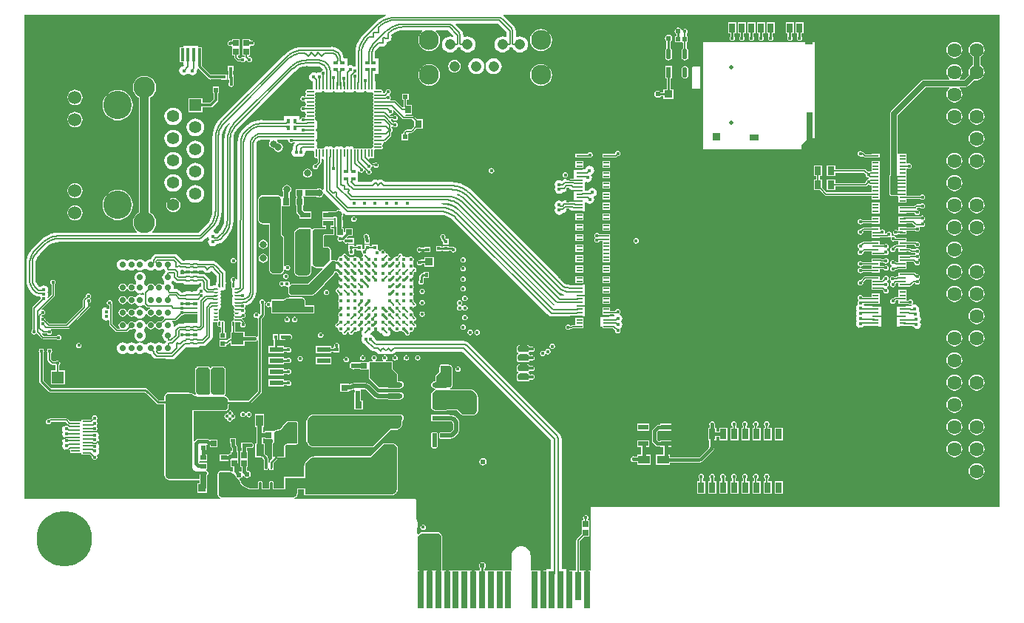
<source format=gtl>
G04*
G04 #@! TF.GenerationSoftware,Altium Limited,Altium Designer,24.6.1 (21)*
G04*
G04 Layer_Physical_Order=1*
G04 Layer_Color=255*
%FSLAX44Y44*%
%MOMM*%
G71*
G04*
G04 #@! TF.SameCoordinates,8A5C2320-89B1-46AE-BF24-1CDB1CC95B2A*
G04*
G04*
G04 #@! TF.FilePolarity,Positive*
G04*
G01*
G75*
%ADD11C,0.2540*%
%ADD16C,0.1524*%
%ADD17C,0.1270*%
%ADD23R,0.7000X0.2000*%
%ADD24R,0.7112X4.1910*%
%ADD25R,0.7112X3.3000*%
%ADD26O,0.2000X0.9500*%
%ADD27O,0.9500X0.2000*%
%ADD28R,6.2000X6.2000*%
%ADD29R,1.5500X0.6000*%
%ADD30R,1.4562X1.3781*%
G04:AMPARAMS|DCode=31|XSize=1.9296mm|YSize=0.6121mm|CornerRadius=0.3061mm|HoleSize=0mm|Usage=FLASHONLY|Rotation=180.000|XOffset=0mm|YOffset=0mm|HoleType=Round|Shape=RoundedRectangle|*
%AMROUNDEDRECTD31*
21,1,1.9296,0.0000,0,0,180.0*
21,1,1.3175,0.6121,0,0,180.0*
1,1,0.6121,-0.6588,0.0000*
1,1,0.6121,0.6588,0.0000*
1,1,0.6121,0.6588,0.0000*
1,1,0.6121,-0.6588,0.0000*
%
%ADD31ROUNDEDRECTD31*%
%ADD32R,1.9296X0.6121*%
%ADD33R,0.6500X0.7000*%
%ADD34R,0.7600X1.2500*%
%ADD35R,0.5000X0.4000*%
%ADD36R,0.7500X1.0000*%
%ADD37R,0.9000X0.8000*%
%ADD38R,0.5100X0.4000*%
%ADD39R,1.1500X0.6000*%
%ADD40R,1.4000X0.9500*%
%ADD41R,0.5500X0.5500*%
%ADD42R,2.8500X1.4000*%
%ADD43R,0.9582X1.0061*%
%ADD44R,1.3781X1.4562*%
G04:AMPARAMS|DCode=45|XSize=0.2mm|YSize=0.5mm|CornerRadius=0.05mm|HoleSize=0mm|Usage=FLASHONLY|Rotation=180.000|XOffset=0mm|YOffset=0mm|HoleType=Round|Shape=RoundedRectangle|*
%AMROUNDEDRECTD45*
21,1,0.2000,0.4000,0,0,180.0*
21,1,0.1000,0.5000,0,0,180.0*
1,1,0.1000,-0.0500,0.2000*
1,1,0.1000,0.0500,0.2000*
1,1,0.1000,0.0500,-0.2000*
1,1,0.1000,-0.0500,-0.2000*
%
%ADD45ROUNDEDRECTD45*%
G04:AMPARAMS|DCode=46|XSize=0.5mm|YSize=0.2mm|CornerRadius=0.05mm|HoleSize=0mm|Usage=FLASHONLY|Rotation=180.000|XOffset=0mm|YOffset=0mm|HoleType=Round|Shape=RoundedRectangle|*
%AMROUNDEDRECTD46*
21,1,0.5000,0.1000,0,0,180.0*
21,1,0.4000,0.2000,0,0,180.0*
1,1,0.1000,-0.2000,0.0500*
1,1,0.1000,0.2000,0.0500*
1,1,0.1000,0.2000,-0.0500*
1,1,0.1000,-0.2000,-0.0500*
%
%ADD46ROUNDEDRECTD46*%
G04:AMPARAMS|DCode=47|XSize=0.565mm|YSize=0.2mm|CornerRadius=0.05mm|HoleSize=0mm|Usage=FLASHONLY|Rotation=0.000|XOffset=0mm|YOffset=0mm|HoleType=Round|Shape=RoundedRectangle|*
%AMROUNDEDRECTD47*
21,1,0.5650,0.1000,0,0,0.0*
21,1,0.4650,0.2000,0,0,0.0*
1,1,0.1000,0.2325,-0.0500*
1,1,0.1000,-0.2325,-0.0500*
1,1,0.1000,-0.2325,0.0500*
1,1,0.1000,0.2325,0.0500*
%
%ADD47ROUNDEDRECTD47*%
%ADD48R,1.0000X0.2300*%
%ADD49R,0.8500X0.2300*%
%ADD50R,0.7000X0.6500*%
%ADD51R,0.7000X0.2000*%
G04:AMPARAMS|DCode=52|XSize=0.762mm|YSize=1.27mm|CornerRadius=0.1905mm|HoleSize=0mm|Usage=FLASHONLY|Rotation=90.000|XOffset=0mm|YOffset=0mm|HoleType=Round|Shape=RoundedRectangle|*
%AMROUNDEDRECTD52*
21,1,0.7620,0.8890,0,0,90.0*
21,1,0.3810,1.2700,0,0,90.0*
1,1,0.3810,0.4445,0.1905*
1,1,0.3810,0.4445,-0.1905*
1,1,0.3810,-0.4445,-0.1905*
1,1,0.3810,-0.4445,0.1905*
%
%ADD52ROUNDEDRECTD52*%
%ADD53R,0.9000X0.9300*%
%ADD54R,1.0500X0.7800*%
%ADD55R,1.1400X1.8300*%
%ADD56R,0.7000X3.3000*%
%ADD57R,0.8600X2.8000*%
%ADD58R,0.7000X1.1000*%
%ADD59R,0.8000X0.5500*%
G04:AMPARAMS|DCode=60|XSize=1.2196mm|YSize=0.5885mm|CornerRadius=0.2942mm|HoleSize=0mm|Usage=FLASHONLY|Rotation=90.000|XOffset=0mm|YOffset=0mm|HoleType=Round|Shape=RoundedRectangle|*
%AMROUNDEDRECTD60*
21,1,1.2196,0.0000,0,0,90.0*
21,1,0.6311,0.5885,0,0,90.0*
1,1,0.5885,0.0000,0.3156*
1,1,0.5885,0.0000,-0.3156*
1,1,0.5885,0.0000,-0.3156*
1,1,0.5885,0.0000,0.3156*
%
%ADD60ROUNDEDRECTD60*%
%ADD61R,0.5885X1.2196*%
%ADD62R,0.5153X0.4725*%
%ADD63R,0.9051X0.9062*%
%ADD64C,0.4500*%
%ADD65R,2.7000X0.8000*%
%ADD66R,0.4500X0.4500*%
%ADD67R,0.4000X0.5000*%
%ADD68R,0.9500X1.4500*%
%ADD69R,0.4500X0.4500*%
%ADD70R,0.7200X0.7200*%
%ADD71R,0.2925X0.5561*%
%ADD72R,0.6500X0.6500*%
G04:AMPARAMS|DCode=73|XSize=0.5561mm|YSize=0.2925mm|CornerRadius=0.1462mm|HoleSize=0mm|Usage=FLASHONLY|Rotation=270.000|XOffset=0mm|YOffset=0mm|HoleType=Round|Shape=RoundedRectangle|*
%AMROUNDEDRECTD73*
21,1,0.5561,0.0000,0,0,270.0*
21,1,0.2636,0.2925,0,0,270.0*
1,1,0.2925,0.0000,-0.1318*
1,1,0.2925,0.0000,0.1318*
1,1,0.2925,0.0000,0.1318*
1,1,0.2925,0.0000,-0.1318*
%
%ADD73ROUNDEDRECTD73*%
%ADD74R,7.5000X1.8000*%
%ADD75R,0.7000X1.3000*%
%ADD76R,0.9062X0.9051*%
%ADD77R,0.4000X1.5000*%
%ADD78R,0.8000X0.9000*%
%ADD79R,0.5200X0.5200*%
G04:AMPARAMS|DCode=80|XSize=0.55mm|YSize=0.5mm|CornerRadius=0.0625mm|HoleSize=0mm|Usage=FLASHONLY|Rotation=270.000|XOffset=0mm|YOffset=0mm|HoleType=Round|Shape=RoundedRectangle|*
%AMROUNDEDRECTD80*
21,1,0.5500,0.3750,0,0,270.0*
21,1,0.4250,0.5000,0,0,270.0*
1,1,0.1250,-0.1875,-0.2125*
1,1,0.1250,-0.1875,0.2125*
1,1,0.1250,0.1875,0.2125*
1,1,0.1250,0.1875,-0.2125*
%
%ADD80ROUNDEDRECTD80*%
%ADD81R,0.6682X0.6725*%
%ADD82R,0.6000X0.5500*%
%ADD83R,0.7581X0.8121*%
%ADD84R,0.7121X0.7811*%
%ADD85R,0.8065X1.3082*%
%ADD86R,0.4725X0.4682*%
%ADD87R,0.7500X0.9000*%
%ADD88R,1.2000X3.7000*%
%ADD98R,2.7100X3.3500*%
G04:AMPARAMS|DCode=105|XSize=1.2mm|YSize=3.2mm|CornerRadius=0.048mm|HoleSize=0mm|Usage=FLASHONLY|Rotation=180.000|XOffset=0mm|YOffset=0mm|HoleType=Round|Shape=RoundedRectangle|*
%AMROUNDEDRECTD105*
21,1,1.2000,3.1040,0,0,180.0*
21,1,1.1040,3.2000,0,0,180.0*
1,1,0.0960,-0.5520,1.5520*
1,1,0.0960,0.5520,1.5520*
1,1,0.0960,0.5520,-1.5520*
1,1,0.0960,-0.5520,-1.5520*
%
%ADD105ROUNDEDRECTD105*%
G04:AMPARAMS|DCode=106|XSize=0.565mm|YSize=0.4mm|CornerRadius=0.05mm|HoleSize=0mm|Usage=FLASHONLY|Rotation=0.000|XOffset=0mm|YOffset=0mm|HoleType=Round|Shape=RoundedRectangle|*
%AMROUNDEDRECTD106*
21,1,0.5650,0.3000,0,0,0.0*
21,1,0.4650,0.4000,0,0,0.0*
1,1,0.1000,0.2325,-0.1500*
1,1,0.1000,-0.2325,-0.1500*
1,1,0.1000,-0.2325,0.1500*
1,1,0.1000,0.2325,0.1500*
%
%ADD106ROUNDEDRECTD106*%
%ADD124R,1.7000X1.1000*%
G04:AMPARAMS|DCode=129|XSize=1.5mm|YSize=2.55mm|CornerRadius=0.75mm|HoleSize=0mm|Usage=FLASHONLY|Rotation=270.000|XOffset=0mm|YOffset=0mm|HoleType=Round|Shape=RoundedRectangle|*
%AMROUNDEDRECTD129*
21,1,1.5000,1.0500,0,0,270.0*
21,1,0.0000,2.5500,0,0,270.0*
1,1,1.5000,-0.5250,0.0000*
1,1,1.5000,-0.5250,0.0000*
1,1,1.5000,0.5250,0.0000*
1,1,1.5000,0.5250,0.0000*
%
%ADD129ROUNDEDRECTD129*%
%ADD139C,0.5000*%
%ADD140C,0.3810*%
%ADD141C,0.6350*%
%ADD142C,0.5080*%
%ADD143C,0.3048*%
%ADD144C,0.2032*%
%ADD145C,0.1778*%
%ADD146C,1.0160*%
%ADD147R,1.4000X0.7500*%
%ADD148R,0.3000X0.7000*%
%ADD149R,2.7000X1.2000*%
%ADD150O,2.0000X0.9144*%
%ADD151C,1.2080*%
%ADD152C,2.3000*%
%ADD153C,6.3500*%
%ADD154C,0.7000*%
%ADD155C,1.6200*%
%ADD156C,1.5300*%
%ADD157C,1.3980*%
%ADD158O,1.4000X1.9500*%
%ADD159R,1.3980X1.3980*%
%ADD160C,2.4450*%
%ADD161C,3.2500*%
%ADD162C,2.7000*%
%ADD163C,0.4064*%
%ADD164C,0.5080*%
%ADD165C,0.6096*%
%ADD166C,0.8128*%
%ADD167C,0.3048*%
%ADD168C,2.0320*%
G36*
X393832Y561082D02*
X395171Y560187D01*
X396750Y559873D01*
X398330Y560187D01*
X398750Y560468D01*
X399171Y560187D01*
X400750Y559873D01*
X401199Y559962D01*
X402296Y558945D01*
Y558453D01*
X401851Y557787D01*
X401694Y557000D01*
X401851Y556213D01*
X402296Y555546D01*
Y554453D01*
X401851Y553787D01*
X401694Y553000D01*
X401851Y552213D01*
X402296Y551547D01*
Y550453D01*
X401851Y549787D01*
X401694Y549000D01*
X401851Y548213D01*
X402296Y547547D01*
Y546453D01*
X401851Y545787D01*
X401694Y545000D01*
X401851Y544213D01*
X402296Y543546D01*
Y542453D01*
X401851Y541787D01*
X401694Y541000D01*
X401851Y540213D01*
X402296Y539547D01*
Y538453D01*
X401851Y537787D01*
X401694Y537000D01*
X401851Y536213D01*
X402296Y535546D01*
Y534453D01*
X401851Y533787D01*
X401694Y533000D01*
X401851Y532213D01*
X402296Y531547D01*
Y530453D01*
X401851Y529787D01*
X401694Y529000D01*
X401851Y528213D01*
X402296Y527547D01*
Y526453D01*
X401851Y525787D01*
X401694Y525000D01*
X401851Y524213D01*
X402296Y523546D01*
Y522453D01*
X401851Y521787D01*
X401694Y521000D01*
X401851Y520213D01*
X402296Y519547D01*
Y518453D01*
X401851Y517787D01*
X401694Y517000D01*
X401851Y516213D01*
X402296Y515546D01*
Y514453D01*
X401851Y513787D01*
X401694Y513000D01*
X401851Y512213D01*
X402296Y511547D01*
Y510453D01*
X401851Y509787D01*
X401694Y509000D01*
X401851Y508213D01*
X402296Y507547D01*
Y506453D01*
X401851Y505787D01*
X401694Y505000D01*
X401851Y504213D01*
X402296Y503546D01*
Y502453D01*
X401851Y501787D01*
X401694Y501000D01*
X401851Y500213D01*
X402296Y499547D01*
Y498453D01*
X401851Y497787D01*
X401694Y497000D01*
X400750Y496055D01*
X399963Y495899D01*
X399296Y495453D01*
X398203D01*
X397537Y495899D01*
X396750Y496055D01*
X395963Y495899D01*
X395297Y495453D01*
X394203D01*
X393537Y495899D01*
X392750Y496055D01*
X391963Y495899D01*
X391297Y495453D01*
X390203D01*
X389537Y495899D01*
X388750Y496055D01*
X387963Y495899D01*
X387296Y495453D01*
X386203D01*
X385537Y495899D01*
X384750Y496055D01*
X383963Y495899D01*
X383297Y495453D01*
X382203D01*
X381537Y495899D01*
X380750Y496055D01*
X380304Y495967D01*
X379668Y496918D01*
X378329Y497813D01*
X376750Y498127D01*
X375171Y497813D01*
X374750Y497532D01*
X374329Y497813D01*
X372750Y498127D01*
X371171Y497813D01*
X369832Y496918D01*
X369431Y496318D01*
X368069D01*
X367668Y496918D01*
X366329Y497813D01*
X364750Y498127D01*
X363171Y497813D01*
X362750Y497532D01*
X362329Y497813D01*
X360750Y498127D01*
X359171Y497813D01*
X357832Y496918D01*
X357431Y496318D01*
X356069D01*
X355668Y496918D01*
X354329Y497813D01*
X352750Y498127D01*
X351171Y497813D01*
X350750Y497532D01*
X350329Y497813D01*
X348750Y498127D01*
X347171Y497813D01*
X345832Y496918D01*
X345196Y495967D01*
X344750Y496055D01*
X343963Y495899D01*
X343297Y495453D01*
X342203D01*
X341537Y495899D01*
X340750Y496055D01*
X339963Y495899D01*
X339296Y495453D01*
X338805D01*
X337788Y496551D01*
X337877Y497000D01*
X337563Y498579D01*
X337282Y499000D01*
X337563Y499421D01*
X337877Y501000D01*
X337563Y502579D01*
X336668Y503918D01*
X336068Y504319D01*
Y505681D01*
X336668Y506082D01*
X337563Y507421D01*
X337877Y509000D01*
X337563Y510579D01*
X337282Y511000D01*
X337563Y511421D01*
X337877Y513000D01*
X337563Y514579D01*
X336668Y515918D01*
X336068Y516319D01*
Y517681D01*
X336668Y518082D01*
X337563Y519421D01*
X337877Y521000D01*
X337563Y522579D01*
X337282Y523000D01*
X337563Y523420D01*
X337877Y525000D01*
X337563Y526579D01*
X336668Y527918D01*
X335717Y528554D01*
X335806Y529000D01*
X335649Y529787D01*
X335204Y530453D01*
Y531547D01*
X335649Y532213D01*
X335806Y533000D01*
X335649Y533787D01*
X335204Y534454D01*
Y535547D01*
X335649Y536213D01*
X335806Y537000D01*
X335649Y537787D01*
X335204Y538453D01*
Y539547D01*
X335649Y540213D01*
X335806Y541000D01*
X335649Y541787D01*
X335204Y542453D01*
Y543547D01*
X335649Y544213D01*
X335806Y545000D01*
X335649Y545787D01*
X335204Y546454D01*
Y547547D01*
X335649Y548213D01*
X335806Y549000D01*
X335649Y549787D01*
X335204Y550453D01*
Y551547D01*
X335649Y552213D01*
X335806Y553000D01*
X335649Y553787D01*
X335204Y554454D01*
Y555547D01*
X335649Y556213D01*
X335806Y557000D01*
X335649Y557787D01*
X335204Y558453D01*
X335268Y558901D01*
X336601Y559902D01*
X336750Y559873D01*
X338329Y560187D01*
X338750Y560468D01*
X339170Y560187D01*
X340750Y559873D01*
X342329Y560187D01*
X343668Y561082D01*
X344069Y561682D01*
X345431D01*
X345832Y561082D01*
X347171Y560187D01*
X348750Y559873D01*
X350329Y560187D01*
X350750Y560468D01*
X351171Y560187D01*
X352750Y559873D01*
X354329Y560187D01*
X355668Y561082D01*
X356069Y561682D01*
X357431D01*
X357832Y561082D01*
X359171Y560187D01*
X360750Y559873D01*
X362329Y560187D01*
X362750Y560468D01*
X363171Y560187D01*
X364750Y559873D01*
X366329Y560187D01*
X367668Y561082D01*
X368069Y561682D01*
X369431D01*
X369832Y561082D01*
X371171Y560187D01*
X372750Y559873D01*
X374329Y560187D01*
X374750Y560468D01*
X375171Y560187D01*
X376750Y559873D01*
X378329Y560187D01*
X379668Y561082D01*
X380069Y561682D01*
X381431D01*
X381832Y561082D01*
X383171Y560187D01*
X384750Y559873D01*
X386329Y560187D01*
X386750Y560468D01*
X387170Y560187D01*
X388750Y559873D01*
X390329Y560187D01*
X391668Y561082D01*
X392069Y561682D01*
X393431D01*
X393832Y561082D01*
D02*
G37*
G36*
X237624Y524141D02*
X237325Y523792D01*
X234683Y519479D01*
X232747Y514807D01*
X231566Y509889D01*
X231170Y504847D01*
X231197D01*
Y414059D01*
X231224Y413924D01*
X230858Y410217D01*
X229738Y406522D01*
X227918Y403118D01*
X225557Y400241D01*
X225445Y400166D01*
X225443Y400163D01*
X225441Y400162D01*
X223232Y397953D01*
X221968Y398077D01*
X221663Y398534D01*
X219982Y399657D01*
X218999Y399853D01*
X218893Y400204D01*
X218842Y401453D01*
X222127Y405299D01*
X224769Y409611D01*
X226705Y414284D01*
X227886Y419202D01*
X228282Y424244D01*
X228255D01*
Y507603D01*
X228222Y507770D01*
X228622Y511835D01*
X229857Y515905D01*
X231862Y519656D01*
X234453Y522814D01*
X234595Y522908D01*
X236690Y525004D01*
X237624Y524141D01*
D02*
G37*
G36*
X356250Y397500D02*
X346500D01*
X346500Y397500D01*
X346110Y397462D01*
X345389Y397163D01*
X344837Y396611D01*
X344538Y395890D01*
X344500Y395500D01*
Y393047D01*
X344459D01*
Y388000D01*
Y381953D01*
X350414D01*
X352500Y379867D01*
Y367500D01*
X345000Y360000D01*
X336505D01*
X334668Y360761D01*
X333261Y362168D01*
X332500Y364005D01*
Y365000D01*
Y388000D01*
Y390497D01*
Y400000D01*
X332500Y400536D01*
X332782Y401570D01*
X333326Y402493D01*
X334095Y403241D01*
X334563Y403500D01*
X356250Y403500D01*
Y397500D01*
D02*
G37*
G36*
X318750Y403750D02*
X330000Y403750D01*
Y355000D01*
X330000Y355000D01*
X330000Y354005D01*
X329239Y352168D01*
X327832Y350761D01*
X325994Y350000D01*
X317500D01*
X316505Y350000D01*
X314668Y350761D01*
X313261Y352168D01*
X312500Y354005D01*
X312500Y355000D01*
Y397500D01*
X312500Y398743D01*
X313451Y401040D01*
X315210Y402799D01*
X317507Y403750D01*
X318750Y403750D01*
D02*
G37*
G36*
X359000Y366000D02*
Y358414D01*
X356586Y352586D01*
X335000Y330000D01*
X332000Y328000D01*
X308000D01*
X306000Y330000D01*
Y337000D01*
X309000Y340000D01*
X328000D01*
X355000Y367000D01*
X358000D01*
X359000Y366000D01*
D02*
G37*
G36*
X500233Y443135D02*
X504301Y440961D01*
X507708Y438165D01*
X507824Y437991D01*
X591915Y353900D01*
X591915Y353900D01*
X612479Y333336D01*
X612486Y333329D01*
X612474Y333308D01*
X612474Y333308D01*
X612477Y333305D01*
X613396Y332551D01*
X613422Y332529D01*
X613427Y332525D01*
X615559Y330776D01*
X619074Y328897D01*
X620515Y328460D01*
X620327Y327190D01*
X616711D01*
X508934Y434966D01*
X508050Y435879D01*
X508050Y435879D01*
X504359Y439031D01*
X500219Y441568D01*
X498017Y442480D01*
X498446Y443677D01*
X500233Y443135D01*
D02*
G37*
G36*
X484788Y433151D02*
Y433151D01*
X486027Y433076D01*
X488804Y432803D01*
X492666Y431631D01*
X496224Y429729D01*
X499207Y427281D01*
X499291Y427155D01*
X499295Y427153D01*
X499303Y427147D01*
X499311Y427135D01*
X607785Y318662D01*
X608677Y317757D01*
X608677Y317757D01*
X609374Y317223D01*
X609077Y315849D01*
X608797Y315784D01*
X502090Y422491D01*
X502090Y422491D01*
X502108Y422509D01*
X498264Y425791D01*
X493953Y428433D01*
X489281Y430368D01*
X484365Y431549D01*
X480136Y431881D01*
X480186Y433151D01*
X483538D01*
X484788Y433151D01*
D02*
G37*
G36*
X416613Y649000D02*
X416941Y647788D01*
X414641Y646835D01*
X413723Y646482D01*
X413555Y646458D01*
X413490Y646456D01*
X413461Y646444D01*
X412338Y645851D01*
X411933Y645683D01*
X407621Y643041D01*
X404722Y640565D01*
X403775Y639756D01*
X403794Y639737D01*
X403794Y639737D01*
X391790Y627732D01*
X390903Y626846D01*
X390884Y626865D01*
X390075Y625918D01*
X390075Y625918D01*
X387599Y623019D01*
X384957Y618707D01*
X383021Y614034D01*
X381840Y609116D01*
X381444Y604075D01*
X381471D01*
Y589648D01*
X381343Y589543D01*
X379987Y589274D01*
X379603Y589847D01*
X377923Y590970D01*
X375941Y591365D01*
X373959Y590970D01*
X373432Y590618D01*
X372162Y591297D01*
Y599048D01*
X367929D01*
X367564Y601818D01*
X366174Y605174D01*
X363962Y608056D01*
X361080Y610268D01*
X357724Y611658D01*
X354122Y612132D01*
Y612085D01*
X322179D01*
Y612112D01*
X317137Y611716D01*
X312219Y610535D01*
X307547Y608600D01*
X303235Y605957D01*
X299389Y602672D01*
X299408Y602653D01*
X228027Y531272D01*
X227110Y530393D01*
X223825Y526548D01*
X221182Y522235D01*
X219247Y517563D01*
X218066Y512645D01*
X217670Y507603D01*
X217697D01*
Y424244D01*
X217730Y424077D01*
X217330Y420011D01*
X216095Y415941D01*
X214090Y412191D01*
X211499Y409033D01*
X211357Y408938D01*
X201924Y399505D01*
X149137D01*
X148729Y400708D01*
X149444Y401256D01*
X151566Y404022D01*
X152900Y407243D01*
X153355Y410700D01*
X152900Y414157D01*
X151566Y417378D01*
X149444Y420144D01*
X146678Y422266D01*
X146215Y422457D01*
Y553843D01*
X146678Y554034D01*
X149444Y556156D01*
X151566Y558922D01*
X152900Y562143D01*
X153355Y565600D01*
X152900Y569057D01*
X151566Y572278D01*
X149444Y575044D01*
X146678Y577166D01*
X143457Y578500D01*
X140000Y578955D01*
X136543Y578500D01*
X133322Y577166D01*
X130556Y575044D01*
X128434Y572278D01*
X127100Y569057D01*
X126645Y565600D01*
X127100Y562143D01*
X128434Y558922D01*
X130556Y556156D01*
X133322Y554034D01*
X133785Y553843D01*
Y422457D01*
X133322Y422266D01*
X130556Y420144D01*
X128434Y417378D01*
X127100Y414157D01*
X126645Y410700D01*
X127100Y407243D01*
X128434Y404022D01*
X130556Y401256D01*
X131271Y400708D01*
X130863Y399505D01*
X43044D01*
Y399532D01*
X38002Y399136D01*
X33084Y397955D01*
X28411Y396020D01*
X24099Y393377D01*
X21200Y390901D01*
X20253Y390092D01*
X19375Y389175D01*
X12712Y382512D01*
X12703Y382521D01*
X9907Y379248D01*
X7658Y375578D01*
X6982Y373944D01*
D01*
X6271Y372230D01*
X6011Y371601D01*
X5006Y367415D01*
X4668Y363124D01*
X4681D01*
Y345166D01*
X4661D01*
X5029Y341423D01*
X6121Y337823D01*
X7894Y334506D01*
X9498Y332552D01*
X10280Y331598D01*
X10281Y331598D01*
X10295Y331612D01*
X13552Y328355D01*
X13638Y328298D01*
X15082Y327190D01*
X15206Y327095D01*
X17152Y326289D01*
X19194Y326020D01*
X19240Y326011D01*
X20471D01*
X21088Y325088D01*
X21462Y324837D01*
X21471Y323468D01*
X12127Y314123D01*
X11705Y313493D01*
X11558Y312750D01*
Y288118D01*
X11302Y287948D01*
X10629Y286939D01*
X10392Y285750D01*
X10629Y284561D01*
X11302Y283552D01*
X12311Y282879D01*
X13500Y282642D01*
X14689Y282879D01*
X15697Y283552D01*
X15790Y283691D01*
X17054Y283815D01*
X22810Y278060D01*
X23356Y277695D01*
X24000Y277567D01*
X39209D01*
X39553Y277052D01*
X40561Y276379D01*
X41750Y276142D01*
X42939Y276379D01*
X43948Y277052D01*
X44621Y278061D01*
X44858Y279250D01*
X44621Y280439D01*
X43948Y281448D01*
X42939Y282121D01*
X41750Y282358D01*
X40561Y282121D01*
X39553Y281448D01*
X39209Y280933D01*
X24697D01*
X22423Y283208D01*
X23232Y284195D01*
X23606Y283945D01*
X24250Y283817D01*
X28379D01*
X28723Y283302D01*
X29731Y282629D01*
X30920Y282392D01*
X32109Y282629D01*
X33117Y283302D01*
X33791Y284311D01*
X34028Y285500D01*
X33791Y286689D01*
X33117Y287698D01*
X32849Y287877D01*
X33235Y289147D01*
X52052D01*
Y289122D01*
X53192Y289348D01*
X54145Y289986D01*
X54135Y289996D01*
X54136Y290007D01*
X76575Y312447D01*
X76592Y312448D01*
X76599Y312441D01*
X77232Y313388D01*
X77458Y314528D01*
X77433D01*
X77433Y314528D01*
Y318709D01*
X77948Y319053D01*
X78621Y320061D01*
X78858Y321250D01*
X78621Y322439D01*
X77948Y323447D01*
Y324303D01*
X78621Y325311D01*
X78858Y326500D01*
X78621Y327689D01*
X77948Y328698D01*
X76939Y329371D01*
X75750Y329608D01*
X74561Y329371D01*
X73552Y328698D01*
X72879Y327689D01*
X72642Y326500D01*
X72763Y325894D01*
X70310Y323440D01*
X69945Y322894D01*
X69817Y322250D01*
Y314926D01*
X69705Y314655D01*
X49961Y294911D01*
X49690Y294799D01*
X31368D01*
X31098Y294911D01*
X28168Y297841D01*
X27362Y298647D01*
X27362Y298741D01*
X27346Y298766D01*
D01*
X27318Y298784D01*
X27010Y299169D01*
X26555Y299736D01*
X26608Y300000D01*
X26371Y301189D01*
X25698Y302197D01*
X24689Y302871D01*
X23500Y303108D01*
X22739Y302956D01*
X22607Y303022D01*
X22238Y304040D01*
X23105Y304971D01*
X23500Y304892D01*
X24689Y305129D01*
X25698Y305802D01*
X26371Y306811D01*
X26608Y308000D01*
X26371Y309189D01*
X25698Y310198D01*
X24689Y310871D01*
X23500Y311108D01*
X22919Y310992D01*
X22293Y312162D01*
X36440Y326310D01*
X36805Y326856D01*
X36933Y327500D01*
Y339959D01*
X37448Y340303D01*
X38121Y341311D01*
X38358Y342500D01*
X38121Y343689D01*
X37448Y344697D01*
X36439Y345371D01*
X35250Y345608D01*
X34061Y345371D01*
X33052Y344697D01*
X32379Y343689D01*
X32142Y342500D01*
X32379Y341311D01*
X33052Y340303D01*
X33567Y339959D01*
Y328197D01*
X29887Y324518D01*
X29721Y324507D01*
X28546Y324972D01*
X28521Y325250D01*
X29535Y326768D01*
X29929Y328750D01*
X29535Y330732D01*
X29162Y331290D01*
X29535Y331848D01*
X29929Y333830D01*
X29535Y335812D01*
X28412Y337492D01*
X26732Y338615D01*
X24750Y339010D01*
X22768Y338615D01*
X21088Y337492D01*
X19475Y337365D01*
X18654Y338186D01*
X18649Y338188D01*
X18647Y338192D01*
X18534Y338268D01*
X16762Y340577D01*
X15593Y343400D01*
X15212Y346292D01*
X15239Y346428D01*
Y363124D01*
X15222Y363213D01*
X15537Y366419D01*
X16498Y369587D01*
X18059Y372506D01*
X20099Y374992D01*
X20111Y375000D01*
X20172Y375041D01*
X20174Y375044D01*
X20178Y375047D01*
X27738Y382607D01*
X27833Y382749D01*
X30991Y385340D01*
X34741Y387345D01*
X38811Y388580D01*
X42877Y388980D01*
X43044Y388947D01*
X202953D01*
X203000Y388956D01*
X205042Y389225D01*
X206989Y390031D01*
X208589Y391259D01*
X208641Y391294D01*
X208641Y391294D01*
X208652Y391301D01*
X209540Y392190D01*
X211641Y394291D01*
X213019Y393873D01*
X213215Y392890D01*
X213852Y391936D01*
X213215Y390982D01*
X212820Y389000D01*
X213215Y387018D01*
X214338Y385337D01*
X216018Y384215D01*
X218000Y383820D01*
X219982Y384215D01*
X221663Y385337D01*
X222544Y386657D01*
X223523D01*
X223570Y386666D01*
X225612Y386935D01*
X227558Y387741D01*
X229159Y388969D01*
X229211Y389004D01*
X229212Y389004D01*
X229222Y389011D01*
X230110Y389900D01*
X233799Y393588D01*
X233807Y393580D01*
X234600Y394508D01*
X234612Y394522D01*
X234612Y394522D01*
X236577Y396823D01*
X238805Y400459D01*
X240437Y404398D01*
X241432Y408545D01*
X241767Y412796D01*
X241755D01*
Y504847D01*
X241722Y505014D01*
X242122Y509079D01*
X243357Y513149D01*
X245362Y516900D01*
X247953Y520058D01*
X248095Y520152D01*
X312027Y584085D01*
X312027Y584085D01*
X312027Y584085D01*
X312957Y584905D01*
X315113Y586674D01*
X318670Y588575D01*
X321748Y589509D01*
X322961Y589788D01*
X322962Y589788D01*
X326393Y590126D01*
X326542Y590097D01*
X338335D01*
X338342Y590098D01*
X338656Y590057D01*
X339833Y589902D01*
D01*
X341025Y589472D01*
X341666Y589207D01*
X342933Y588234D01*
D01*
X343703Y587291D01*
X344104Y586768D01*
X344351Y586173D01*
X343752Y585053D01*
X343733Y585050D01*
X342725Y584376D01*
X342051Y583368D01*
X341269Y582845D01*
X339945Y583109D01*
X337963Y582715D01*
X336788Y581930D01*
X335614Y582715D01*
X333632Y583109D01*
X331650Y582715D01*
X329969Y581592D01*
X328847Y579911D01*
X328452Y577929D01*
X328847Y575947D01*
X329969Y574267D01*
X331650Y573144D01*
X332900Y572895D01*
X332623Y571500D01*
Y564000D01*
X331848Y563055D01*
X326250D01*
X325463Y562899D01*
X324796Y562453D01*
X324351Y561787D01*
X324194Y561000D01*
X324351Y560213D01*
X324796Y559547D01*
Y558453D01*
X324351Y557787D01*
X324194Y557000D01*
X324351Y556213D01*
X324352Y556212D01*
X324341Y556179D01*
X323445Y555283D01*
X322939Y555621D01*
X321750Y555858D01*
X320561Y555621D01*
X319552Y554948D01*
X318879Y553939D01*
X318642Y552750D01*
X318879Y551561D01*
X319552Y550552D01*
X320561Y549879D01*
X321750Y549642D01*
X322939Y549879D01*
X323095Y549983D01*
X324238Y549219D01*
X324194Y549000D01*
X324351Y548213D01*
X324796Y547547D01*
Y546453D01*
X324351Y545787D01*
X324194Y545000D01*
X324296Y544492D01*
X323590Y543820D01*
X323266Y543653D01*
X322939Y543871D01*
X321750Y544108D01*
X320561Y543871D01*
X319552Y543198D01*
X318879Y542189D01*
X318642Y541000D01*
X318879Y539811D01*
X319552Y538802D01*
X320561Y538129D01*
X321750Y537892D01*
X322939Y538129D01*
X323266Y538347D01*
X323590Y538180D01*
X324296Y537508D01*
X324194Y537000D01*
X324351Y536213D01*
X324796Y535546D01*
Y534453D01*
X324351Y533787D01*
X324194Y533000D01*
X324314Y532397D01*
X323895Y531932D01*
X323285Y531557D01*
X323189Y531621D01*
X322000Y531858D01*
X320811Y531621D01*
X319802Y530947D01*
X319129Y529939D01*
X319121Y529900D01*
X317662Y529073D01*
X317548Y529114D01*
Y532548D01*
X299452D01*
Y528279D01*
X274925D01*
X274925Y528279D01*
Y528295D01*
X270463Y527944D01*
X266112Y526899D01*
X261977Y525187D01*
X258161Y522848D01*
X254758Y519942D01*
X254758Y519942D01*
X253854Y519061D01*
X253841Y519074D01*
X250672Y515213D01*
X248318Y510808D01*
X246868Y506029D01*
X246501Y502299D01*
X246379Y501059D01*
X246430D01*
Y488471D01*
X246424Y488444D01*
X246348Y346022D01*
X245078Y345898D01*
X244871Y346939D01*
X244198Y347948D01*
X243189Y348621D01*
X242000Y348858D01*
X240811Y348621D01*
X239802Y347948D01*
X239129Y346939D01*
X238892Y345750D01*
X239129Y344561D01*
X239802Y343553D01*
X239937Y343462D01*
Y341831D01*
X239810Y341704D01*
X239734Y341521D01*
X239734Y341302D01*
X239650Y341100D01*
X239650Y341000D01*
X239650Y341000D01*
X239650Y341000D01*
X239650Y336900D01*
X239726Y336717D01*
X239726Y336717D01*
X239727Y336716D01*
X239734Y336698D01*
X239734Y336480D01*
X239810Y336296D01*
X239951Y336155D01*
Y336155D01*
X239965Y336141D01*
X240049Y335939D01*
X240189Y335799D01*
X240189Y335798D01*
X240274Y335763D01*
X240142Y335100D01*
Y334401D01*
X240142Y334401D01*
X240142Y334401D01*
Y334401D01*
X240252Y333851D01*
X240379Y333212D01*
X240379Y333211D01*
X240379Y333211D01*
X240379Y333211D01*
X240455Y333028D01*
X240455Y333028D01*
X240455Y333027D01*
X240479Y332991D01*
X240408Y332884D01*
X240133Y331500D01*
Y330500D01*
X240408Y329116D01*
X241192Y327942D01*
X241489Y327744D01*
Y326256D01*
X241192Y326058D01*
X240408Y324884D01*
X240133Y323500D01*
Y322500D01*
X240408Y321116D01*
X240485Y321000D01*
X240408Y320884D01*
X240133Y319500D01*
Y318500D01*
X240408Y317116D01*
X241192Y315942D01*
X242109Y315329D01*
Y314500D01*
X242590Y313340D01*
X242590Y312660D01*
X242109Y311500D01*
Y310500D01*
X242590Y309340D01*
X242590Y308660D01*
X242109Y307500D01*
Y306500D01*
X242590Y305340D01*
X242590Y304660D01*
X242109Y303500D01*
Y302500D01*
X242344Y301933D01*
X242553Y301189D01*
X242310Y300204D01*
X242234Y300020D01*
X242234Y299802D01*
X242227Y299783D01*
X241776Y298974D01*
X240967Y298524D01*
X240948Y298516D01*
X240730Y298516D01*
X240546Y298440D01*
X240405Y298299D01*
X240405D01*
X240391Y298285D01*
X240189Y298202D01*
X240189Y298201D01*
X240049Y298061D01*
X240048Y298061D01*
X239965Y297859D01*
X239951Y297845D01*
Y297845D01*
X239810Y297704D01*
X239734Y297520D01*
X239734Y297302D01*
X239726Y297283D01*
X239726Y297283D01*
X239650Y297099D01*
X239650Y293000D01*
X239650Y293000D01*
X239650Y293000D01*
X239650Y292900D01*
X239678Y292833D01*
Y285797D01*
X238453D01*
Y279532D01*
X237611Y278683D01*
X236819Y278525D01*
X236146Y278076D01*
X236146Y278076D01*
X234693Y276623D01*
X233516Y276266D01*
Y276266D01*
X233516Y276266D01*
X225984D01*
Y268734D01*
X233516D01*
Y270437D01*
X234358Y271286D01*
X235151Y271444D01*
X235823Y271893D01*
X237280Y273350D01*
X238453Y272864D01*
Y269984D01*
X255047D01*
Y275022D01*
X265349D01*
X266000Y274892D01*
X267189Y275129D01*
X268197Y275802D01*
X268399Y276104D01*
X269669Y275719D01*
Y217965D01*
X258774Y207070D01*
X236921D01*
X236100Y208340D01*
Y208597D01*
X236016Y208799D01*
Y209018D01*
X235559Y210120D01*
X235405Y210275D01*
X235321Y210477D01*
X234477Y211321D01*
X234275Y211405D01*
X234120Y211559D01*
X233573Y211786D01*
X233461D01*
X233367Y211848D01*
X232216Y212078D01*
X232117Y212270D01*
X231911Y213527D01*
X232473Y214090D01*
X232557Y214292D01*
X232712Y214446D01*
X233016Y215181D01*
Y215400D01*
X233100Y215602D01*
X233100Y242597D01*
X233016Y242799D01*
Y243018D01*
X232559Y244120D01*
X232405Y244275D01*
X232321Y244477D01*
X231477Y245321D01*
X231275Y245404D01*
X231120Y245559D01*
X230575Y245785D01*
X230464D01*
X230371Y245847D01*
X229216Y246078D01*
X229105Y246056D01*
X229000Y246100D01*
X229000D01*
X229000Y246100D01*
X219000Y246100D01*
X218403Y246100D01*
X218201Y246016D01*
X217982D01*
X216880Y245559D01*
X216725Y245405D01*
X216523Y245321D01*
X216330Y245128D01*
X215500Y244592D01*
X214673Y245126D01*
X214661Y245137D01*
X214477Y245321D01*
X214275Y245404D01*
X214120Y245559D01*
X213575Y245785D01*
X213463D01*
X213370Y245847D01*
X212216Y246078D01*
X212105Y246056D01*
X212001Y246100D01*
X212000D01*
X212000Y246100D01*
X202000Y246100D01*
X201403Y246100D01*
X201201Y246016D01*
X200982D01*
X199880Y245559D01*
X199725Y245405D01*
X199523Y245321D01*
X198679Y244477D01*
X198595Y244275D01*
X198441Y244120D01*
X197984Y243018D01*
Y242799D01*
X197900Y242597D01*
X197900Y242000D01*
Y218000D01*
X197900Y217204D01*
X197984Y217002D01*
Y216784D01*
X198593Y215313D01*
X198748Y215159D01*
X198831Y214956D01*
X199025Y214763D01*
X198518Y213474D01*
X198011Y213455D01*
X197840Y213530D01*
X197075Y213962D01*
X196052Y214548D01*
X195989Y214555D01*
X195946Y214601D01*
X194466Y215247D01*
X194386Y215248D01*
X194324Y215298D01*
X192528Y215803D01*
X192449Y215794D01*
X192380Y215834D01*
X190771Y216056D01*
X190710Y216040D01*
X190652Y216066D01*
X189485Y216099D01*
X189469Y216093D01*
X189453Y216099D01*
X189448D01*
X189448Y216100D01*
X167204Y216100D01*
X167002Y216016D01*
X166784D01*
X165313Y215407D01*
X165159Y215252D01*
X164956Y215169D01*
X163831Y214043D01*
X163748Y213841D01*
X163593Y213687D01*
X162984Y212216D01*
Y211998D01*
X162900Y211796D01*
Y207309D01*
X156667D01*
X144063Y219913D01*
X144063Y219913D01*
X144086Y219953D01*
X144087Y219953D01*
X142511Y221006D01*
X140628Y221381D01*
Y221331D01*
X140628Y221331D01*
X32965D01*
X24331Y229965D01*
Y261752D01*
X24871Y262561D01*
X25108Y263750D01*
X24871Y264939D01*
X24197Y265947D01*
X23189Y266621D01*
X22000Y266858D01*
X20811Y266621D01*
X19803Y265947D01*
X19129Y264939D01*
X18892Y263750D01*
X19129Y262561D01*
X19669Y261752D01*
Y229000D01*
X19847Y228108D01*
X20352Y227352D01*
X30352Y217352D01*
X31108Y216847D01*
X32000Y216669D01*
X140556D01*
X140628Y216597D01*
X140724Y216558D01*
X141654Y215730D01*
D01*
D01*
X154054Y203330D01*
X154810Y202825D01*
X155702Y202647D01*
X161630D01*
X162900Y202647D01*
Y196000D01*
Y122000D01*
Y121005D01*
X162984Y120803D01*
Y120585D01*
X163745Y118747D01*
X163900Y118592D01*
X163984Y118390D01*
X165390Y116984D01*
X165592Y116900D01*
X165747Y116745D01*
X167585Y115984D01*
X167803D01*
X168005Y115900D01*
X169000D01*
X169000Y115900D01*
X203062Y115900D01*
Y112547D01*
X200464D01*
Y101453D01*
X211547D01*
Y108023D01*
X211608Y108329D01*
Y118734D01*
X212016D01*
Y121477D01*
X212319Y121569D01*
X212528Y121740D01*
X212778Y121844D01*
X212841Y121997D01*
X212970Y122103D01*
X212996Y122372D01*
X213100Y122621D01*
X213100Y124000D01*
X213100Y124398D01*
X213016Y124600D01*
X213016Y124819D01*
X212711Y125554D01*
X212557Y125708D01*
X212473Y125910D01*
X211913Y126470D01*
X211649Y126580D01*
X211423Y126754D01*
X210646Y126964D01*
X210815Y128234D01*
X212016D01*
Y135766D01*
X206443D01*
X206155Y135823D01*
X202981D01*
X202381Y136464D01*
X202932Y137734D01*
X212016D01*
Y145266D01*
X209978D01*
Y150142D01*
X210828Y151414D01*
X211144Y153000D01*
X210828Y154586D01*
X210669Y154824D01*
X211133Y156406D01*
X211671Y156369D01*
X211879Y156230D01*
X213019Y156003D01*
X214734D01*
Y153734D01*
X223766D01*
Y162266D01*
X214734D01*
X214734Y162266D01*
X213551Y162477D01*
X213140Y162752D01*
X212000Y162978D01*
X201232D01*
X200092Y162752D01*
X199126Y162106D01*
X197370Y160350D01*
X196100Y160876D01*
Y194900D01*
X232597D01*
X232799Y194984D01*
X233018D01*
X234120Y195441D01*
X234275Y195595D01*
X234477Y195679D01*
X235321Y196523D01*
X235405Y196725D01*
X235559Y196880D01*
X236016Y197982D01*
Y198201D01*
X236100Y198403D01*
X236100Y201510D01*
X236998Y202408D01*
X259739D01*
X260631Y202586D01*
X261387Y203091D01*
X273648Y215352D01*
X274153Y216108D01*
X274331Y217000D01*
Y301035D01*
X276648Y303352D01*
X277153Y304108D01*
X277331Y305000D01*
Y318002D01*
X277871Y318811D01*
X278108Y320000D01*
X277871Y321189D01*
X277197Y322197D01*
X276189Y322871D01*
X275000Y323108D01*
X273811Y322871D01*
X272803Y322197D01*
X272129Y321189D01*
X271892Y320000D01*
X272129Y318811D01*
X272669Y318002D01*
Y306787D01*
X272131Y306366D01*
X271900Y306334D01*
X270564Y306648D01*
X270198Y307197D01*
X269189Y307871D01*
X268000Y308108D01*
X266811Y307871D01*
X265802Y307197D01*
X265129Y306189D01*
X264892Y305000D01*
X265129Y303811D01*
X265802Y302803D01*
X266811Y302129D01*
X268000Y301892D01*
X268399Y301972D01*
X269663Y301043D01*
X269669Y301028D01*
Y280281D01*
X268399Y279896D01*
X268197Y280198D01*
X267189Y280871D01*
X266000Y281108D01*
X265349Y280978D01*
X255047D01*
Y285797D01*
X243822D01*
Y292833D01*
X243850Y292901D01*
X243850Y293000D01*
X243850Y293000D01*
Y295727D01*
X244089Y296661D01*
X245023Y296900D01*
X247750D01*
X247750Y296900D01*
X247849Y296900D01*
X248033Y296976D01*
X248033Y296976D01*
X248051Y296984D01*
X248270D01*
X248454Y297060D01*
X248534Y297140D01*
X249810Y297118D01*
X250557Y296244D01*
X250553Y296197D01*
X249879Y295189D01*
X249642Y294000D01*
X249879Y292811D01*
X250553Y291803D01*
X251561Y291129D01*
X252750Y290892D01*
X253939Y291129D01*
X254947Y291803D01*
X255621Y292811D01*
X255858Y294000D01*
X255621Y295189D01*
X254947Y296197D01*
X254419Y296550D01*
Y297014D01*
X254291Y297658D01*
X253926Y298204D01*
X251940Y300190D01*
X251795Y300287D01*
X252291Y301484D01*
X252750Y301392D01*
X253939Y301629D01*
X254947Y302302D01*
X255621Y303311D01*
X255858Y304500D01*
X255621Y305689D01*
X254947Y306698D01*
X254697Y306864D01*
Y307722D01*
X255371Y308731D01*
X255608Y309920D01*
X255371Y311109D01*
X255087Y311535D01*
X254803Y312460D01*
X255087Y313385D01*
X255371Y313811D01*
X255608Y315000D01*
X255444Y315822D01*
X257705Y316508D01*
X260592Y318051D01*
X263123Y320127D01*
X265199Y322658D01*
X266742Y325545D01*
X267693Y328677D01*
X268013Y331935D01*
X268005D01*
Y500584D01*
X267983Y500695D01*
X268352Y502551D01*
X269404Y504124D01*
X269497Y504187D01*
X269564Y504286D01*
X271179Y505365D01*
X273084Y505744D01*
X273201Y505721D01*
X283501D01*
X283985Y504451D01*
X283083Y503101D01*
X282689Y501119D01*
X283083Y499136D01*
X284206Y497456D01*
X285886Y496333D01*
X287868Y495939D01*
X288266Y496018D01*
X288465Y495018D01*
X289587Y493338D01*
X291268Y492215D01*
X293250Y491820D01*
X295232Y492215D01*
X296912Y493338D01*
X298035Y495018D01*
X298430Y497000D01*
X298035Y498982D01*
X296912Y500662D01*
X295232Y501785D01*
X293250Y502179D01*
X292853Y502100D01*
X292654Y503101D01*
X291752Y504451D01*
X292236Y505721D01*
X304301D01*
X304892Y505000D01*
X305129Y503811D01*
X305802Y502803D01*
X306811Y502129D01*
X308000Y501892D01*
X309189Y502129D01*
X310198Y502803D01*
X310455Y503187D01*
X311967D01*
X312453Y502014D01*
X311095Y500655D01*
X310281Y499437D01*
X309995Y498000D01*
Y494774D01*
X308965Y493232D01*
X308570Y491250D01*
X308965Y489268D01*
X310088Y487588D01*
X311768Y486465D01*
X313750Y486071D01*
X315732Y486465D01*
X316375Y486894D01*
X317018Y486465D01*
X319000Y486071D01*
X320982Y486465D01*
X322663Y487588D01*
X323785Y489268D01*
X324179Y491250D01*
X324035Y491975D01*
X324229Y492424D01*
X325106Y493100D01*
X326250Y492873D01*
X333750D01*
X334695Y492098D01*
Y486500D01*
X334851Y485713D01*
X335297Y485047D01*
X335963Y484601D01*
X336750Y484445D01*
X337537Y484601D01*
X337667Y484688D01*
X338937Y484033D01*
Y480672D01*
X338934Y480671D01*
X338814Y480381D01*
X338815Y480378D01*
X336454Y478018D01*
X336000Y478108D01*
X334811Y477871D01*
X333802Y477197D01*
X333129Y476189D01*
X332892Y475000D01*
X333129Y473811D01*
X333802Y472803D01*
X334811Y472129D01*
X336000Y471892D01*
X337189Y472129D01*
X338198Y472803D01*
X338871Y473811D01*
X339108Y475000D01*
X339017Y475454D01*
X341590Y478027D01*
X341600Y478027D01*
X341615Y478013D01*
X342336Y479093D01*
X342593Y480381D01*
X342563D01*
Y483893D01*
X343621Y484543D01*
X344876Y484105D01*
X345198Y483239D01*
Y478453D01*
X345055Y477734D01*
Y448864D01*
X343785Y448479D01*
X343662Y448662D01*
X341982Y449785D01*
X340000Y450179D01*
X338018Y449785D01*
X337251Y449273D01*
X327250D01*
X327214Y449266D01*
X322734Y449266D01*
X321464Y449266D01*
X313234D01*
Y440734D01*
X314124D01*
Y439266D01*
X313234D01*
Y430734D01*
X314124D01*
Y423500D01*
X314124Y423500D01*
X314400Y422113D01*
X315186Y420936D01*
X317734Y418388D01*
Y415484D01*
X331266D01*
Y423516D01*
X322862D01*
X321376Y425002D01*
Y430734D01*
X322266D01*
Y439266D01*
X322266D01*
X322068Y440536D01*
X322266Y440734D01*
X323536Y440734D01*
X327214D01*
X327250Y440727D01*
X337251D01*
X338018Y440215D01*
X340000Y439821D01*
X341982Y440215D01*
X343662Y441338D01*
X344785Y443018D01*
X344956Y443878D01*
X345760Y444161D01*
X346314Y444193D01*
X363895Y426612D01*
X363269Y425441D01*
X362429Y425608D01*
X360447Y425214D01*
X358766Y424091D01*
X358428Y423586D01*
X350960D01*
X350610Y423516D01*
X343734D01*
Y415484D01*
X357266D01*
Y416334D01*
X359374D01*
Y413516D01*
X359234D01*
Y405984D01*
X359664D01*
Y400710D01*
X359664Y400710D01*
X359734Y400360D01*
Y395734D01*
X361816D01*
X362201Y394464D01*
X361802Y394198D01*
X361129Y393189D01*
X360892Y392000D01*
X361129Y390811D01*
X361802Y389803D01*
X362811Y389129D01*
X364000Y388892D01*
X365189Y389129D01*
X366198Y389803D01*
X366305Y389963D01*
X366688Y390040D01*
X366712Y390039D01*
X367879Y389381D01*
X368053Y389192D01*
X368129Y388811D01*
X368802Y387803D01*
X369811Y387129D01*
X371000Y386892D01*
X372189Y387129D01*
X372464Y387312D01*
X373734Y386980D01*
Y386734D01*
X380266D01*
Y393266D01*
X373734D01*
Y393020D01*
X372464Y392688D01*
X372189Y392871D01*
X372001Y392909D01*
X371583Y394287D01*
X373030Y395734D01*
X378266D01*
Y404266D01*
X369734D01*
Y399988D01*
X369536Y399856D01*
X368266Y400535D01*
Y404266D01*
X366916D01*
Y405984D01*
X367266D01*
Y413516D01*
X366626D01*
Y417566D01*
X367214Y418447D01*
X367608Y420429D01*
X367441Y421269D01*
X368611Y421895D01*
X369777Y420729D01*
X371037Y419887D01*
X371709Y419753D01*
X371709Y419753D01*
X371710Y419753D01*
X372283Y419639D01*
X372284Y419639D01*
X372524Y419591D01*
X372907Y419568D01*
Y419579D01*
X478060D01*
X479324Y419579D01*
X480561Y419501D01*
X483206Y419240D01*
X486939Y418108D01*
X490380Y416269D01*
X493260Y413906D01*
X493334Y413794D01*
X493345Y413787D01*
X493353Y413776D01*
X600573Y306557D01*
X601426Y305703D01*
X601477Y305665D01*
X601477Y305665D01*
X603418Y304176D01*
X604046Y303916D01*
X604336Y303722D01*
X605823Y303426D01*
X635335D01*
X635922Y303543D01*
X644663D01*
Y315543D01*
Y327543D01*
Y339639D01*
X636404D01*
X635714Y339699D01*
X635544Y339681D01*
X635377Y339714D01*
X627144D01*
X627026Y339691D01*
X624385Y340038D01*
X621815Y341103D01*
X619727Y342705D01*
X619671Y342788D01*
X616584Y345875D01*
X615924Y346874D01*
X615920Y346884D01*
X615914Y346880D01*
X614928Y347531D01*
X516065Y446394D01*
X515188Y447313D01*
X515188Y447313D01*
X512065Y449980D01*
X512046Y450009D01*
X511981Y450052D01*
X511147Y450765D01*
X506613Y453543D01*
X501700Y455578D01*
X496530Y456819D01*
X491229Y457237D01*
Y457207D01*
X415364D01*
X414372Y458692D01*
X412608Y459871D01*
X410526Y460285D01*
X408445Y459871D01*
X407478Y459225D01*
X406512Y459871D01*
X404430Y460285D01*
X402349Y459871D01*
X400585Y458692D01*
X399592Y457207D01*
X384548D01*
Y469254D01*
X385818Y469639D01*
X386206Y469059D01*
X387214Y468385D01*
X388403Y468149D01*
X389592Y468385D01*
X390601Y469059D01*
X391274Y470067D01*
X391324Y470316D01*
X392702Y470734D01*
X393983Y469454D01*
X393892Y469000D01*
X394129Y467811D01*
X394803Y466802D01*
X395811Y466129D01*
X397000Y465892D01*
X398189Y466129D01*
X399198Y466802D01*
X399871Y467811D01*
X400108Y469000D01*
X399871Y470189D01*
X399198Y471198D01*
X399139Y471236D01*
Y472764D01*
X399198Y472803D01*
X399871Y473811D01*
X399918Y474046D01*
X399959Y474121D01*
X401200Y474987D01*
X402803D01*
X403060Y474602D01*
X404068Y473929D01*
X405257Y473692D01*
X406446Y473929D01*
X407454Y474602D01*
X408128Y475611D01*
X408365Y476800D01*
X408128Y477989D01*
X407454Y478997D01*
X406446Y479671D01*
X405257Y479908D01*
X404068Y479671D01*
X403060Y478997D01*
X401663Y478900D01*
X397304Y483260D01*
X397495Y484361D01*
X397670Y484690D01*
X398204Y485047D01*
X399297D01*
X399963Y484601D01*
X400750Y484445D01*
X401537Y484601D01*
X402203Y485047D01*
X402649Y485713D01*
X402805Y486500D01*
Y493838D01*
X403002Y494197D01*
X403553Y494748D01*
X403913Y494944D01*
X411250D01*
X412037Y495101D01*
X412704Y495546D01*
X413149Y496213D01*
X413306Y497000D01*
X413149Y497787D01*
X412704Y498453D01*
Y499547D01*
X413149Y500213D01*
X413306Y501000D01*
X413149Y501787D01*
X413835Y502812D01*
X414369Y503157D01*
D01*
X415657Y503414D01*
X416736Y504135D01*
X416722Y504149D01*
X416723Y504160D01*
X421840Y509277D01*
X421851Y509277D01*
X421865Y509263D01*
X422586Y510343D01*
X422843Y511631D01*
X422813D01*
Y514546D01*
X423198Y514803D01*
X423871Y515811D01*
X424108Y517000D01*
X423871Y518189D01*
X423198Y519198D01*
X422813Y519454D01*
Y519941D01*
X423000Y520242D01*
X424022Y521024D01*
X424701Y520954D01*
X424803Y520802D01*
X425811Y520129D01*
X427000Y519892D01*
X428189Y520129D01*
X429198Y520802D01*
X429871Y521811D01*
X430108Y523000D01*
X429871Y524189D01*
X429198Y525197D01*
X428189Y525871D01*
X427000Y526108D01*
X425811Y525871D01*
X425775Y525847D01*
X424681Y525422D01*
X423801Y526299D01*
X422183Y527917D01*
X422709Y529187D01*
X424546D01*
X424803Y528802D01*
X425811Y528129D01*
X427000Y527892D01*
X428189Y528129D01*
X429198Y528802D01*
X429871Y529811D01*
X430108Y531000D01*
X429871Y532189D01*
X429198Y533198D01*
X428189Y533871D01*
X427000Y534108D01*
X425811Y533871D01*
X424803Y533198D01*
X424546Y532813D01*
X421924D01*
X421923Y532816D01*
X421910Y532821D01*
X420972Y533591D01*
X420710Y533854D01*
X421335Y535024D01*
X422000Y534892D01*
X423189Y535129D01*
X424198Y535802D01*
X424871Y536811D01*
X425108Y538000D01*
X424910Y538995D01*
X425374Y539446D01*
X425957Y539743D01*
X435536Y530164D01*
X436124Y529771D01*
X436818Y529633D01*
X446380D01*
X446381Y529631D01*
X446387Y529628D01*
X447327Y528859D01*
X448998Y527188D01*
Y520824D01*
X445636Y517461D01*
X445633Y517462D01*
X445620Y517457D01*
X444412Y517339D01*
X441665Y517339D01*
X440395Y517369D01*
Y517369D01*
X439107Y517112D01*
X438325Y516590D01*
X438027Y516391D01*
Y516391D01*
X437399Y515763D01*
X437399D01*
X437200Y515465D01*
X436678Y514683D01*
X436421Y513395D01*
X435463Y512642D01*
X434648D01*
Y505410D01*
X441880D01*
Y510000D01*
Y512642D01*
X442360Y513713D01*
X444363Y513713D01*
X445633Y513683D01*
Y513683D01*
X446921Y513940D01*
X448001Y514661D01*
X447986Y514676D01*
X447988Y514686D01*
X451562Y518260D01*
X459030D01*
Y529292D01*
X452022D01*
X449938Y531376D01*
X449064Y532286D01*
X449053Y532303D01*
X447961Y533033D01*
X446673Y533289D01*
Y533259D01*
X446672Y533259D01*
X438617D01*
X438463Y533490D01*
X439142Y534760D01*
X446530D01*
Y545792D01*
X440577D01*
Y551160D01*
X442380D01*
Y558392D01*
X435148D01*
Y551160D01*
X436951D01*
Y545792D01*
X436498D01*
Y543408D01*
X435228Y542882D01*
X427828Y550282D01*
X427240Y550675D01*
X426547Y550813D01*
X421947D01*
X421726Y551105D01*
X421385Y552083D01*
X421871Y552811D01*
X422108Y554000D01*
X421871Y555189D01*
X421198Y556198D01*
X420596Y556599D01*
X420568Y556677D01*
Y557933D01*
X420596Y558011D01*
X421198Y558413D01*
X421871Y559421D01*
X422108Y560610D01*
X421871Y561799D01*
X421198Y562808D01*
X420189Y563481D01*
X419000Y563718D01*
X417811Y563481D01*
X416802Y562808D01*
X416129Y561799D01*
X415892Y560610D01*
X415983Y560156D01*
X414875Y559049D01*
X413841Y559155D01*
X413167Y560305D01*
X413306Y561000D01*
X413149Y561787D01*
X412704Y562453D01*
X412037Y562899D01*
X411250Y563055D01*
X405652D01*
X404877Y564000D01*
Y571500D01*
X404563Y573079D01*
X404029Y573879D01*
Y580952D01*
X408048D01*
Y588952D01*
Y599048D01*
X403803D01*
Y603504D01*
X403789Y603575D01*
X404091Y605870D01*
X405004Y608074D01*
X405712Y608996D01*
X406474Y609951D01*
X407531Y611009D01*
X407531Y611009D01*
X409600Y613077D01*
X409880Y612890D01*
X412061Y612457D01*
X414241Y612890D01*
X416089Y614125D01*
X416089Y614125D01*
X416754Y615120D01*
X416777Y615155D01*
X417324Y615974D01*
X417707Y617896D01*
X419629Y618278D01*
X421477Y619513D01*
X421477Y619513D01*
X422142Y620508D01*
X422165Y620543D01*
X422712Y621362D01*
X423146Y623542D01*
X422712Y625722D01*
X422624Y625855D01*
X425580Y628179D01*
X426045Y628427D01*
X428411Y629692D01*
X432351Y630887D01*
X436294Y631276D01*
X436450Y631245D01*
X458008D01*
X458440Y629975D01*
X457074Y628927D01*
X455067Y626312D01*
X453806Y623267D01*
X453376Y620000D01*
X453806Y616733D01*
X455067Y613688D01*
X457074Y611073D01*
X459688Y609067D01*
X462733Y607806D01*
X466000Y607376D01*
X469267Y607806D01*
X472312Y609067D01*
X474926Y611073D01*
X476933Y613688D01*
X478194Y616733D01*
X478624Y620000D01*
X478194Y623267D01*
X476933Y626312D01*
X474926Y628927D01*
X473560Y629975D01*
X473992Y631245D01*
X487910D01*
X493912Y625243D01*
X493850Y624617D01*
X492494Y623804D01*
X492372Y623854D01*
X490000Y624166D01*
X487628Y623854D01*
X485417Y622938D01*
X483518Y621482D01*
X482062Y619583D01*
X481146Y617372D01*
X480834Y615000D01*
X481146Y612628D01*
X482062Y610417D01*
X483518Y608518D01*
X485417Y607062D01*
X487628Y606146D01*
X490000Y605834D01*
X492372Y606146D01*
X494583Y607062D01*
X496482Y608518D01*
X497938Y610417D01*
X498331Y611364D01*
X499169Y611531D01*
X500000Y612086D01*
X500831Y611531D01*
X501669Y611364D01*
X502062Y610417D01*
X503518Y608518D01*
X505417Y607062D01*
X507628Y606146D01*
X510000Y605834D01*
X512372Y606146D01*
X514583Y607062D01*
X516482Y608518D01*
X517938Y610417D01*
X518854Y612628D01*
X519166Y615000D01*
X518854Y617372D01*
X517938Y619583D01*
X516482Y621482D01*
X514583Y622938D01*
X512372Y623854D01*
X510000Y624166D01*
X507628Y623854D01*
X506549Y623407D01*
X505279Y624256D01*
Y625463D01*
X505270Y625510D01*
X505001Y627552D01*
X504195Y629498D01*
X502975Y631089D01*
X502937Y631145D01*
X502937Y631145D01*
X502928Y631159D01*
X502928Y631159D01*
X502043Y632044D01*
X496141Y637946D01*
X496627Y639119D01*
X545060D01*
X545225Y638954D01*
X545225Y638954D01*
X554721Y629458D01*
Y624256D01*
X553451Y623407D01*
X552373Y623854D01*
X550000Y624166D01*
X547628Y623854D01*
X545417Y622938D01*
X543518Y621482D01*
X542062Y619583D01*
X541146Y617372D01*
X540834Y615000D01*
X541146Y612628D01*
X542062Y610417D01*
X543518Y608518D01*
X545417Y607062D01*
X547628Y606146D01*
X550000Y605834D01*
X552373Y606146D01*
X554583Y607062D01*
X556482Y608518D01*
X557938Y610417D01*
X558331Y611364D01*
X559169Y611531D01*
X560000Y612086D01*
X560831Y611531D01*
X561669Y611364D01*
X562062Y610417D01*
X563518Y608518D01*
X565417Y607062D01*
X567628Y606146D01*
X570000Y605834D01*
X572372Y606146D01*
X574583Y607062D01*
X576482Y608518D01*
X577938Y610417D01*
X578854Y612628D01*
X579166Y615000D01*
X578854Y617372D01*
X577938Y619583D01*
X576482Y621482D01*
X574583Y622938D01*
X572372Y623854D01*
X570000Y624166D01*
X567628Y623854D01*
X566549Y623407D01*
X565279Y624256D01*
Y630488D01*
X565270Y630534D01*
X565001Y632576D01*
X564195Y634523D01*
X562966Y636123D01*
X562932Y636175D01*
X562932Y636175D01*
X562925Y636186D01*
X562036Y637074D01*
X552710Y646401D01*
X552708Y646416D01*
X552714Y646422D01*
X551435Y647403D01*
X551426Y647417D01*
X551358Y647462D01*
X551009Y647730D01*
X551219Y648661D01*
X551440Y649000D01*
X1119350Y649000D01*
X1119350Y85000D01*
X651056Y85000D01*
Y12500D01*
X638586D01*
Y46012D01*
X643907Y51334D01*
X649509D01*
Y59564D01*
X649509Y60366D01*
X649509Y61636D01*
Y69866D01*
X648160D01*
X647868Y70287D01*
X647597Y71136D01*
X648115Y71911D01*
X648351Y73100D01*
X648115Y74289D01*
X647441Y75298D01*
X646433Y75971D01*
X645244Y76208D01*
X644054Y75971D01*
X643046Y75298D01*
X642372Y74289D01*
X642136Y73100D01*
X642372Y71911D01*
X642890Y71136D01*
X642619Y70287D01*
X642327Y69866D01*
X640977D01*
Y61636D01*
X640977Y60834D01*
X640977Y59564D01*
Y54264D01*
X635049Y48336D01*
X634600Y47663D01*
X634442Y46871D01*
X634442Y46870D01*
Y12500D01*
X623118D01*
Y14097D01*
X617685D01*
Y162809D01*
X617695D01*
X617355Y165395D01*
X616357Y167805D01*
X615526Y168887D01*
X614784Y169854D01*
Y169854D01*
X614772Y169855D01*
X513019Y271609D01*
X512126Y272511D01*
X512126Y272511D01*
X510094Y274070D01*
X507702Y275061D01*
X505136Y275399D01*
Y275389D01*
X451084D01*
X450973Y275411D01*
X406231D01*
X403881Y277760D01*
X403565Y279350D01*
X402443Y281031D01*
X400762Y282153D01*
X399265Y282451D01*
X398627Y283559D01*
X398593Y283781D01*
X398676Y283932D01*
X399067Y284009D01*
X400820Y285180D01*
X401701Y286500D01*
X408299D01*
X409180Y285180D01*
X410933Y284009D01*
X412602Y283678D01*
X412693Y283216D01*
X413704Y281704D01*
X415216Y280693D01*
X417000Y280338D01*
X418784Y280693D01*
X420296Y281704D01*
X421307Y283216D01*
X421662Y285000D01*
X421558Y285518D01*
X422364Y286500D01*
X426863D01*
X427726Y285924D01*
X429000Y285670D01*
X430274Y285924D01*
X431137Y286500D01*
X434863D01*
X435726Y285924D01*
X437000Y285670D01*
X437028Y285676D01*
X438454Y284250D01*
X438410Y284030D01*
X438607Y283039D01*
X439169Y282199D01*
X440009Y281637D01*
X441000Y281440D01*
X441991Y281637D01*
X442831Y282199D01*
X443393Y283039D01*
X443590Y284030D01*
X443458Y284691D01*
X444068Y285531D01*
X444408Y285788D01*
X445000Y285670D01*
X446274Y285924D01*
X447355Y286645D01*
X448077Y287726D01*
X448330Y289000D01*
X448291Y289196D01*
X448696Y290404D01*
X449225Y290515D01*
X449689Y290607D01*
X450529Y291169D01*
X451091Y292009D01*
X451288Y293000D01*
X451091Y293991D01*
X450529Y294831D01*
X449689Y295393D01*
X449042Y295521D01*
X448203Y296361D01*
X448330Y297000D01*
X448291Y297196D01*
X448696Y298404D01*
X449225Y298515D01*
X449689Y298607D01*
X450529Y299169D01*
X451091Y300009D01*
X451288Y301000D01*
X451091Y301991D01*
X450529Y302831D01*
X449689Y303393D01*
X449042Y303521D01*
X448203Y304361D01*
X448330Y305000D01*
X448077Y306274D01*
X447500Y307137D01*
X447500Y313354D01*
X448698Y314410D01*
X449689Y314607D01*
X450529Y315169D01*
X451091Y316009D01*
X451288Y317000D01*
X451091Y317991D01*
X450529Y318831D01*
X449689Y319393D01*
X449043Y319521D01*
X448203Y320361D01*
X448330Y321000D01*
X448077Y322274D01*
X447500Y323137D01*
Y326863D01*
X448077Y327726D01*
X448330Y329000D01*
X448077Y330274D01*
X447500Y331137D01*
Y334863D01*
X448077Y335726D01*
X448330Y337000D01*
X448077Y338274D01*
X447500Y339137D01*
X447500Y350863D01*
X448077Y351726D01*
X448330Y353000D01*
X448230Y353503D01*
X449000Y354410D01*
X449991Y354607D01*
X450831Y355169D01*
X451393Y356009D01*
X451590Y357000D01*
X451393Y357991D01*
X450831Y358831D01*
X449991Y359393D01*
X449000Y359590D01*
X448279Y360741D01*
X448330Y361000D01*
X448077Y362274D01*
X447500Y363137D01*
Y366863D01*
X448077Y367726D01*
X448330Y369000D01*
X448077Y370274D01*
X447355Y371355D01*
X446274Y372076D01*
X445000Y372330D01*
X443726Y372076D01*
X442863Y371500D01*
X439137D01*
X438274Y372076D01*
X437000Y372330D01*
X436741Y372278D01*
X435590Y373000D01*
X435393Y373991D01*
X434831Y374831D01*
X433991Y375392D01*
X433000Y375590D01*
X432009Y375392D01*
X431169Y374831D01*
X430607Y373991D01*
X430410Y373000D01*
X429504Y372230D01*
X429000Y372330D01*
X427726Y372076D01*
X426863Y371500D01*
X420464Y371500D01*
X419544Y372770D01*
X419590Y373000D01*
X419393Y373991D01*
X418831Y374831D01*
X417991Y375393D01*
X417000Y375590D01*
X416047Y376695D01*
X416108Y377000D01*
X415871Y378189D01*
X415197Y379198D01*
X414189Y379871D01*
X413000Y380108D01*
X411811Y379871D01*
X410802Y379198D01*
X410281Y378417D01*
X409336Y378303D01*
X408870Y378369D01*
X408516Y378899D01*
X407507Y379573D01*
X407266Y379621D01*
Y385266D01*
X400734D01*
Y383813D01*
X398266D01*
Y385266D01*
X391734D01*
Y380687D01*
X391699Y380512D01*
Y380505D01*
X390702Y380307D01*
X390536Y380196D01*
X389266Y380875D01*
Y385266D01*
X382734D01*
Y383813D01*
X380266D01*
Y385266D01*
X373734D01*
Y378734D01*
X373734Y378734D01*
X373734D01*
X373985Y377464D01*
X373892Y377000D01*
X374129Y375811D01*
X374803Y374803D01*
X375811Y374129D01*
X377000Y373892D01*
X378189Y374129D01*
X379198Y374803D01*
X379871Y375811D01*
X380108Y377000D01*
X380015Y377464D01*
X380266Y378734D01*
X380266D01*
X380266Y378734D01*
Y380187D01*
X382734D01*
Y378734D01*
X387747D01*
X388789Y377464D01*
X388783Y377435D01*
X389020Y376246D01*
X389694Y375238D01*
X390702Y374564D01*
X390473Y373315D01*
X390410Y373000D01*
X390456Y372770D01*
X389536Y371500D01*
X383137Y371500D01*
X382274Y372076D01*
X381000Y372330D01*
X379726Y372076D01*
X378863Y371500D01*
X375137D01*
X374274Y372076D01*
X373000Y372330D01*
X372972Y372324D01*
X371414Y373882D01*
X371393Y373991D01*
X370831Y374831D01*
X369991Y375392D01*
X369000Y375590D01*
X368009Y375392D01*
X367169Y374831D01*
X366607Y373991D01*
X366410Y373000D01*
X365259Y372278D01*
X365000Y372330D01*
X363726Y372076D01*
X362645Y371355D01*
X361923Y370274D01*
X361670Y369000D01*
X361721Y368741D01*
X361000Y367590D01*
X360009Y367393D01*
X359916Y367331D01*
X359225D01*
X358778Y367778D01*
X358000Y368100D01*
X355000D01*
X354870Y368046D01*
X353600Y368814D01*
Y379867D01*
X353278Y380644D01*
X353278Y380644D01*
X351191Y382731D01*
X350414Y383053D01*
X345558D01*
Y392947D01*
X345600Y393047D01*
Y395446D01*
X345617Y395620D01*
X345769Y395988D01*
X346012Y396231D01*
X346380Y396383D01*
X346554Y396400D01*
X356250D01*
X356452Y396484D01*
X357266D01*
Y397298D01*
X357350Y397500D01*
Y402805D01*
X357350Y403500D01*
X357266Y403987D01*
Y404516D01*
X356250Y404600D01*
X356031Y404600D01*
X354126D01*
Y405984D01*
X357266D01*
Y414016D01*
X343734D01*
Y405984D01*
X346874D01*
Y404600D01*
X334563Y404600D01*
X334307Y404493D01*
X334031Y404462D01*
X333562Y404203D01*
X333468Y404085D01*
X333328Y404029D01*
X332560Y403281D01*
X331333Y403627D01*
X331266Y403664D01*
Y404516D01*
X330782D01*
X330778Y404527D01*
X330000Y404850D01*
X317507Y404850D01*
X317305Y404766D01*
X317086D01*
X314789Y403815D01*
X314634Y403660D01*
X314432Y403576D01*
X312674Y401818D01*
X312590Y401616D01*
X312435Y401461D01*
X311484Y399164D01*
Y398945D01*
X311400Y398743D01*
X311400Y397500D01*
Y355000D01*
X311400Y354006D01*
X311484Y353803D01*
Y353585D01*
X312245Y351747D01*
X312400Y351592D01*
X312484Y351390D01*
X313890Y349984D01*
X314092Y349900D01*
X314247Y349745D01*
X316084Y348984D01*
X316303D01*
X316505Y348900D01*
X317500Y348900D01*
X325994D01*
X326197Y348984D01*
X326415D01*
X328253Y349745D01*
X328408Y349900D01*
X328610Y349984D01*
X330016Y351390D01*
X330100Y351592D01*
X330255Y351747D01*
X331016Y353585D01*
Y353803D01*
X331100Y354006D01*
X331100Y355000D01*
X331100Y355000D01*
Y361233D01*
X331227Y361290D01*
X332484Y361390D01*
X333890Y359984D01*
X334092Y359900D01*
X334247Y359745D01*
X336085Y358984D01*
X336303D01*
X336505Y358900D01*
X343549D01*
X344075Y357630D01*
X327545Y341100D01*
X309000D01*
X308222Y340778D01*
X307518Y340073D01*
X306348Y340699D01*
X306358Y340750D01*
X306121Y341939D01*
X305448Y342948D01*
X304439Y343621D01*
X303250Y343858D01*
X302061Y343621D01*
X301052Y342948D01*
X299697D01*
X298689Y343621D01*
X297500Y343858D01*
X296311Y343621D01*
X295303Y342948D01*
X294629Y341939D01*
X294392Y340750D01*
X294629Y339561D01*
X295303Y338553D01*
X296311Y337879D01*
X297500Y337642D01*
X298689Y337879D01*
X299697Y338553D01*
X301052D01*
X302061Y337879D01*
X303250Y337642D01*
X303840Y337760D01*
X304255Y337463D01*
X304899Y336777D01*
X304900Y336774D01*
Y330000D01*
X305222Y329222D01*
X305222Y329222D01*
X305734Y328711D01*
Y328484D01*
X305961D01*
X307222Y327222D01*
X308000Y326900D01*
X332000D01*
X332296Y327023D01*
X332610Y327085D01*
X334709Y328484D01*
X334766D01*
Y328522D01*
X335610Y329085D01*
X335680Y329189D01*
X335795Y329240D01*
X357381Y351826D01*
X357456Y352019D01*
X357602Y352165D01*
X358639Y354669D01*
X359839D01*
X360009Y354555D01*
X360183Y354521D01*
X361676Y353028D01*
X361670Y353000D01*
X361923Y351726D01*
X362500Y350863D01*
Y336988D01*
X361335Y335925D01*
X360344Y335727D01*
X359504Y335166D01*
X358942Y334326D01*
X358745Y333335D01*
X358942Y332344D01*
X359504Y331504D01*
X360344Y330942D01*
X360531Y330905D01*
X361797Y329639D01*
X361670Y329000D01*
X361923Y327726D01*
X362500Y326863D01*
Y323137D01*
X361923Y322274D01*
X361670Y321000D01*
X361923Y319726D01*
X362500Y318863D01*
Y307137D01*
X361923Y306274D01*
X361670Y305000D01*
X361923Y303726D01*
X362500Y302863D01*
Y299137D01*
X361923Y298274D01*
X361670Y297000D01*
X361770Y296496D01*
X361000Y295590D01*
X360009Y295393D01*
X359169Y294831D01*
X358607Y293991D01*
X358410Y293000D01*
X358607Y292009D01*
X359169Y291169D01*
X360009Y290607D01*
X361000Y290410D01*
X361721Y289259D01*
X361670Y289000D01*
X361923Y287726D01*
X362645Y286645D01*
X363726Y285924D01*
X365000Y285670D01*
X365259Y285721D01*
X366410Y285000D01*
X366607Y284009D01*
X367169Y283169D01*
X368009Y282607D01*
X369000Y282410D01*
X369991Y282607D01*
X370831Y283169D01*
X371393Y284009D01*
X371590Y285000D01*
X372496Y285770D01*
X373000Y285670D01*
X373259Y285721D01*
X374410Y285000D01*
X374607Y284009D01*
X375169Y283169D01*
X376009Y282607D01*
X377000Y282410D01*
X377991Y282607D01*
X378831Y283169D01*
X379393Y284009D01*
X379590Y285000D01*
X380496Y285770D01*
X381000Y285670D01*
X382274Y285924D01*
X383137Y286500D01*
X387636D01*
X388442Y285518D01*
X388338Y285000D01*
X388693Y283216D01*
X389334Y282257D01*
X389784Y281031D01*
X388661Y279350D01*
X388266Y277368D01*
X388661Y275386D01*
X389784Y273706D01*
X391464Y272583D01*
X391963Y272484D01*
X392795Y271398D01*
X392806Y271383D01*
X397318Y266870D01*
X398208Y265970D01*
X398208Y265970D01*
X398208Y265970D01*
X399831Y264724D01*
X400257Y264397D01*
X400905Y264109D01*
X401101Y263979D01*
X401102Y263978D01*
X401103Y263978D01*
X402155Y263611D01*
X402739Y263422D01*
X404640Y263118D01*
X404949Y263130D01*
X405253Y263069D01*
X405372D01*
X406365Y261584D01*
X408129Y260405D01*
X410210Y259991D01*
X412291Y260405D01*
X413499Y261212D01*
X414225Y260727D01*
X416306Y260313D01*
X418387Y260727D01*
X419114Y261212D01*
X420321Y260405D01*
X422402Y259991D01*
X424483Y260405D01*
X426248Y261584D01*
X427240Y263069D01*
X504105D01*
X605343Y161831D01*
Y14097D01*
X599910D01*
Y12500D01*
X583004D01*
X582106Y13398D01*
X582113Y29500D01*
X582113Y29500D01*
X582113Y29500D01*
X582010Y30903D01*
X581265Y33609D01*
X579849Y36032D01*
X577856Y38008D01*
X575422Y39405D01*
X572710Y40128D01*
X569903D01*
X567191Y39405D01*
X564757Y38008D01*
X562764Y36032D01*
X561347Y33609D01*
X560603Y30903D01*
X560500Y29500D01*
Y12500D01*
X528845D01*
Y14345D01*
X529930Y15070D01*
X530828Y16414D01*
X531144Y18000D01*
X530828Y19586D01*
X529930Y20930D01*
X528586Y21828D01*
X527000Y22144D01*
X525414Y21828D01*
X524070Y20930D01*
X523172Y19586D01*
X522856Y18000D01*
X523172Y16414D01*
X524070Y15070D01*
X524183Y14994D01*
Y12500D01*
X481100D01*
X481100Y50995D01*
X481016Y51197D01*
Y51415D01*
X480255Y53253D01*
X480100Y53408D01*
X480016Y53610D01*
X478610Y55016D01*
X478408Y55100D01*
X478253Y55255D01*
X476602Y55939D01*
X476418D01*
X476253Y56020D01*
X475073Y56097D01*
X475036Y56085D01*
X475001Y56100D01*
X475000D01*
X475000Y56100D01*
X459000Y56100D01*
X457807Y56100D01*
X457604Y56016D01*
X457386D01*
X455180Y55103D01*
X455026Y54948D01*
X454824Y54864D01*
X453770Y53811D01*
X452500Y54337D01*
Y60248D01*
X452500Y60248D01*
X452500Y60248D01*
X452830Y62293D01*
X452840Y66430D01*
X451987Y70478D01*
X451604Y71342D01*
Y92600D01*
X451520Y92802D01*
Y93021D01*
X451443Y93206D01*
X451288Y93361D01*
X451205Y93563D01*
X451063Y93705D01*
X450861Y93788D01*
X450706Y93943D01*
X450521Y94020D01*
X450302D01*
X450100Y94103D01*
X311807D01*
X311555Y95373D01*
X312819Y95897D01*
X312974Y96052D01*
X313176Y96136D01*
X314864Y97824D01*
X314948Y98026D01*
X315102Y98180D01*
X316016Y100386D01*
Y100604D01*
X316100Y100807D01*
X316100Y102000D01*
X316100Y102000D01*
Y105408D01*
X322900D01*
Y99500D01*
X323222Y98722D01*
X324000Y98400D01*
X422500D01*
X423140Y98400D01*
X423244Y98443D01*
X423355Y98421D01*
X424610Y98671D01*
X424704Y98734D01*
X424817D01*
X426000Y99224D01*
X426079Y99303D01*
X426190Y99325D01*
X427254Y100037D01*
X427317Y100130D01*
X427421Y100173D01*
X428326Y101079D01*
X428370Y101183D01*
X428463Y101245D01*
X428468Y101253D01*
X428762D01*
Y101693D01*
X429175Y102310D01*
X429197Y102420D01*
X429276Y102500D01*
X429766Y103683D01*
Y103796D01*
X429829Y103889D01*
X430079Y105145D01*
X430057Y105256D01*
X430100Y105360D01*
X430100Y106000D01*
X430100Y152000D01*
X430100Y152000D01*
X430100Y152994D01*
X430016Y153197D01*
Y153415D01*
X429255Y155253D01*
X429100Y155408D01*
X429016Y155610D01*
X428762Y155864D01*
Y156285D01*
X428341D01*
X427610Y157016D01*
X427408Y157100D01*
X427253Y157255D01*
X425415Y158016D01*
X425197D01*
X424995Y158100D01*
X424000Y158100D01*
X414000Y158100D01*
X413222Y157778D01*
X398544Y143100D01*
X336000Y143099D01*
X336000Y143099D01*
X334818D01*
X334714Y143056D01*
X334603Y143078D01*
X332285Y142617D01*
X332191Y142555D01*
X332079D01*
X329895Y141650D01*
X329815Y141570D01*
X329705Y141548D01*
X327739Y140235D01*
X327677Y140141D01*
X327573Y140098D01*
X325901Y138427D01*
X325858Y138323D01*
X325765Y138260D01*
X324451Y136295D01*
X324429Y136185D01*
X324350Y136105D01*
X323445Y133921D01*
Y133808D01*
X323382Y133715D01*
X322921Y131396D01*
X322943Y131286D01*
X322900Y131182D01*
Y119608D01*
X307000D01*
X306779Y119516D01*
X299984D01*
Y110202D01*
X299900Y110000D01*
Y106100D01*
X288100D01*
Y111000D01*
X288027Y111176D01*
Y112757D01*
X287835Y113724D01*
X287287Y114544D01*
X286467Y115092D01*
X285500Y115284D01*
X284533Y115092D01*
X283713Y114544D01*
X283165Y113724D01*
X282973Y112757D01*
Y111176D01*
X282900Y111000D01*
Y106100D01*
X275100D01*
Y111000D01*
X275027Y111176D01*
Y112757D01*
X274834Y113724D01*
X274287Y114544D01*
X273467Y115092D01*
X272500Y115284D01*
X271533Y115092D01*
X270713Y114544D01*
X270165Y113724D01*
X269973Y112757D01*
Y111176D01*
X269900Y111000D01*
Y106100D01*
X263741D01*
X262735Y106132D01*
X260724Y106397D01*
X258781Y106916D01*
X256923Y107684D01*
X255180Y108688D01*
X253583Y109910D01*
X252159Y111330D01*
X250921Y112937D01*
X250378Y113806D01*
X250369Y113813D01*
X250366Y113825D01*
X249513Y115132D01*
X249492Y115146D01*
X249487Y115170D01*
X248697Y116273D01*
X249253Y117679D01*
X249942Y117816D01*
X251286Y118714D01*
X252184Y120058D01*
X252366Y120971D01*
X253661D01*
X253672Y120914D01*
X254570Y119570D01*
X255914Y118672D01*
X257500Y118356D01*
X259086Y118672D01*
X260430Y119570D01*
X261328Y120914D01*
X261644Y122500D01*
X261328Y124086D01*
X260430Y125430D01*
X259086Y126328D01*
X257629Y126618D01*
X256978Y127269D01*
Y130734D01*
X258266D01*
Y138964D01*
X258266Y139766D01*
X258266Y141036D01*
Y149266D01*
X256978D01*
Y152984D01*
X258066D01*
Y153117D01*
X260871D01*
X262000Y152892D01*
X263189Y153129D01*
X264198Y153802D01*
X264871Y154811D01*
X265108Y156000D01*
X264871Y157189D01*
X264198Y158197D01*
X263189Y158871D01*
X262000Y159108D01*
X261827Y159073D01*
X254190D01*
X253902Y159016D01*
X250934D01*
Y152984D01*
X251022D01*
Y149266D01*
X249734D01*
Y141036D01*
X249734Y140234D01*
X249734Y138964D01*
Y130734D01*
X251022D01*
Y126278D01*
X250370Y125738D01*
X249835Y125493D01*
X249213Y125617D01*
X247323Y127507D01*
Y133905D01*
X247266Y134193D01*
Y139766D01*
X247266Y139766D01*
Y140234D01*
X247266D01*
X247266Y141036D01*
Y149266D01*
X245978D01*
Y154000D01*
X245751Y155140D01*
X245106Y156106D01*
X244498Y156714D01*
X244526Y157984D01*
X245066D01*
Y164016D01*
X237934D01*
Y157984D01*
X238522D01*
Y155500D01*
X238748Y154360D01*
X239394Y153394D01*
X240022Y152766D01*
Y149266D01*
X238734D01*
Y146133D01*
X238155D01*
X237015Y145906D01*
X236016Y145266D01*
X225984D01*
Y137734D01*
X236016D01*
Y139022D01*
X237000D01*
X237464Y139114D01*
X238734Y138234D01*
Y130734D01*
X241367D01*
Y126351D01*
X241323Y126275D01*
X241207Y126143D01*
X240217Y125547D01*
X239251Y125967D01*
X239134Y125969D01*
X239036Y126036D01*
X238156Y126219D01*
X238088Y126207D01*
X238027Y126238D01*
X236802Y126345D01*
X236753Y126330D01*
X236706Y126350D01*
X236706D01*
X236706Y126350D01*
X227250Y126350D01*
X226803Y126350D01*
X225984Y126266D01*
Y126101D01*
X225555Y125924D01*
X225400Y125769D01*
X225198Y125685D01*
X224565Y125052D01*
X224481Y124850D01*
X224326Y124695D01*
X224275Y124570D01*
Y124486D01*
X224224Y124419D01*
X223934Y123270D01*
X223954Y123130D01*
X223900Y123000D01*
X223900Y100000D01*
X223900Y99204D01*
X223984Y99002D01*
X223984Y98784D01*
X224464Y97623D01*
Y97453D01*
X224535D01*
X224593Y97313D01*
X224747Y97159D01*
X224831Y96957D01*
X225956Y95831D01*
X226159Y95747D01*
X226313Y95593D01*
X226842Y95373D01*
X226590Y94103D01*
X2500D01*
Y95000D01*
Y375000D01*
Y649000D01*
X416613D01*
D02*
G37*
G36*
X229000Y245000D02*
X229000Y245000D01*
X229000D01*
X230155Y244769D01*
X230699Y244543D01*
X231543Y243699D01*
X232000Y242597D01*
X232000Y215602D01*
X231695Y214867D01*
X231133Y214305D01*
X230398Y214000D01*
X220000D01*
X220000Y214000D01*
X219204Y214000D01*
X217734Y214609D01*
X216609Y215734D01*
X216100Y216963D01*
X216100Y242597D01*
X216050Y242717D01*
X216457Y243699D01*
X217301Y244543D01*
X218403Y245000D01*
X219000Y245000D01*
X229000Y245000D01*
X229000Y245000D01*
D02*
G37*
G36*
X212000D02*
X212000Y245000D01*
X212001D01*
X213155Y244769D01*
X213699Y244543D01*
X214543Y243699D01*
X215000Y242597D01*
X215000Y215602D01*
X214695Y214867D01*
X214133Y214305D01*
X213398Y214000D01*
X203000D01*
X203000Y214000D01*
X202204Y214000D01*
X200734Y214609D01*
X199609Y215734D01*
X199000Y217204D01*
X199000Y218000D01*
Y242000D01*
X199000Y242597D01*
X199457Y243699D01*
X200301Y244543D01*
X201403Y245000D01*
X202000Y245000D01*
X212000Y245000D01*
X212000Y245000D01*
D02*
G37*
G36*
X189448Y215000D02*
X189448Y215000D01*
X189448Y215000D01*
X189453D01*
X190621Y214967D01*
X192229Y214745D01*
X194026Y214239D01*
X195506Y213593D01*
X196532Y213006D01*
D01*
X197348Y212545D01*
X197571Y212447D01*
X199064Y211796D01*
X200866Y211288D01*
X202721Y211032D01*
X203657Y211000D01*
X232000D01*
X232000Y211000D01*
X232000Y211000D01*
X232001D01*
X233152Y210770D01*
X233699Y210543D01*
X234543Y209699D01*
X235000Y208597D01*
X235000Y208000D01*
X235000Y198403D01*
X234543Y197301D01*
X233699Y196457D01*
X232597Y196000D01*
X195000D01*
Y131000D01*
X195096Y130024D01*
X195843Y128222D01*
X197222Y126842D01*
X199025Y126096D01*
X200000Y126000D01*
X208815Y126000D01*
X210000Y125999D01*
D01*
X211136Y125693D01*
X211695Y125133D01*
X212000Y124398D01*
X212000Y124000D01*
X212000Y122621D01*
X210730Y122236D01*
X210356Y122795D01*
X208970Y123721D01*
X207335Y124047D01*
X205700Y123721D01*
X204313Y122795D01*
X203387Y121409D01*
X203062Y119774D01*
Y117000D01*
X169000Y117000D01*
X169000Y117000D01*
X168005D01*
X166168Y117761D01*
X164761Y119168D01*
X164000Y121005D01*
Y122000D01*
Y196000D01*
Y202647D01*
Y207309D01*
Y210597D01*
Y211796D01*
X164609Y213266D01*
X165734Y214391D01*
X167204Y215000D01*
X168000D01*
X189448Y215000D01*
D02*
G37*
G36*
X424000Y157000D02*
X424995Y157000D01*
X426832Y156239D01*
X428239Y154832D01*
X429000Y152994D01*
X429000Y152000D01*
X429000Y152000D01*
X429000Y106000D01*
X429000Y105360D01*
X428750Y104104D01*
X428260Y102921D01*
X427549Y101856D01*
X426643Y100951D01*
X425579Y100240D01*
X424396Y99750D01*
X423140Y99500D01*
X422500Y99500D01*
X324000D01*
Y130000D01*
Y131182D01*
X324461Y133500D01*
X325366Y135684D01*
X326679Y137649D01*
X328350Y139321D01*
X330316Y140634D01*
X332500Y141538D01*
X334818Y142000D01*
X336000D01*
X336000Y142000D01*
X399000Y142000D01*
X414000Y157000D01*
X424000Y157000D01*
D02*
G37*
G36*
X227250Y125250D02*
X236706Y125250D01*
X236706Y125250D01*
X236706Y125250D01*
X236706D01*
X237931Y125143D01*
X238812Y124959D01*
X240118Y124390D01*
X241280Y123567D01*
X241764Y123045D01*
X241764Y123045D01*
X242827Y121902D01*
X244853Y119527D01*
X245059Y119264D01*
X245426Y118714D01*
X245557Y118626D01*
X246776Y117068D01*
X248592Y114530D01*
X249446Y113223D01*
X249446Y113223D01*
X250017Y112309D01*
X251332Y110602D01*
X252858Y109080D01*
X254569Y107771D01*
X256436Y106695D01*
X258428Y105872D01*
X260509Y105316D01*
X262646Y105035D01*
X263723Y105000D01*
X315000D01*
Y102000D01*
X315000Y102000D01*
X315000Y100806D01*
X314086Y98601D01*
X312399Y96913D01*
X310193Y96000D01*
X309000Y96000D01*
X229000D01*
X228204Y96000D01*
X226734Y96609D01*
X225609Y97734D01*
X225000Y99204D01*
X225000Y100000D01*
X225000Y123000D01*
X225291Y124150D01*
X225342Y124275D01*
X225975Y124908D01*
X226803Y125250D01*
X227250Y125250D01*
D02*
G37*
G36*
X475000Y55000D02*
X475000Y55000D01*
X475001D01*
X476181Y54923D01*
X477832Y54239D01*
X479239Y52832D01*
X480000Y50995D01*
X480000Y12500D01*
X453000D01*
Y49000D01*
X453000Y50193D01*
X453913Y52399D01*
X455601Y54086D01*
X457807Y55000D01*
X459000Y55000D01*
X475000Y55000D01*
X475000Y55000D01*
D02*
G37*
%LPC*%
G36*
X894516Y640516D02*
X885484D01*
Y627484D01*
X887669D01*
Y623998D01*
X887129Y623189D01*
X886892Y622000D01*
X887129Y620811D01*
X887803Y619803D01*
X888811Y619129D01*
X890000Y618892D01*
X891189Y619129D01*
X892197Y619803D01*
X892871Y620811D01*
X893108Y622000D01*
X892871Y623189D01*
X892331Y623998D01*
Y627484D01*
X894516D01*
Y640516D01*
D02*
G37*
G36*
X883516D02*
X874484D01*
Y627484D01*
X876669D01*
Y623998D01*
X876129Y623189D01*
X875892Y622000D01*
X876129Y620811D01*
X876803Y619803D01*
X877811Y619129D01*
X879000Y618892D01*
X880189Y619129D01*
X881198Y619803D01*
X881871Y620811D01*
X882108Y622000D01*
X881871Y623189D01*
X881331Y623998D01*
Y627484D01*
X883516D01*
Y640516D01*
D02*
G37*
G36*
X861516D02*
X852484D01*
Y627484D01*
X854669D01*
Y623998D01*
X854129Y623189D01*
X853892Y622000D01*
X854129Y620811D01*
X854802Y619803D01*
X855811Y619129D01*
X857000Y618892D01*
X858189Y619129D01*
X859197Y619803D01*
X859871Y620811D01*
X860108Y622000D01*
X859871Y623189D01*
X859331Y623998D01*
Y627484D01*
X861516D01*
Y640516D01*
D02*
G37*
G36*
X850516D02*
X841484D01*
Y627484D01*
X843669D01*
Y623998D01*
X843129Y623189D01*
X842892Y622000D01*
X843129Y620811D01*
X843802Y619803D01*
X844811Y619129D01*
X846000Y618892D01*
X847189Y619129D01*
X848197Y619803D01*
X848871Y620811D01*
X849108Y622000D01*
X848871Y623189D01*
X848331Y623998D01*
Y627484D01*
X850516D01*
Y640516D01*
D02*
G37*
G36*
X839516D02*
X830484D01*
Y627484D01*
X832669D01*
Y623998D01*
X832129Y623189D01*
X831892Y622000D01*
X832129Y620811D01*
X832803Y619803D01*
X833811Y619129D01*
X835000Y618892D01*
X836189Y619129D01*
X837197Y619803D01*
X837871Y620811D01*
X838108Y622000D01*
X837871Y623189D01*
X837331Y623998D01*
Y627484D01*
X839516D01*
Y640516D01*
D02*
G37*
G36*
X828516D02*
X819484D01*
Y627484D01*
X821669D01*
Y623998D01*
X821129Y623189D01*
X820892Y622000D01*
X821129Y620811D01*
X821803Y619803D01*
X822811Y619129D01*
X824000Y618892D01*
X825189Y619129D01*
X826198Y619803D01*
X826871Y620811D01*
X827108Y622000D01*
X826871Y623189D01*
X826331Y623998D01*
Y627484D01*
X828516D01*
Y640516D01*
D02*
G37*
G36*
X817516D02*
X808484D01*
Y627484D01*
X810669D01*
Y623998D01*
X810129Y623189D01*
X809892Y622000D01*
X810129Y620811D01*
X810803Y619803D01*
X811811Y619129D01*
X813000Y618892D01*
X814189Y619129D01*
X815198Y619803D01*
X815871Y620811D01*
X816108Y622000D01*
X815871Y623189D01*
X815331Y623998D01*
Y627484D01*
X817516D01*
Y640516D01*
D02*
G37*
G36*
X594000Y632624D02*
X590733Y632194D01*
X587688Y630933D01*
X585074Y628927D01*
X583067Y626312D01*
X581806Y623267D01*
X581376Y620000D01*
X581806Y616733D01*
X583067Y613688D01*
X585074Y611073D01*
X587688Y609067D01*
X590733Y607806D01*
X594000Y607376D01*
X597267Y607806D01*
X600312Y609067D01*
X602926Y611073D01*
X604933Y613688D01*
X606194Y616733D01*
X606624Y620000D01*
X606194Y623267D01*
X604933Y626312D01*
X602926Y628927D01*
X600312Y630933D01*
X597267Y632194D01*
X594000Y632624D01*
D02*
G37*
G36*
X260766Y621016D02*
X252234D01*
Y612786D01*
X252234Y611984D01*
X252234Y610714D01*
Y602484D01*
X254687D01*
Y601232D01*
X254040Y600674D01*
X253510Y600407D01*
X252500Y600608D01*
X251311Y600371D01*
X250303Y599697D01*
X250046Y599313D01*
X248251D01*
X246813Y600751D01*
Y602484D01*
X249266D01*
Y610714D01*
X249266Y611516D01*
X249266Y612786D01*
Y621016D01*
X240734D01*
Y619489D01*
X239464Y619105D01*
X239439Y619121D01*
X238250Y619358D01*
X237061Y619121D01*
X236052Y618447D01*
X235379Y617439D01*
X235142Y616250D01*
X235379Y615061D01*
X236052Y614053D01*
X237061Y613379D01*
X238250Y613142D01*
X239439Y613379D01*
X239464Y613395D01*
X240734Y612716D01*
X240734Y611984D01*
X240734Y610714D01*
Y602484D01*
X243187D01*
Y600000D01*
X243325Y599306D01*
X243718Y598718D01*
X246218Y596218D01*
X246806Y595825D01*
X247500Y595687D01*
X250046D01*
X250303Y595303D01*
X251311Y594629D01*
X252500Y594392D01*
X253689Y594629D01*
X254697Y595303D01*
X255371Y596311D01*
X255376Y596335D01*
X256800Y596985D01*
X257020Y596860D01*
X257129Y596311D01*
X257803Y595303D01*
X258811Y594629D01*
X260000Y594392D01*
X261189Y594629D01*
X262197Y595303D01*
X262871Y596311D01*
X263108Y597500D01*
X262871Y598689D01*
X262197Y599697D01*
X261189Y600371D01*
X260000Y600608D01*
X259879Y600584D01*
X259263Y601261D01*
X259781Y602484D01*
X260766D01*
Y610714D01*
X260766Y611516D01*
X260766Y612799D01*
X261200Y613144D01*
X262036Y613584D01*
X263000Y613392D01*
X264189Y613629D01*
X265198Y614302D01*
X265871Y615311D01*
X266108Y616500D01*
X265871Y617689D01*
X265198Y618698D01*
X264189Y619371D01*
X263000Y619608D01*
X262036Y619416D01*
X261200Y619856D01*
X260766Y620201D01*
Y621016D01*
D02*
G37*
G36*
X1067600Y617795D02*
X1065220Y617481D01*
X1063003Y616563D01*
X1061098Y615102D01*
X1059637Y613197D01*
X1058719Y610980D01*
X1058405Y608600D01*
X1058719Y606220D01*
X1059637Y604003D01*
X1061098Y602098D01*
X1063003Y600637D01*
X1065220Y599719D01*
X1067600Y599405D01*
X1069980Y599719D01*
X1072197Y600637D01*
X1074102Y602098D01*
X1075563Y604003D01*
X1076481Y606220D01*
X1076795Y608600D01*
X1076481Y610980D01*
X1075563Y613197D01*
X1074102Y615102D01*
X1072197Y616563D01*
X1069980Y617481D01*
X1067600Y617795D01*
D02*
G37*
G36*
X751000Y634144D02*
X749414Y633828D01*
X748070Y632930D01*
X747172Y631586D01*
X746856Y630000D01*
X747172Y628414D01*
X748070Y627070D01*
X748884Y626526D01*
Y624378D01*
X747622D01*
Y617622D01*
X753923D01*
X754807Y617622D01*
X755923Y617622D01*
X756821Y616724D01*
Y610325D01*
X756146Y609874D01*
X755271Y608565D01*
X754964Y607020D01*
Y600709D01*
X755271Y599164D01*
X756146Y597855D01*
X757456Y596980D01*
X759000Y596673D01*
X760545Y596980D01*
X761854Y597855D01*
X762729Y599164D01*
X763036Y600709D01*
Y607020D01*
X762729Y608565D01*
X761854Y609874D01*
X760965Y610468D01*
Y617622D01*
X762378D01*
Y624378D01*
X760965D01*
Y627647D01*
X761198Y627803D01*
X761871Y628811D01*
X762108Y630000D01*
X761871Y631189D01*
X761198Y632197D01*
X760189Y632871D01*
X759000Y633108D01*
X757811Y632871D01*
X756803Y632197D01*
X756185Y631274D01*
X755834Y631232D01*
X754871Y631373D01*
X754828Y631586D01*
X753930Y632930D01*
X752586Y633828D01*
X751000Y634144D01*
D02*
G37*
G36*
X740000Y626144D02*
X738414Y625828D01*
X737070Y624930D01*
X736172Y623586D01*
X735856Y622000D01*
X736172Y620414D01*
X737070Y619070D01*
X737774Y618600D01*
Y610153D01*
X737356Y609874D01*
X736481Y608565D01*
X736174Y607020D01*
Y600709D01*
X736481Y599164D01*
X737356Y597855D01*
X738665Y596980D01*
X740210Y596673D01*
X741755Y596980D01*
X743064Y597855D01*
X743939Y599164D01*
X744246Y600709D01*
Y607020D01*
X743939Y608565D01*
X743064Y609874D01*
X742436Y610294D01*
Y618740D01*
X742930Y619070D01*
X743828Y620414D01*
X744144Y622000D01*
X743828Y623586D01*
X742930Y624930D01*
X741586Y625828D01*
X740000Y626144D01*
D02*
G37*
G36*
X495000Y597117D02*
X493158Y596874D01*
X491442Y596163D01*
X489968Y595032D01*
X488837Y593558D01*
X488126Y591842D01*
X487883Y590000D01*
X488126Y588158D01*
X488837Y586441D01*
X489968Y584968D01*
X491442Y583837D01*
X493158Y583126D01*
X495000Y582883D01*
X496842Y583126D01*
X498558Y583837D01*
X500032Y584968D01*
X501163Y586441D01*
X501874Y588158D01*
X502117Y590000D01*
X501874Y591842D01*
X501163Y593558D01*
X500032Y595032D01*
X498558Y596163D01*
X496842Y596874D01*
X495000Y597117D01*
D02*
G37*
G36*
X540000Y599166D02*
X537628Y598854D01*
X535417Y597938D01*
X533518Y596482D01*
X532062Y594583D01*
X531146Y592372D01*
X530834Y590000D01*
X531146Y587628D01*
X532062Y585417D01*
X533518Y583518D01*
X535417Y582062D01*
X537628Y581146D01*
X540000Y580834D01*
X542372Y581146D01*
X544583Y582062D01*
X546482Y583518D01*
X547938Y585417D01*
X548854Y587628D01*
X549166Y590000D01*
X548854Y592372D01*
X547938Y594583D01*
X546482Y596482D01*
X544583Y597938D01*
X542372Y598854D01*
X540000Y599166D01*
D02*
G37*
G36*
X520000D02*
X517628Y598854D01*
X515417Y597938D01*
X513518Y596482D01*
X512062Y594583D01*
X511146Y592372D01*
X510834Y590000D01*
X511146Y587628D01*
X512062Y585417D01*
X513518Y583518D01*
X515417Y582062D01*
X517628Y581146D01*
X520000Y580834D01*
X522372Y581146D01*
X524583Y582062D01*
X526482Y583518D01*
X527938Y585417D01*
X528854Y587628D01*
X529166Y590000D01*
X528854Y592372D01*
X527938Y594583D01*
X526482Y596482D01*
X524583Y597938D01*
X522372Y598854D01*
X520000Y599166D01*
D02*
G37*
G36*
X759000Y590192D02*
X757456Y589884D01*
X756146Y589010D01*
X755271Y587700D01*
X754964Y586156D01*
Y579844D01*
X755271Y578300D01*
X756146Y576991D01*
X757456Y576116D01*
X759000Y575808D01*
X760545Y576116D01*
X761854Y576991D01*
X762729Y578300D01*
X763036Y579844D01*
Y586156D01*
X762729Y587700D01*
X761854Y589010D01*
X760545Y589884D01*
X759000Y590192D01*
D02*
G37*
G36*
X1093000Y617795D02*
X1090620Y617481D01*
X1088403Y616563D01*
X1086498Y615102D01*
X1085037Y613197D01*
X1084119Y610980D01*
X1083805Y608600D01*
X1084119Y606220D01*
X1085037Y604003D01*
X1086498Y602098D01*
X1088403Y600637D01*
X1088727Y600503D01*
Y591297D01*
X1088403Y591163D01*
X1086498Y589702D01*
X1085037Y587797D01*
X1084119Y585580D01*
X1083805Y583200D01*
X1084119Y580820D01*
X1084253Y580496D01*
X1078530Y574773D01*
X1073679D01*
X1073248Y576043D01*
X1074102Y576698D01*
X1075563Y578603D01*
X1076481Y580820D01*
X1076795Y583200D01*
X1076481Y585580D01*
X1075563Y587797D01*
X1074102Y589702D01*
X1072197Y591163D01*
X1069980Y592081D01*
X1067600Y592395D01*
X1065220Y592081D01*
X1063003Y591163D01*
X1061098Y589702D01*
X1059637Y587797D01*
X1058719Y585580D01*
X1058405Y583200D01*
X1058719Y580820D01*
X1059637Y578603D01*
X1061098Y576698D01*
X1061952Y576043D01*
X1061521Y574773D01*
X1033000D01*
X1033000Y574773D01*
X1031365Y574448D01*
X1029978Y573522D01*
X996838Y540381D01*
X996832Y540388D01*
X995143Y538186D01*
X994080Y535621D01*
X993718Y532870D01*
X993727D01*
Y465159D01*
X993395Y464827D01*
X993311Y464624D01*
X993156Y464470D01*
X992886Y463816D01*
X992886Y463597D01*
X992802Y463395D01*
X992802Y463041D01*
X992802Y444146D01*
X992886Y443944D01*
Y443726D01*
X993157Y443072D01*
X993311Y442917D01*
X993395Y442715D01*
X993895Y442215D01*
X994097Y442131D01*
X994252Y441977D01*
X994905Y441706D01*
X995124D01*
X995326Y441622D01*
X995680D01*
X995680Y441622D01*
X1002538D01*
X1003599Y440987D01*
Y433575D01*
X1012631D01*
Y437983D01*
X1028682D01*
X1028802Y437803D01*
X1029811Y437129D01*
X1031000Y436892D01*
X1032189Y437129D01*
X1033197Y437803D01*
X1033871Y438811D01*
X1034108Y440000D01*
X1033871Y441189D01*
X1033197Y442197D01*
X1032189Y442871D01*
X1031000Y443108D01*
X1029811Y442871D01*
X1028802Y442197D01*
X1028409Y441608D01*
X1012631D01*
Y449575D01*
Y461575D01*
Y472860D01*
X1013901Y473320D01*
X1014561Y472879D01*
X1015750Y472642D01*
X1016939Y472879D01*
X1017947Y473553D01*
X1018621Y474561D01*
X1018858Y475750D01*
X1018621Y476939D01*
X1017947Y477948D01*
X1016939Y478621D01*
X1015750Y478858D01*
X1014561Y478621D01*
X1013901Y478181D01*
X1012764Y478628D01*
X1012631Y478743D01*
Y489607D01*
X1003599D01*
Y477575D01*
Y465533D01*
X1002273D01*
Y532870D01*
X1002278D01*
X1002436Y533663D01*
X1002885Y534335D01*
X1002881Y534338D01*
X1034770Y566227D01*
X1061521D01*
X1061952Y564957D01*
X1061098Y564302D01*
X1059637Y562397D01*
X1058719Y560180D01*
X1058405Y557800D01*
X1058719Y555420D01*
X1059637Y553203D01*
X1061098Y551298D01*
X1063003Y549837D01*
X1065220Y548919D01*
X1067600Y548605D01*
X1069980Y548919D01*
X1072197Y549837D01*
X1074102Y551298D01*
X1075563Y553203D01*
X1076481Y555420D01*
X1076795Y557800D01*
X1076481Y560180D01*
X1075563Y562397D01*
X1074102Y564302D01*
X1073248Y564957D01*
X1073679Y566227D01*
X1080300D01*
X1081935Y566552D01*
X1083322Y567478D01*
X1090296Y574453D01*
X1090620Y574319D01*
X1093000Y574005D01*
X1095380Y574319D01*
X1097597Y575237D01*
X1099502Y576698D01*
X1100963Y578603D01*
X1101881Y580820D01*
X1102195Y583200D01*
X1101881Y585580D01*
X1100963Y587797D01*
X1099502Y589702D01*
X1097597Y591163D01*
X1097273Y591297D01*
Y600503D01*
X1097597Y600637D01*
X1099502Y602098D01*
X1100963Y604003D01*
X1101881Y606220D01*
X1102195Y608600D01*
X1101881Y610980D01*
X1100963Y613197D01*
X1099502Y615102D01*
X1097597Y616563D01*
X1095380Y617481D01*
X1093000Y617795D01*
D02*
G37*
G36*
X201548Y613598D02*
X184952D01*
Y611566D01*
X180484D01*
Y594534D01*
X184952D01*
Y592502D01*
X184952D01*
X185372Y591232D01*
X184151Y590011D01*
X183018Y589785D01*
X181338Y588662D01*
X180215Y586982D01*
X179820Y585000D01*
X180215Y583018D01*
X181338Y581338D01*
X183018Y580215D01*
X185000Y579821D01*
X186982Y580215D01*
X188662Y581338D01*
X189236Y582196D01*
X190764D01*
X191338Y581338D01*
X193018Y580215D01*
X195000Y579821D01*
X196982Y580215D01*
X198662Y581338D01*
X199785Y583018D01*
X200180Y585000D01*
X200108Y585360D01*
X200210Y585513D01*
X200462Y586778D01*
X201810Y587047D01*
X202010Y586747D01*
X202047Y586783D01*
X202056Y586782D01*
X212282Y576556D01*
X212283Y576547D01*
X212247Y576511D01*
X214082Y575284D01*
X216262Y574851D01*
Y574910D01*
X227734D01*
Y574234D01*
X234266D01*
Y580766D01*
X227734D01*
Y580090D01*
X216308D01*
X216262Y580136D01*
X215972Y580256D01*
X215054Y581109D01*
X206609Y589554D01*
X205756Y590472D01*
X205636Y590762D01*
X205590Y592014D01*
Y594534D01*
X206016D01*
Y611566D01*
X201548D01*
Y613598D01*
D02*
G37*
G36*
X594000Y592624D02*
X590733Y592194D01*
X587688Y590933D01*
X585074Y588927D01*
X583067Y586312D01*
X581806Y583267D01*
X581376Y580000D01*
X581806Y576733D01*
X583067Y573688D01*
X585074Y571073D01*
X587688Y569067D01*
X590733Y567806D01*
X594000Y567376D01*
X597267Y567806D01*
X600312Y569067D01*
X602926Y571073D01*
X604933Y573688D01*
X606194Y576733D01*
X606624Y580000D01*
X606194Y583267D01*
X604933Y586312D01*
X602926Y588927D01*
X600312Y590933D01*
X597267Y592194D01*
X594000Y592624D01*
D02*
G37*
G36*
X466000D02*
X462733Y592194D01*
X459688Y590933D01*
X457074Y588927D01*
X455067Y586312D01*
X453806Y583267D01*
X453376Y580000D01*
X453806Y576733D01*
X455067Y573688D01*
X457074Y571073D01*
X459688Y569067D01*
X462733Y567806D01*
X466000Y567376D01*
X469267Y567806D01*
X472312Y569067D01*
X474926Y571073D01*
X476933Y573688D01*
X478194Y576733D01*
X478624Y580000D01*
X478194Y583267D01*
X476933Y586312D01*
X474926Y588927D01*
X472312Y590933D01*
X469267Y592194D01*
X466000Y592624D01*
D02*
G37*
G36*
X242266Y590766D02*
X235734D01*
Y584234D01*
X236410D01*
Y580766D01*
X235734D01*
Y574234D01*
X236660D01*
Y571110D01*
X236379Y570689D01*
X236142Y569500D01*
X236379Y568311D01*
X237052Y567303D01*
X238061Y566629D01*
X239250Y566392D01*
X240439Y566629D01*
X241448Y567303D01*
X242121Y568311D01*
X242358Y569500D01*
X242121Y570689D01*
X241840Y571110D01*
Y574234D01*
X242266D01*
Y580766D01*
X241590D01*
Y584234D01*
X242266D01*
Y590766D01*
D02*
G37*
G36*
X775500Y590099D02*
X768500D01*
X767722Y589777D01*
X767400Y588999D01*
Y564999D01*
X767722Y564221D01*
X768500Y563899D01*
X775500D01*
X776278Y564221D01*
X776600Y564999D01*
Y588999D01*
X776278Y589777D01*
X775500Y590099D01*
D02*
G37*
G36*
X744168Y590114D02*
X736252D01*
Y575886D01*
X737879D01*
Y563547D01*
X734453D01*
Y560331D01*
X731330D01*
X730930Y560930D01*
X729586Y561828D01*
X728000Y562144D01*
X726414Y561828D01*
X725070Y560930D01*
X724172Y559586D01*
X723856Y558000D01*
X724172Y556414D01*
X725070Y555070D01*
X726414Y554172D01*
X728000Y553856D01*
X729586Y554172D01*
X730930Y555070D01*
X731330Y555669D01*
X734453D01*
Y552453D01*
X745536D01*
Y563547D01*
X742541D01*
Y575886D01*
X744168D01*
Y590114D01*
D02*
G37*
G36*
X225366Y566616D02*
X218134D01*
Y559384D01*
X219160D01*
Y552323D01*
X214777Y547940D01*
X206406D01*
Y553356D01*
X190394D01*
Y537344D01*
X206406D01*
Y542760D01*
X215850D01*
X216841Y542957D01*
X217681Y543519D01*
X223581Y549419D01*
X224143Y550259D01*
X224340Y551250D01*
Y559384D01*
X225366D01*
Y566616D01*
D02*
G37*
G36*
X60500Y563141D02*
X58238Y562843D01*
X56130Y561970D01*
X54319Y560581D01*
X52930Y558770D01*
X52057Y556662D01*
X51759Y554400D01*
X52057Y552138D01*
X52930Y550030D01*
X54319Y548219D01*
X56130Y546830D01*
X58238Y545957D01*
X60500Y545659D01*
X62762Y545957D01*
X64870Y546830D01*
X66681Y548219D01*
X68070Y550030D01*
X68943Y552138D01*
X69241Y554400D01*
X68943Y556662D01*
X68070Y558770D01*
X66681Y560581D01*
X64870Y561970D01*
X62762Y562843D01*
X60500Y563141D01*
D02*
G37*
G36*
X109500Y562649D02*
X106115Y562316D01*
X102861Y561329D01*
X99861Y559726D01*
X97232Y557568D01*
X95074Y554939D01*
X93471Y551939D01*
X92484Y548685D01*
X92150Y545300D01*
X92484Y541915D01*
X93471Y538661D01*
X95074Y535661D01*
X97232Y533032D01*
X99861Y530874D01*
X102861Y529271D01*
X106115Y528284D01*
X109500Y527951D01*
X112885Y528284D01*
X116139Y529271D01*
X119139Y530874D01*
X121768Y533032D01*
X123926Y535661D01*
X125529Y538661D01*
X126516Y541915D01*
X126850Y545300D01*
X126516Y548685D01*
X125529Y551939D01*
X123926Y554939D01*
X121768Y557568D01*
X119139Y559726D01*
X116139Y561329D01*
X112885Y562316D01*
X109500Y562649D01*
D02*
G37*
G36*
X1093000Y541595D02*
X1090620Y541281D01*
X1088403Y540363D01*
X1086498Y538902D01*
X1085037Y536997D01*
X1084119Y534780D01*
X1083805Y532400D01*
X1084119Y530020D01*
X1085037Y527803D01*
X1086498Y525898D01*
X1088403Y524437D01*
X1090620Y523519D01*
X1093000Y523205D01*
X1095380Y523519D01*
X1097597Y524437D01*
X1099502Y525898D01*
X1100963Y527803D01*
X1101881Y530020D01*
X1102195Y532400D01*
X1101881Y534780D01*
X1100963Y536997D01*
X1099502Y538902D01*
X1097597Y540363D01*
X1095380Y541281D01*
X1093000Y541595D01*
D02*
G37*
G36*
X1067600D02*
X1065220Y541281D01*
X1063003Y540363D01*
X1061098Y538902D01*
X1059637Y536997D01*
X1058719Y534780D01*
X1058405Y532400D01*
X1058719Y530020D01*
X1059637Y527803D01*
X1061098Y525898D01*
X1063003Y524437D01*
X1065220Y523519D01*
X1067600Y523205D01*
X1069980Y523519D01*
X1072197Y524437D01*
X1074102Y525898D01*
X1075563Y527803D01*
X1076481Y530020D01*
X1076795Y532400D01*
X1076481Y534780D01*
X1075563Y536997D01*
X1074102Y538902D01*
X1072197Y540363D01*
X1069980Y541281D01*
X1067600Y541595D01*
D02*
G37*
G36*
X173000Y542675D02*
X170380Y542330D01*
X167938Y541318D01*
X165841Y539709D01*
X164232Y537612D01*
X163220Y535170D01*
X162875Y532550D01*
X163220Y529930D01*
X164232Y527488D01*
X165841Y525391D01*
X167938Y523782D01*
X170380Y522770D01*
X173000Y522425D01*
X175620Y522770D01*
X178062Y523782D01*
X180159Y525391D01*
X181768Y527488D01*
X182780Y529930D01*
X183125Y532550D01*
X182780Y535170D01*
X181768Y537612D01*
X180159Y539709D01*
X178062Y541318D01*
X175620Y542330D01*
X173000Y542675D01*
D02*
G37*
G36*
X60500Y537741D02*
X58238Y537443D01*
X56130Y536570D01*
X54319Y535181D01*
X52930Y533370D01*
X52057Y531262D01*
X51759Y529000D01*
X52057Y526738D01*
X52930Y524630D01*
X54319Y522819D01*
X56130Y521430D01*
X58238Y520557D01*
X60500Y520259D01*
X62762Y520557D01*
X64870Y521430D01*
X66681Y522819D01*
X68070Y524630D01*
X68943Y526738D01*
X69241Y529000D01*
X68943Y531262D01*
X68070Y533370D01*
X66681Y535181D01*
X64870Y536570D01*
X62762Y537443D01*
X60500Y537741D01*
D02*
G37*
G36*
X198400Y530075D02*
X195780Y529730D01*
X193338Y528718D01*
X191241Y527109D01*
X189632Y525012D01*
X188620Y522570D01*
X188275Y519950D01*
X188620Y517330D01*
X189632Y514888D01*
X191241Y512791D01*
X193338Y511182D01*
X195780Y510170D01*
X198400Y509825D01*
X201021Y510170D01*
X203462Y511182D01*
X205559Y512791D01*
X207168Y514888D01*
X208180Y517330D01*
X208525Y519950D01*
X208180Y522570D01*
X207168Y525012D01*
X205559Y527109D01*
X203462Y528718D01*
X201021Y529730D01*
X198400Y530075D01*
D02*
G37*
G36*
X1093000Y516195D02*
X1090620Y515881D01*
X1088403Y514963D01*
X1086498Y513502D01*
X1085037Y511597D01*
X1084119Y509380D01*
X1083805Y507000D01*
X1084119Y504620D01*
X1085037Y502403D01*
X1086498Y500498D01*
X1088403Y499037D01*
X1090620Y498119D01*
X1093000Y497805D01*
X1095380Y498119D01*
X1097597Y499037D01*
X1099502Y500498D01*
X1100963Y502403D01*
X1101881Y504620D01*
X1102195Y507000D01*
X1101881Y509380D01*
X1100963Y511597D01*
X1099502Y513502D01*
X1097597Y514963D01*
X1095380Y515881D01*
X1093000Y516195D01*
D02*
G37*
G36*
X173000Y517275D02*
X170380Y516930D01*
X167938Y515918D01*
X165841Y514309D01*
X164232Y512212D01*
X163220Y509770D01*
X162875Y507150D01*
X163220Y504529D01*
X164232Y502088D01*
X165841Y499991D01*
X167938Y498382D01*
X170380Y497370D01*
X173000Y497025D01*
X175620Y497370D01*
X178062Y498382D01*
X180159Y499991D01*
X181768Y502088D01*
X182780Y504529D01*
X183125Y507150D01*
X182780Y509770D01*
X181768Y512212D01*
X180159Y514309D01*
X178062Y515918D01*
X175620Y516930D01*
X173000Y517275D01*
D02*
G37*
G36*
X907500Y617500D02*
X780000D01*
Y495000D01*
X892500D01*
Y500000D01*
X900000Y507500D01*
X907500D01*
Y617500D01*
D02*
G37*
G36*
X682000Y493108D02*
X680811Y492871D01*
X679802Y492197D01*
X679129Y491189D01*
X678892Y490000D01*
X677690Y489534D01*
X673431D01*
Y489607D01*
X664399D01*
Y485575D01*
X673431D01*
Y485649D01*
X679591D01*
X680334Y485797D01*
X680965Y486218D01*
X681699Y486952D01*
X682000Y486892D01*
X683189Y487129D01*
X684197Y487803D01*
X684871Y488811D01*
X685108Y490000D01*
X684871Y491189D01*
X684197Y492197D01*
X683189Y492871D01*
X682000Y493108D01*
D02*
G37*
G36*
X650289Y491397D02*
X649100Y491160D01*
X648092Y490486D01*
X647455Y489534D01*
X642631D01*
Y489607D01*
X633599D01*
Y485575D01*
X642631D01*
Y485649D01*
X648754D01*
X649100Y485418D01*
X650289Y485181D01*
X651478Y485418D01*
X652487Y486092D01*
X653160Y487100D01*
X653397Y488289D01*
X653160Y489478D01*
X652487Y490486D01*
X651478Y491160D01*
X650289Y491397D01*
D02*
G37*
G36*
X959866Y492820D02*
X958677Y492583D01*
X957669Y491909D01*
X956995Y490901D01*
X956758Y489712D01*
X956995Y488523D01*
X957669Y487514D01*
X958677Y486841D01*
X959866Y486604D01*
X961055Y486841D01*
X962064Y487514D01*
X962963Y486745D01*
X963864Y486143D01*
X963913Y486110D01*
X965034Y485887D01*
X965034Y485899D01*
X965045Y485908D01*
X972799D01*
Y485575D01*
X981831D01*
Y489607D01*
X972799D01*
Y489274D01*
X965382D01*
X965112Y489386D01*
X963961Y490537D01*
X963961Y490537D01*
X963960Y490554D01*
X963967Y490561D01*
X963020Y491194D01*
X962958Y491206D01*
X962469Y491303D01*
X962064Y491909D01*
X961055Y492583D01*
X959866Y492820D01*
D02*
G37*
G36*
X198400Y504675D02*
X195780Y504330D01*
X193338Y503318D01*
X191241Y501709D01*
X189632Y499612D01*
X188620Y497170D01*
X188275Y494550D01*
X188620Y491930D01*
X189632Y489488D01*
X191241Y487391D01*
X193338Y485782D01*
X195780Y484770D01*
X198400Y484425D01*
X201021Y484770D01*
X203462Y485782D01*
X205559Y487391D01*
X207168Y489488D01*
X208180Y491930D01*
X208525Y494550D01*
X208180Y497170D01*
X207168Y499612D01*
X205559Y501709D01*
X203462Y503318D01*
X201021Y504330D01*
X198400Y504675D01*
D02*
G37*
G36*
X673431Y481607D02*
X664399D01*
Y473575D01*
X673431D01*
Y477575D01*
Y481607D01*
D02*
G37*
G36*
X642631D02*
X633599D01*
Y473575D01*
X642631D01*
Y477575D01*
Y481607D01*
D02*
G37*
G36*
X1093000Y490795D02*
X1090620Y490481D01*
X1088403Y489563D01*
X1086498Y488102D01*
X1085037Y486197D01*
X1084119Y483980D01*
X1083805Y481600D01*
X1084119Y479220D01*
X1085037Y477003D01*
X1086498Y475098D01*
X1088403Y473637D01*
X1090620Y472719D01*
X1093000Y472405D01*
X1095380Y472719D01*
X1097597Y473637D01*
X1099502Y475098D01*
X1100963Y477003D01*
X1101881Y479220D01*
X1102195Y481600D01*
X1101881Y483980D01*
X1100963Y486197D01*
X1099502Y488102D01*
X1097597Y489563D01*
X1095380Y490481D01*
X1093000Y490795D01*
D02*
G37*
G36*
X1067600D02*
X1065220Y490481D01*
X1063003Y489563D01*
X1061098Y488102D01*
X1059637Y486197D01*
X1058719Y483980D01*
X1058405Y481600D01*
X1058719Y479220D01*
X1059637Y477003D01*
X1061098Y475098D01*
X1063003Y473637D01*
X1065220Y472719D01*
X1067600Y472405D01*
X1069980Y472719D01*
X1072197Y473637D01*
X1074102Y475098D01*
X1075563Y477003D01*
X1076481Y479220D01*
X1076795Y481600D01*
X1076481Y483980D01*
X1075563Y486197D01*
X1074102Y488102D01*
X1072197Y489563D01*
X1069980Y490481D01*
X1067600Y490795D01*
D02*
G37*
G36*
X173000Y491875D02*
X170380Y491530D01*
X167938Y490518D01*
X165841Y488909D01*
X164232Y486812D01*
X163220Y484370D01*
X162875Y481750D01*
X163220Y479129D01*
X164232Y476688D01*
X165841Y474591D01*
X167938Y472982D01*
X170380Y471970D01*
X173000Y471625D01*
X175620Y471970D01*
X178062Y472982D01*
X180159Y474591D01*
X181768Y476688D01*
X182780Y479129D01*
X183125Y481750D01*
X182780Y484370D01*
X181768Y486812D01*
X180159Y488909D01*
X178062Y490518D01*
X175620Y491530D01*
X173000Y491875D01*
D02*
G37*
G36*
X981831Y481607D02*
X972799D01*
Y469663D01*
X971379D01*
X971379Y469663D01*
X970586Y469505D01*
X969914Y469056D01*
X968702Y468978D01*
X965965Y471715D01*
X965293Y472164D01*
X964500Y472322D01*
X964500Y472322D01*
X931016D01*
Y476266D01*
X921484D01*
Y464234D01*
X931016D01*
Y468178D01*
X963642D01*
X966160Y465660D01*
X966379Y464561D01*
X967053Y463553D01*
X968061Y462879D01*
X969148Y462663D01*
X969652Y461632D01*
X969135Y460585D01*
X968061Y460371D01*
X967053Y459697D01*
X966379Y458689D01*
X966142Y457500D01*
X966172Y457352D01*
X965142Y456322D01*
X931016D01*
Y460266D01*
X921484D01*
Y448234D01*
X931016D01*
Y452178D01*
X966000D01*
X966000Y452178D01*
X966793Y452336D01*
X967465Y452785D01*
X968732Y454052D01*
X969914Y454126D01*
X970586Y453677D01*
X971379Y453519D01*
X972799D01*
Y445663D01*
X921517D01*
X916016Y451164D01*
Y460266D01*
X913322D01*
Y464234D01*
X916016D01*
Y476266D01*
X906484D01*
Y464234D01*
X909178D01*
Y460266D01*
X906484D01*
Y448234D01*
X913086D01*
X919194Y442126D01*
X919866Y441677D01*
X920659Y441519D01*
X920659Y441519D01*
X972799D01*
Y437575D01*
X981831D01*
Y441575D01*
Y453575D01*
Y465575D01*
Y477575D01*
Y481607D01*
D02*
G37*
G36*
X537500Y473358D02*
X536311Y473121D01*
X535303Y472448D01*
X534629Y471439D01*
X534392Y470250D01*
X534629Y469061D01*
X535303Y468052D01*
X536311Y467379D01*
X537500Y467142D01*
X538689Y467379D01*
X539697Y468052D01*
X540371Y469061D01*
X540608Y470250D01*
X540371Y471439D01*
X539697Y472448D01*
X538689Y473121D01*
X537500Y473358D01*
D02*
G37*
G36*
X622076Y468644D02*
X620887Y468407D01*
X619878Y467733D01*
X619205Y466725D01*
X618968Y465536D01*
X619205Y464347D01*
X619878Y463339D01*
X620887Y462665D01*
X622076Y462428D01*
X623265Y462665D01*
X624273Y463339D01*
X624947Y464347D01*
X625184Y465536D01*
X624947Y466725D01*
X624273Y467733D01*
X623265Y468407D01*
X622076Y468644D01*
D02*
G37*
G36*
X326750Y472679D02*
X324768Y472285D01*
X323088Y471162D01*
X321965Y469482D01*
X321571Y467500D01*
X321965Y465518D01*
X323088Y463838D01*
X324768Y462715D01*
X326750Y462321D01*
X328732Y462715D01*
X330412Y463838D01*
X331535Y465518D01*
X331930Y467500D01*
X331535Y469482D01*
X330412Y471162D01*
X328732Y472285D01*
X326750Y472679D01*
D02*
G37*
G36*
X673431Y469607D02*
X664399D01*
Y461575D01*
X673431D01*
Y465575D01*
Y469607D01*
D02*
G37*
G36*
X198400Y479275D02*
X195780Y478930D01*
X193338Y477918D01*
X191241Y476309D01*
X189632Y474212D01*
X188620Y471771D01*
X188275Y469150D01*
X188620Y466530D01*
X189632Y464088D01*
X191241Y461991D01*
X193338Y460382D01*
X195780Y459370D01*
X198400Y459025D01*
X201021Y459370D01*
X203462Y460382D01*
X205559Y461991D01*
X207168Y464088D01*
X208180Y466530D01*
X208525Y469150D01*
X208180Y471771D01*
X207168Y474212D01*
X205559Y476309D01*
X203462Y477918D01*
X201021Y478930D01*
X198400Y479275D01*
D02*
G37*
G36*
X649694Y475874D02*
X647712Y475479D01*
X646032Y474357D01*
X644977Y472779D01*
X644909Y472676D01*
X644663Y471639D01*
X644663Y471639D01*
X631567D01*
Y461278D01*
X630996Y460809D01*
X621599D01*
X620112Y460513D01*
X618852Y459671D01*
X617800Y458619D01*
X616982Y459165D01*
X615000Y459560D01*
X613018Y459165D01*
X611338Y458042D01*
X610215Y456362D01*
X609821Y454380D01*
X610215Y452398D01*
X610688Y451690D01*
X610215Y450982D01*
X609821Y449000D01*
X610215Y447018D01*
X611338Y445337D01*
X613018Y444215D01*
X615000Y443820D01*
X616982Y444215D01*
X618662Y445337D01*
X619161Y446083D01*
X620390D01*
X621876Y446379D01*
X623137Y447221D01*
X625031Y449115D01*
X627564D01*
X627899Y448780D01*
X629159Y447938D01*
X630646Y447643D01*
X631567D01*
Y436075D01*
X620863D01*
X619376Y435779D01*
X618184Y434982D01*
X616982Y435785D01*
X615000Y436180D01*
X613018Y435785D01*
X611338Y434663D01*
X610215Y432982D01*
X609821Y431000D01*
X610215Y429018D01*
X610895Y428000D01*
X610215Y426982D01*
X609821Y425000D01*
X610215Y423018D01*
X611338Y421338D01*
X613018Y420215D01*
X615000Y419821D01*
X616982Y420215D01*
X618662Y421338D01*
X619180Y422112D01*
X620663Y422407D01*
X621923Y423249D01*
X623792Y425117D01*
X628184D01*
X628489Y424812D01*
X629749Y423970D01*
X631236Y423675D01*
X631567D01*
Y423543D01*
X644663D01*
Y434155D01*
X645933Y434540D01*
X646309Y433979D01*
X647989Y432856D01*
X649971Y432461D01*
X651953Y432856D01*
X653633Y433979D01*
X654756Y435659D01*
X655151Y437641D01*
X654756Y439623D01*
X654487Y440026D01*
X654801Y440784D01*
X656482Y441907D01*
X657604Y443587D01*
X657999Y445569D01*
X657604Y447551D01*
X656482Y449232D01*
X654801Y450354D01*
X652819Y450749D01*
X650837Y450354D01*
X649157Y449232D01*
X648188Y447783D01*
X644663D01*
Y456551D01*
X645933Y457399D01*
X647306Y457126D01*
X649288Y457521D01*
X650968Y458643D01*
X652091Y460324D01*
X652485Y462306D01*
X652091Y464288D01*
X651421Y465292D01*
X651676Y465909D01*
X653357Y467032D01*
X654479Y468712D01*
X654874Y470694D01*
X654479Y472676D01*
X653357Y474357D01*
X651676Y475479D01*
X649694Y475874D01*
D02*
G37*
G36*
X673431Y457607D02*
X664399D01*
Y449575D01*
X673431D01*
Y453575D01*
Y457607D01*
D02*
G37*
G36*
X1067600Y465395D02*
X1065220Y465081D01*
X1063003Y464163D01*
X1061098Y462702D01*
X1059637Y460797D01*
X1058719Y458580D01*
X1058405Y456200D01*
X1058719Y453820D01*
X1059637Y451603D01*
X1061098Y449698D01*
X1063003Y448237D01*
X1065220Y447319D01*
X1067600Y447005D01*
X1069980Y447319D01*
X1072197Y448237D01*
X1074102Y449698D01*
X1075563Y451603D01*
X1076481Y453820D01*
X1076795Y456200D01*
X1076481Y458580D01*
X1075563Y460797D01*
X1074102Y462702D01*
X1072197Y464163D01*
X1069980Y465081D01*
X1067600Y465395D01*
D02*
G37*
G36*
X173000Y466475D02*
X170380Y466130D01*
X167938Y465118D01*
X165841Y463509D01*
X164232Y461412D01*
X163220Y458970D01*
X162875Y456350D01*
X163220Y453730D01*
X164232Y451288D01*
X165841Y449191D01*
X167938Y447582D01*
X170380Y446570D01*
X173000Y446225D01*
X175620Y446570D01*
X178062Y447582D01*
X180159Y449191D01*
X181768Y451288D01*
X182780Y453730D01*
X183125Y456350D01*
X182780Y458970D01*
X181768Y461412D01*
X180159Y463509D01*
X178062Y465118D01*
X175620Y466130D01*
X173000Y466475D01*
D02*
G37*
G36*
X303000Y454179D02*
X301018Y453785D01*
X299338Y452663D01*
X298215Y450982D01*
X297820Y449000D01*
X298215Y447018D01*
X298874Y446031D01*
Y440516D01*
X297348D01*
X297234Y440516D01*
X295964Y440248D01*
X295043Y441169D01*
X294841Y441252D01*
X294687Y441407D01*
X293216Y442016D01*
X292998D01*
X292796Y442100D01*
X292000Y442100D01*
X287204Y442100D01*
X287204Y442099D01*
X276000Y442100D01*
X275005Y442100D01*
X274803Y442016D01*
X274585D01*
X272747Y441255D01*
X272592Y441100D01*
X272390Y441016D01*
X270983Y439610D01*
X270900Y439408D01*
X270745Y439253D01*
X270071Y437627D01*
X270071Y437446D01*
X269991Y437285D01*
X269903Y436079D01*
X269917Y436039D01*
X269900Y436000D01*
Y415000D01*
X269900Y414006D01*
X269984Y413803D01*
Y413585D01*
X270745Y411747D01*
X270900Y411592D01*
X270983Y411390D01*
X272390Y409984D01*
X272592Y409900D01*
X272747Y409745D01*
X274584Y408984D01*
X274803D01*
X275005Y408900D01*
X276000Y408900D01*
X276000Y408900D01*
X276000Y408900D01*
X282900D01*
Y357000D01*
X282900Y356204D01*
X282984Y356002D01*
Y355783D01*
X283593Y354313D01*
X283748Y354159D01*
X283831Y353956D01*
X284957Y352831D01*
X285159Y352747D01*
X285313Y352593D01*
X286784Y351984D01*
X287002D01*
X287204Y351900D01*
X288000Y351900D01*
X295796Y351900D01*
X295998Y351984D01*
X296217D01*
X297687Y352593D01*
X297841Y352748D01*
X298043Y352831D01*
X298696Y353484D01*
X299016D01*
Y353804D01*
X299169Y353957D01*
X299252Y354159D01*
X299407Y354313D01*
X300016Y355784D01*
Y356002D01*
X300100Y356204D01*
Y357065D01*
X301370Y357450D01*
X301803Y356802D01*
X302811Y356129D01*
X304000Y355892D01*
X305189Y356129D01*
X306197Y356802D01*
X306871Y357811D01*
X307108Y359000D01*
X306871Y360189D01*
X306197Y361198D01*
X305189Y361871D01*
X304000Y362108D01*
X302811Y361871D01*
X301803Y361198D01*
X301370Y360550D01*
X300100Y360935D01*
X300100Y374000D01*
Y394000D01*
X299778Y394778D01*
X297100Y397455D01*
Y428270D01*
X297234Y429484D01*
X298370Y429484D01*
X306766D01*
Y440516D01*
X306126D01*
Y444979D01*
X306663Y445337D01*
X307785Y447018D01*
X308179Y449000D01*
X307785Y450982D01*
X306663Y452663D01*
X304982Y453785D01*
X303000Y454179D01*
D02*
G37*
G36*
X60500Y456041D02*
X58238Y455743D01*
X56130Y454870D01*
X54319Y453481D01*
X52930Y451670D01*
X52057Y449562D01*
X51759Y447300D01*
X52057Y445038D01*
X52930Y442930D01*
X54319Y441119D01*
X56130Y439730D01*
X58238Y438857D01*
X60500Y438559D01*
X62762Y438857D01*
X64870Y439730D01*
X66681Y441119D01*
X68070Y442930D01*
X68943Y445038D01*
X69241Y447300D01*
X68943Y449562D01*
X68070Y451670D01*
X66681Y453481D01*
X64870Y454870D01*
X62762Y455743D01*
X60500Y456041D01*
D02*
G37*
G36*
X673431Y445607D02*
X664399D01*
Y437575D01*
X673431D01*
Y441575D01*
Y445607D01*
D02*
G37*
G36*
X198400Y453875D02*
X195780Y453530D01*
X193338Y452518D01*
X191241Y450909D01*
X189632Y448812D01*
X188620Y446371D01*
X188275Y443750D01*
X188620Y441130D01*
X189632Y438688D01*
X191241Y436591D01*
X193338Y434982D01*
X195780Y433970D01*
X198400Y433625D01*
X201021Y433970D01*
X203462Y434982D01*
X205559Y436591D01*
X207168Y438688D01*
X208180Y441130D01*
X208525Y443750D01*
X208180Y446371D01*
X207168Y448812D01*
X205559Y450909D01*
X203462Y452518D01*
X201021Y453530D01*
X198400Y453875D01*
D02*
G37*
G36*
X1031000Y433108D02*
X1029811Y432871D01*
X1028802Y432197D01*
X1028546Y431813D01*
X1024944D01*
Y431843D01*
X1023655Y431586D01*
X1022576Y430865D01*
X1022590Y430850D01*
X1022589Y430840D01*
X1021275Y429526D01*
X1021273Y429528D01*
X1020983Y429408D01*
X1020981Y429404D01*
X1012631D01*
Y429607D01*
X1003599D01*
Y421575D01*
X1012631D01*
Y421778D01*
X1022036D01*
X1022129Y421311D01*
X1022803Y420303D01*
X1023811Y419629D01*
X1025000Y419392D01*
X1026189Y419629D01*
X1027197Y420303D01*
X1027871Y421311D01*
X1028108Y422500D01*
X1027871Y423689D01*
X1027197Y424697D01*
X1026189Y425371D01*
X1025000Y425608D01*
X1024594Y425527D01*
X1024373Y425712D01*
X1024311Y425799D01*
X1024302Y427425D01*
X1024941Y428065D01*
X1024944Y428064D01*
X1025234Y428184D01*
X1025235Y428187D01*
X1028546D01*
X1028802Y427803D01*
X1029811Y427129D01*
X1031000Y426892D01*
X1032189Y427129D01*
X1033197Y427803D01*
X1033871Y428811D01*
X1034108Y430000D01*
X1033871Y431189D01*
X1033197Y432197D01*
X1032189Y432871D01*
X1031000Y433108D01*
D02*
G37*
G36*
X673431Y433607D02*
X664399D01*
Y425575D01*
X673431D01*
Y429575D01*
Y433607D01*
D02*
G37*
G36*
X173000Y439025D02*
X170910Y438750D01*
X168962Y437943D01*
X167290Y436660D01*
X166007Y434987D01*
X165200Y433040D01*
X164925Y430950D01*
X165200Y428860D01*
X166007Y426912D01*
X167290Y425240D01*
X168962Y423957D01*
X170910Y423150D01*
X173000Y422875D01*
X175090Y423150D01*
X177038Y423957D01*
X178710Y425240D01*
X179993Y426912D01*
X180800Y428860D01*
X181075Y430950D01*
X180800Y433040D01*
X179993Y434987D01*
X178710Y436660D01*
X177038Y437943D01*
X175090Y438750D01*
X173000Y439025D01*
D02*
G37*
G36*
X1093000Y439995D02*
X1090620Y439681D01*
X1088403Y438763D01*
X1086498Y437302D01*
X1085037Y435397D01*
X1084119Y433180D01*
X1083805Y430800D01*
X1084119Y428420D01*
X1085037Y426203D01*
X1086498Y424298D01*
X1088403Y422837D01*
X1090620Y421919D01*
X1093000Y421605D01*
X1095380Y421919D01*
X1097597Y422837D01*
X1099502Y424298D01*
X1100963Y426203D01*
X1101881Y428420D01*
X1102195Y430800D01*
X1101881Y433180D01*
X1100963Y435397D01*
X1099502Y437302D01*
X1097597Y438763D01*
X1095380Y439681D01*
X1093000Y439995D01*
D02*
G37*
G36*
X1067600D02*
X1065220Y439681D01*
X1063003Y438763D01*
X1061098Y437302D01*
X1059637Y435397D01*
X1058719Y433180D01*
X1058405Y430800D01*
X1058719Y428420D01*
X1059637Y426203D01*
X1061098Y424298D01*
X1063003Y422837D01*
X1065220Y421919D01*
X1067600Y421605D01*
X1069980Y421919D01*
X1072197Y422837D01*
X1074102Y424298D01*
X1075563Y426203D01*
X1076481Y428420D01*
X1076795Y430800D01*
X1076481Y433180D01*
X1075563Y435397D01*
X1074102Y437302D01*
X1072197Y438763D01*
X1069980Y439681D01*
X1067600Y439995D01*
D02*
G37*
G36*
X981831Y433607D02*
X972799D01*
Y421575D01*
X981831D01*
Y429607D01*
Y433607D01*
D02*
G37*
G36*
X109500Y448349D02*
X106115Y448016D01*
X102861Y447029D01*
X99861Y445426D01*
X97232Y443268D01*
X95074Y440639D01*
X93471Y437639D01*
X92484Y434385D01*
X92150Y431000D01*
X92484Y427615D01*
X93471Y424361D01*
X95074Y421361D01*
X97232Y418732D01*
X99861Y416574D01*
X102861Y414971D01*
X106115Y413984D01*
X109500Y413651D01*
X112885Y413984D01*
X116139Y414971D01*
X119139Y416574D01*
X121768Y418732D01*
X123926Y421361D01*
X125529Y424361D01*
X126516Y427615D01*
X126850Y431000D01*
X126516Y434385D01*
X125529Y437639D01*
X123926Y440639D01*
X121768Y443268D01*
X119139Y445426D01*
X116139Y447029D01*
X112885Y448016D01*
X109500Y448349D01*
D02*
G37*
G36*
X673431Y421607D02*
X664399D01*
Y413575D01*
X673431D01*
Y417575D01*
Y421607D01*
D02*
G37*
G36*
X642631D02*
X633599D01*
Y413575D01*
X642631D01*
Y417575D01*
Y421607D01*
D02*
G37*
G36*
X981831Y417607D02*
X972799D01*
Y413404D01*
X969474D01*
X969203Y413585D01*
X968509Y413723D01*
X967762D01*
X967160Y413843D01*
Y413813D01*
X962369D01*
X962197Y414070D01*
X961189Y414743D01*
X960000Y414980D01*
X958811Y414743D01*
X957803Y414070D01*
X957129Y413061D01*
X956892Y411872D01*
X957129Y410683D01*
X957803Y409674D01*
X958811Y409001D01*
X960000Y408764D01*
X961189Y409001D01*
X962197Y409674D01*
X962540Y410187D01*
X965853D01*
X967031Y410117D01*
X967160Y410064D01*
X968351Y409873D01*
X968828Y409778D01*
X972799D01*
Y409575D01*
X981831D01*
Y413575D01*
Y417607D01*
D02*
G37*
G36*
X60500Y430641D02*
X58238Y430343D01*
X56130Y429470D01*
X54319Y428081D01*
X52930Y426270D01*
X52057Y424162D01*
X51759Y421900D01*
X52057Y419638D01*
X52930Y417530D01*
X54319Y415719D01*
X56130Y414330D01*
X58238Y413457D01*
X60500Y413159D01*
X62762Y413457D01*
X64870Y414330D01*
X66681Y415719D01*
X68070Y417530D01*
X68943Y419638D01*
X69241Y421900D01*
X68943Y424162D01*
X68070Y426270D01*
X66681Y428081D01*
X64870Y429470D01*
X62762Y430343D01*
X60500Y430641D01*
D02*
G37*
G36*
X380000Y418164D02*
X378811Y417927D01*
X377803Y417253D01*
X377129Y416245D01*
X376892Y415056D01*
X377129Y413867D01*
X377803Y412858D01*
X378811Y412185D01*
X380000Y411948D01*
X381189Y412185D01*
X382197Y412858D01*
X382871Y413867D01*
X383108Y415056D01*
X382871Y416245D01*
X382197Y417253D01*
X381189Y417927D01*
X380000Y418164D01*
D02*
G37*
G36*
X1031000Y419108D02*
X1029811Y418871D01*
X1028802Y418198D01*
X1028409Y417608D01*
X1010853D01*
X1010847Y417607D01*
X1003599D01*
Y409575D01*
X1012631D01*
Y409778D01*
X1019634D01*
X1019636Y409776D01*
X1019927Y409655D01*
X1019930Y409656D01*
X1020818Y408768D01*
X1021687Y407857D01*
X1021687Y407856D01*
X1022508Y407308D01*
X1022672Y406570D01*
X1021915Y405404D01*
X1012631D01*
Y405607D01*
X1003599D01*
Y402482D01*
X1002680Y402118D01*
X1002329Y402045D01*
X1001383Y402677D01*
X1000194Y402914D01*
X999005Y402677D01*
X997997Y402003D01*
X997323Y400995D01*
X997086Y399806D01*
X997323Y398617D01*
X997997Y397608D01*
X999005Y396935D01*
X1000194Y396698D01*
X1001383Y396935D01*
X1002392Y397608D01*
X1003599Y397575D01*
Y397575D01*
X1012631D01*
Y401778D01*
X1022672D01*
X1022803Y401582D01*
X1023811Y400909D01*
X1025000Y400672D01*
X1026189Y400909D01*
X1027197Y401582D01*
X1027871Y402591D01*
X1028108Y403780D01*
X1027871Y404969D01*
X1027799Y405078D01*
X1027869Y405622D01*
X1028292Y406465D01*
X1029051Y406637D01*
X1029811Y406129D01*
X1031000Y405892D01*
X1032189Y406129D01*
X1033197Y406802D01*
X1033871Y407811D01*
X1034108Y409000D01*
X1033871Y410189D01*
X1033197Y411198D01*
X1032232Y411842D01*
X1032189Y412116D01*
Y412884D01*
X1032232Y413158D01*
X1033197Y413802D01*
X1033871Y414811D01*
X1034108Y416000D01*
X1033871Y417189D01*
X1033197Y418198D01*
X1032189Y418871D01*
X1031000Y419108D01*
D02*
G37*
G36*
X981831Y405607D02*
X972799D01*
Y405404D01*
X964222D01*
Y405434D01*
X962934Y405178D01*
X961854Y404456D01*
X961869Y404442D01*
X961868Y404431D01*
X960454Y403018D01*
X960000Y403108D01*
X958811Y402871D01*
X957803Y402197D01*
X957129Y401189D01*
X956892Y400000D01*
X957129Y398811D01*
X957803Y397803D01*
X958811Y397129D01*
X960000Y396892D01*
X961189Y397129D01*
X962197Y397803D01*
X962871Y398811D01*
X963108Y400000D01*
X963018Y400454D01*
X964220Y401656D01*
X964222Y401655D01*
X964512Y401775D01*
X964514Y401778D01*
X972799D01*
Y393575D01*
X981831D01*
Y393778D01*
X990337D01*
X991031Y393916D01*
X991619Y394309D01*
X991834Y394525D01*
X992500Y394392D01*
X993689Y394629D01*
X993761Y394677D01*
X994677Y393761D01*
X994629Y393689D01*
X994392Y392500D01*
X994629Y391311D01*
X995303Y390303D01*
X996311Y389629D01*
X997500Y389392D01*
X998689Y389629D01*
X998955Y389806D01*
X999096Y389778D01*
X1003599D01*
Y385404D01*
X1000910D01*
Y385434D01*
X999621Y385178D01*
X998542Y384456D01*
X998556Y384442D01*
X998555Y384431D01*
X997351Y383228D01*
X997000Y383298D01*
X995811Y383061D01*
X994802Y382388D01*
X994129Y381379D01*
X993892Y380190D01*
X994129Y379001D01*
X994802Y377993D01*
X995811Y377319D01*
X997000Y377082D01*
X998189Y377319D01*
X999197Y377993D01*
X999871Y379001D01*
X1000108Y380190D01*
X999997Y380746D01*
X1000907Y381656D01*
X1000910Y381655D01*
X1001200Y381775D01*
X1001201Y381778D01*
X1003599D01*
Y377575D01*
X1012631D01*
Y377778D01*
X1015223D01*
X1016387Y377523D01*
X1017479Y376794D01*
X1018768Y376537D01*
X1018768Y376537D01*
X1020026Y376567D01*
X1022545D01*
X1022803Y376183D01*
X1023022Y376036D01*
X1023098Y374757D01*
X1022157Y373813D01*
X1018103D01*
X1018055Y373813D01*
X1018055Y373813D01*
X1018055Y373813D01*
Y373843D01*
X1017565Y373745D01*
X1016387Y373528D01*
X1016359Y373516D01*
X1015733Y373404D01*
X1012631D01*
Y373607D01*
X1003599D01*
Y365404D01*
X1001333D01*
X1001332Y365406D01*
X1001332Y365407D01*
X1001311Y365415D01*
X1000305Y365992D01*
X1000143Y366101D01*
X999917Y366145D01*
X999248Y367147D01*
X998239Y367821D01*
X997050Y368058D01*
X995861Y367821D01*
X994853Y367147D01*
X994179Y366139D01*
X993942Y364950D01*
X994179Y363761D01*
X994853Y362752D01*
X995749Y362154D01*
X995804Y361544D01*
X995722Y360812D01*
X994802Y360197D01*
X994129Y359189D01*
X993892Y358000D01*
X994129Y356811D01*
X994802Y355802D01*
X995811Y355129D01*
X997000Y354892D01*
X998189Y355129D01*
X999197Y355802D01*
X999336Y356010D01*
X1000344Y356643D01*
D01*
X1001632Y356900D01*
X1001991Y357140D01*
X1002424Y357415D01*
X1003599Y357575D01*
X1004190Y357575D01*
X1012631D01*
Y365778D01*
X1020797D01*
X1020798Y365775D01*
X1021090Y365655D01*
X1021944Y364739D01*
X1022129Y363811D01*
X1022803Y362803D01*
X1023811Y362129D01*
X1025000Y361892D01*
X1026189Y362129D01*
X1027197Y362803D01*
X1027871Y363811D01*
X1028108Y365000D01*
X1027871Y366189D01*
X1027197Y367197D01*
X1026232Y367842D01*
X1026189Y368116D01*
Y368884D01*
X1026232Y369157D01*
X1027197Y369803D01*
X1027871Y370811D01*
X1028108Y372000D01*
X1027871Y373189D01*
X1027197Y374198D01*
X1026834Y374441D01*
Y375939D01*
X1027197Y376183D01*
X1027871Y377191D01*
X1028108Y378380D01*
X1027871Y379569D01*
X1027197Y380578D01*
X1026189Y381251D01*
X1025000Y381488D01*
X1023811Y381251D01*
X1022803Y380578D01*
X1022545Y380193D01*
X1019988D01*
X1019751Y380216D01*
X1018726Y380414D01*
X1018679Y380445D01*
X1018169Y380786D01*
X1017582Y381178D01*
X1016294Y381434D01*
Y381404D01*
X1012631D01*
Y385778D01*
X1021797D01*
X1021798Y385776D01*
X1021949Y385713D01*
X1022129Y384811D01*
X1022803Y383802D01*
X1023811Y383129D01*
X1025000Y382892D01*
X1026189Y383129D01*
X1027197Y383802D01*
X1027871Y384811D01*
X1028108Y386000D01*
X1027871Y387189D01*
X1027197Y388198D01*
X1026189Y388871D01*
X1025000Y389108D01*
X1023831Y388875D01*
X1023379Y389178D01*
X1022090Y389434D01*
Y389404D01*
X1012631D01*
Y393607D01*
X1003599D01*
Y393404D01*
X1000428D01*
X1000371Y393689D01*
X999697Y394697D01*
X998689Y395371D01*
X997500Y395608D01*
X996311Y395371D01*
X996239Y395323D01*
X995323Y396239D01*
X995371Y396311D01*
X995608Y397500D01*
X995371Y398689D01*
X994697Y399697D01*
X993689Y400371D01*
X992500Y400608D01*
X991311Y400371D01*
X990303Y399697D01*
X989629Y398689D01*
X989516Y398121D01*
X988874Y398025D01*
X988553Y398277D01*
X987937Y399144D01*
X988108Y400000D01*
X987871Y401189D01*
X987197Y402197D01*
X986189Y402871D01*
X985000Y403108D01*
X983811Y402871D01*
X983101Y402397D01*
X982077Y402767D01*
X981831Y402960D01*
Y405607D01*
D02*
G37*
G36*
X673431Y409607D02*
X664399D01*
Y401575D01*
X673431D01*
Y405575D01*
Y409607D01*
D02*
G37*
G36*
X642631D02*
X633599D01*
Y401575D01*
X642631D01*
Y405575D01*
Y409607D01*
D02*
G37*
G36*
X1093000Y414595D02*
X1090620Y414281D01*
X1088403Y413363D01*
X1086498Y411902D01*
X1085037Y409997D01*
X1084119Y407780D01*
X1083805Y405400D01*
X1084119Y403020D01*
X1085037Y400803D01*
X1086498Y398898D01*
X1088403Y397437D01*
X1090620Y396519D01*
X1093000Y396205D01*
X1095380Y396519D01*
X1097597Y397437D01*
X1099502Y398898D01*
X1100963Y400803D01*
X1101881Y403020D01*
X1102195Y405400D01*
X1101881Y407780D01*
X1100963Y409997D01*
X1099502Y411902D01*
X1097597Y413363D01*
X1095380Y414281D01*
X1093000Y414595D01*
D02*
G37*
G36*
X1067600D02*
X1065220Y414281D01*
X1063003Y413363D01*
X1061098Y411902D01*
X1059637Y409997D01*
X1058719Y407780D01*
X1058405Y405400D01*
X1058719Y403020D01*
X1059637Y400803D01*
X1061098Y398898D01*
X1063003Y397437D01*
X1065220Y396519D01*
X1067600Y396205D01*
X1069980Y396519D01*
X1072197Y397437D01*
X1074102Y398898D01*
X1075563Y400803D01*
X1076481Y403020D01*
X1076795Y405400D01*
X1076481Y407780D01*
X1075563Y409997D01*
X1074102Y411902D01*
X1072197Y413363D01*
X1069980Y414281D01*
X1067600Y414595D01*
D02*
G37*
G36*
X642631Y397607D02*
X633599D01*
Y389575D01*
X642631D01*
Y397607D01*
X642631D01*
Y397607D01*
D02*
G37*
G36*
X981831Y389607D02*
X972799D01*
Y389404D01*
X964222D01*
Y389434D01*
X962934Y389178D01*
X961854Y388456D01*
X961869Y388442D01*
X961868Y388431D01*
X960454Y387018D01*
X960000Y387108D01*
X958811Y386871D01*
X957803Y386198D01*
X957129Y385189D01*
X956892Y384000D01*
X957129Y382811D01*
X957803Y381802D01*
X958768Y381157D01*
X958811Y380884D01*
Y380116D01*
X958768Y379842D01*
X957803Y379198D01*
X957129Y378189D01*
X956892Y377000D01*
X957129Y375811D01*
X957803Y374803D01*
X958811Y374129D01*
X960000Y373892D01*
X961189Y374129D01*
X962197Y374803D01*
X962871Y375811D01*
X963056Y376739D01*
X963910Y377655D01*
X964200Y377775D01*
X964201Y377778D01*
X972799D01*
Y373575D01*
X981831D01*
Y373778D01*
X986273D01*
Y373749D01*
X987561Y374005D01*
X987779Y374150D01*
X987811Y374129D01*
X989000Y373892D01*
X990189Y374129D01*
X991198Y374803D01*
X991871Y375811D01*
X992108Y377000D01*
X991871Y378189D01*
X991198Y379198D01*
X990536Y379639D01*
X990476Y379844D01*
Y380846D01*
X990536Y381051D01*
X991198Y381493D01*
X991871Y382501D01*
X992108Y383690D01*
X991871Y384879D01*
X991198Y385887D01*
X990189Y386561D01*
X989000Y386798D01*
X987811Y386561D01*
X986803Y385887D01*
X986616Y385608D01*
X981831D01*
Y389607D01*
D02*
G37*
G36*
X703000Y393108D02*
X701811Y392871D01*
X700803Y392197D01*
X700129Y391189D01*
X699892Y390000D01*
X700129Y388811D01*
X700803Y387803D01*
X701811Y387129D01*
X703000Y386892D01*
X704189Y387129D01*
X705198Y387803D01*
X705871Y388811D01*
X706108Y390000D01*
X705871Y391189D01*
X705198Y392197D01*
X704189Y392871D01*
X703000Y393108D01*
D02*
G37*
G36*
X394000Y398108D02*
X392811Y397871D01*
X391802Y397197D01*
X391129Y396189D01*
X390892Y395000D01*
X391129Y393811D01*
X391684Y392980D01*
Y390726D01*
X391734Y390476D01*
Y386734D01*
X398266D01*
Y393266D01*
X397959D01*
X397896Y393298D01*
X397015Y394536D01*
X397108Y395000D01*
X396871Y396189D01*
X396198Y397197D01*
X395189Y397871D01*
X394000Y398108D01*
D02*
G37*
G36*
X481767Y397875D02*
X480578Y397638D01*
X479570Y396965D01*
X478896Y395956D01*
X478659Y394767D01*
X478896Y393578D01*
X479570Y392570D01*
X479792Y392421D01*
X480053Y391110D01*
X481113Y389523D01*
X481113Y389523D01*
X481734Y388510D01*
Y385734D01*
X488266D01*
Y392266D01*
X485510D01*
X484828Y392692D01*
X484519Y393185D01*
X484638Y393578D01*
X484875Y394767D01*
X484638Y395956D01*
X483965Y396965D01*
X482956Y397638D01*
X481767Y397875D01*
D02*
G37*
G36*
X488266Y384266D02*
X481734D01*
Y383331D01*
X480266D01*
Y384266D01*
X473734D01*
Y377734D01*
X480266D01*
Y378669D01*
X481734D01*
Y377734D01*
X488266D01*
Y378669D01*
X491087D01*
X491129Y378461D01*
X491802Y377453D01*
X492811Y376779D01*
X494000Y376542D01*
X495189Y376779D01*
X496198Y377453D01*
X496871Y378461D01*
X497108Y379650D01*
X496871Y380839D01*
X496198Y381847D01*
X495189Y382521D01*
X494000Y382758D01*
X493786Y382715D01*
X493130Y383153D01*
X492238Y383331D01*
X488266D01*
Y384266D01*
D02*
G37*
G36*
X467516Y383016D02*
X460484D01*
Y382331D01*
X456474D01*
X456189Y382521D01*
X455000Y382758D01*
X453811Y382521D01*
X452803Y381847D01*
X452129Y380839D01*
X451892Y379650D01*
X452129Y378461D01*
X452803Y377453D01*
X453811Y376779D01*
X455000Y376542D01*
X456189Y376779D01*
X457197Y377453D01*
X457342Y377669D01*
X460484D01*
Y376984D01*
X467516D01*
Y383016D01*
D02*
G37*
G36*
X276000Y391180D02*
X274018Y390785D01*
X272337Y389663D01*
X271215Y387982D01*
X270821Y386000D01*
X271215Y384018D01*
X272337Y382337D01*
X274018Y381215D01*
X276000Y380821D01*
X277982Y381215D01*
X279662Y382337D01*
X280785Y384018D01*
X281180Y386000D01*
X280785Y387982D01*
X279662Y389663D01*
X277982Y390785D01*
X276000Y391180D01*
D02*
G37*
G36*
X642631Y385607D02*
X633599D01*
Y377575D01*
X642631D01*
Y381575D01*
Y385607D01*
D02*
G37*
G36*
X1067600Y389195D02*
X1065220Y388881D01*
X1063003Y387963D01*
X1061098Y386502D01*
X1059637Y384597D01*
X1058719Y382380D01*
X1058405Y380000D01*
X1058719Y377620D01*
X1059637Y375403D01*
X1061098Y373498D01*
X1063003Y372037D01*
X1065220Y371119D01*
X1067600Y370805D01*
X1069980Y371119D01*
X1072197Y372037D01*
X1074102Y373498D01*
X1075563Y375403D01*
X1076481Y377620D01*
X1076795Y380000D01*
X1076481Y382380D01*
X1075563Y384597D01*
X1074102Y386502D01*
X1072197Y387963D01*
X1069980Y388881D01*
X1067600Y389195D01*
D02*
G37*
G36*
X989000Y370108D02*
X987811Y369871D01*
X986803Y369198D01*
X986545Y368813D01*
X984963D01*
X984936Y368858D01*
X984183Y369178D01*
X983624Y369289D01*
X983070Y369399D01*
X983019Y369409D01*
X983018Y369409D01*
X982894Y369434D01*
X981831Y369607D01*
X981831Y369607D01*
X981696Y369607D01*
X972799D01*
Y365166D01*
X962633D01*
X962197Y365817D01*
X961189Y366491D01*
X960000Y366728D01*
X958811Y366491D01*
X957803Y365817D01*
X957129Y364809D01*
X956892Y363620D01*
X957129Y362431D01*
X957803Y361423D01*
X958811Y360749D01*
X960000Y360512D01*
X961189Y360749D01*
X962197Y361423D01*
X962276Y361540D01*
X972799D01*
Y357608D01*
X962591D01*
X962197Y358198D01*
X961189Y358871D01*
X960000Y359108D01*
X958811Y358871D01*
X957803Y358198D01*
X957129Y357189D01*
X956892Y356000D01*
X957129Y354811D01*
X957803Y353802D01*
X958811Y353129D01*
X960000Y352892D01*
X961189Y353129D01*
X962197Y353802D01*
X962318Y353983D01*
X972799D01*
Y353575D01*
X981831D01*
Y357540D01*
X986310D01*
X986803Y356802D01*
X987811Y356129D01*
X989000Y355892D01*
X990189Y356129D01*
X991198Y356802D01*
X991871Y357811D01*
X992108Y359000D01*
X991871Y360189D01*
X991198Y361198D01*
X990189Y361871D01*
X989000Y362108D01*
X987811Y361871D01*
X986803Y361198D01*
X986781Y361166D01*
X981831D01*
Y364947D01*
X981837Y364952D01*
X982617Y365471D01*
X983000Y365608D01*
X983459Y365414D01*
X984748Y365157D01*
Y365187D01*
X986545D01*
X986803Y364803D01*
X987811Y364129D01*
X989000Y363892D01*
X990189Y364129D01*
X991198Y364803D01*
X991871Y365811D01*
X992108Y367000D01*
X991871Y368189D01*
X991198Y369198D01*
X990189Y369871D01*
X989000Y370108D01*
D02*
G37*
G36*
X471536Y371547D02*
X460453D01*
Y368331D01*
X456412D01*
X455520Y368153D01*
X455348Y368038D01*
X455000Y368108D01*
X453811Y367871D01*
X452803Y367197D01*
X452129Y366189D01*
X451892Y365000D01*
X452129Y363811D01*
X452803Y362803D01*
X453811Y362129D01*
X455000Y361892D01*
X456189Y362129D01*
X457197Y362803D01*
X457777Y363669D01*
X460453D01*
Y360453D01*
X471536D01*
Y371547D01*
D02*
G37*
G36*
X174762Y374803D02*
X153594D01*
X152157Y374517D01*
X150938Y373703D01*
X147821Y370586D01*
X147007Y369367D01*
X146953Y369098D01*
X145291Y368880D01*
X143698Y368220D01*
X142330Y367170D01*
X141765Y366434D01*
X140235D01*
X139670Y367170D01*
X138302Y368220D01*
X136709Y368880D01*
X135000Y369104D01*
X133291Y368880D01*
X131698Y368220D01*
X130922Y367625D01*
X130000Y367290D01*
X129078Y367625D01*
X128302Y368220D01*
X126709Y368880D01*
X125000Y369104D01*
X123291Y368880D01*
X121698Y368220D01*
X120922Y367625D01*
X120000Y367290D01*
X119078Y367625D01*
X118302Y368220D01*
X116709Y368880D01*
X115000Y369104D01*
X113291Y368880D01*
X111698Y368220D01*
X110330Y367170D01*
X109280Y365802D01*
X108621Y364209D01*
X108396Y362500D01*
X108621Y360791D01*
X109280Y359198D01*
X110330Y357830D01*
X111698Y356780D01*
X113291Y356120D01*
X115000Y355896D01*
X116709Y356120D01*
X118302Y356780D01*
X119078Y357375D01*
X120000Y357710D01*
X120922Y357375D01*
X121698Y356780D01*
X123291Y356120D01*
X125000Y355896D01*
X126709Y356120D01*
X128302Y356780D01*
X129078Y357375D01*
X130000Y357710D01*
X130922Y357375D01*
X131698Y356780D01*
X133291Y356120D01*
X135000Y355896D01*
X136709Y356120D01*
X138302Y356780D01*
X139670Y357830D01*
X140235Y358566D01*
X141765D01*
X142330Y357830D01*
X143698Y356780D01*
X145291Y356120D01*
X147000Y355896D01*
X148709Y356120D01*
D01*
X150302Y356780D01*
X151078Y357375D01*
X152000Y357710D01*
X152922Y357375D01*
X153698Y356780D01*
X155291Y356120D01*
X157000Y355896D01*
X158709Y356120D01*
X160302Y356780D01*
X161078Y357375D01*
X162000Y357710D01*
X162922Y357375D01*
X163336Y357058D01*
X163531Y356081D01*
X164086Y355250D01*
X163531Y354419D01*
X163336Y353442D01*
X162330Y352670D01*
X161280Y351302D01*
X160621Y349709D01*
X160396Y348000D01*
X160621Y346291D01*
X161280Y344698D01*
X162330Y343330D01*
X162694Y343050D01*
Y341450D01*
X162330Y341170D01*
X161533Y340131D01*
X160653Y339872D01*
X159967Y339949D01*
X158762Y340754D01*
X157000Y341104D01*
X155238Y340754D01*
X153744Y339756D01*
X152746Y338262D01*
X152647Y337766D01*
X151353D01*
X151254Y338262D01*
X150256Y339756D01*
X148762Y340754D01*
X148730Y340760D01*
D01*
X147000Y341104D01*
X145238Y340754D01*
X143744Y339756D01*
X142746Y338262D01*
X142690Y337982D01*
X141404Y338024D01*
X141379Y338209D01*
X140720Y339802D01*
X139670Y341170D01*
X139306Y341450D01*
Y343050D01*
X139670Y343330D01*
X140720Y344698D01*
X141379Y346291D01*
X141604Y348000D01*
X141379Y349709D01*
X140720Y351302D01*
X139670Y352670D01*
X138302Y353720D01*
X136709Y354380D01*
X135000Y354604D01*
X133291Y354380D01*
X131698Y353720D01*
X130330Y352670D01*
X129280Y351302D01*
X128621Y349709D01*
X128396Y348000D01*
X128621Y346291D01*
X129280Y344698D01*
X130330Y343330D01*
X130694Y343050D01*
Y341450D01*
X130330Y341170D01*
X129533Y340131D01*
X128653Y339872D01*
X127966Y339949D01*
X126762Y340754D01*
X125000Y341104D01*
X123238Y340754D01*
X121744Y339756D01*
X120746Y338262D01*
X120647Y337766D01*
X119353D01*
X119254Y338262D01*
X118256Y339756D01*
X116762Y340754D01*
X115000Y341104D01*
X113238Y340754D01*
X111744Y339756D01*
X110746Y338262D01*
X110395Y336500D01*
X110746Y334738D01*
X111744Y333244D01*
X113238Y332246D01*
X115000Y331895D01*
X116762Y332246D01*
X118256Y333244D01*
X119254Y334738D01*
X119353Y335234D01*
X120647D01*
X120746Y334738D01*
X121744Y333244D01*
X123238Y332246D01*
X125000Y331895D01*
X126762Y332246D01*
X127966Y333051D01*
X128653Y333128D01*
X129533Y332869D01*
X130330Y331830D01*
X131698Y330780D01*
X133291Y330121D01*
X135000Y329896D01*
X136709Y330121D01*
X138083Y330689D01*
X138221Y330668D01*
X138770Y330401D01*
X139317Y329958D01*
D01*
Y328365D01*
X138047Y327826D01*
X136709Y328380D01*
X135000Y328605D01*
X133291Y328380D01*
X131698Y327720D01*
X130330Y326670D01*
X129533Y325631D01*
X128653Y325373D01*
X127966Y325449D01*
X126762Y326254D01*
X125000Y326604D01*
X123238Y326254D01*
X121744Y325256D01*
X120746Y323762D01*
X120647Y323266D01*
X119353D01*
X119254Y323762D01*
X118256Y325256D01*
X116762Y326254D01*
X115000Y326604D01*
X113238Y326254D01*
X111744Y325256D01*
X110746Y323762D01*
X110395Y322000D01*
X110746Y320238D01*
X111744Y318744D01*
X113238Y317746D01*
X115000Y317395D01*
X116762Y317746D01*
X118256Y318744D01*
X119254Y320238D01*
X119353Y320734D01*
X120647D01*
X120746Y320238D01*
X121744Y318744D01*
X123238Y317746D01*
X125000Y317395D01*
X126762Y317746D01*
X127966Y318551D01*
X128653Y318627D01*
X129533Y318369D01*
X130330Y317330D01*
X131698Y316280D01*
X133291Y315620D01*
X135000Y315396D01*
X136709Y315620D01*
X138302Y316280D01*
X139137Y316921D01*
X139810Y316810D01*
X142810Y313810D01*
X143356Y313445D01*
X144000Y313317D01*
X146584D01*
X146709Y312047D01*
X145956Y311897D01*
D01*
X145238Y311754D01*
X143744Y310756D01*
X142746Y309262D01*
X142690Y308982D01*
D01*
D01*
X141404Y309024D01*
D01*
D01*
X141379Y309209D01*
X140720Y310802D01*
X139670Y312170D01*
X138302Y313220D01*
X136709Y313880D01*
X135000Y314104D01*
X133291Y313880D01*
X131698Y313220D01*
X130330Y312170D01*
X129533Y311131D01*
X128653Y310872D01*
X127966Y310949D01*
X126762Y311754D01*
X125000Y312104D01*
X123238Y311754D01*
X121744Y310756D01*
X120746Y309262D01*
X120647Y308766D01*
X119353D01*
X119254Y309262D01*
X118256Y310756D01*
X116762Y311754D01*
X115000Y312104D01*
X113238Y311754D01*
X111744Y310756D01*
X110746Y309262D01*
X110395Y307500D01*
X110746Y305738D01*
X111744Y304244D01*
X113238Y303246D01*
X115000Y302896D01*
X116762Y303246D01*
X118256Y304244D01*
X119254Y305738D01*
X119353Y306234D01*
X120647D01*
X120746Y305738D01*
X121744Y304244D01*
X123238Y303246D01*
X125000Y302896D01*
X126762Y303246D01*
X127966Y304051D01*
X128653Y304128D01*
X129533Y303869D01*
X130330Y302830D01*
X131698Y301780D01*
X133291Y301120D01*
X135000Y300896D01*
X136709Y301120D01*
X138302Y301780D01*
X139670Y302830D01*
X140720Y304198D01*
X141379Y305791D01*
X141404Y305976D01*
D01*
D01*
X142690Y306018D01*
X142746Y305738D01*
X143744Y304244D01*
X145238Y303246D01*
X147000Y302896D01*
X148730Y303240D01*
D01*
X148762Y303246D01*
X150256Y304244D01*
X151254Y305738D01*
X151353Y306234D01*
X152647D01*
X152746Y305738D01*
X153744Y304244D01*
X155238Y303246D01*
X157000Y302896D01*
X158762Y303246D01*
X159967Y304051D01*
X160653Y304128D01*
X161533Y303869D01*
X162330Y302830D01*
X162563Y302651D01*
X162623Y301004D01*
X158829Y297209D01*
X158762Y297254D01*
X157000Y297605D01*
X155238Y297254D01*
X153744Y296256D01*
X152746Y294762D01*
X152647Y294266D01*
X151353D01*
X151254Y294762D01*
X150256Y296256D01*
X148762Y297254D01*
X148730Y297260D01*
D01*
X147000Y297605D01*
X145238Y297254D01*
X143744Y296256D01*
X142746Y294762D01*
X142690Y294482D01*
D01*
D01*
X141404Y294524D01*
X141379Y294709D01*
X140720Y296302D01*
X139670Y297670D01*
X138302Y298720D01*
X136709Y299380D01*
X135000Y299604D01*
X133291Y299380D01*
X131698Y298720D01*
X130330Y297670D01*
X129533Y296631D01*
X128653Y296373D01*
X127966Y296449D01*
X126762Y297254D01*
X125000Y297605D01*
X123238Y297254D01*
X121744Y296256D01*
X120746Y294762D01*
X120647Y294266D01*
X119353D01*
X119254Y294762D01*
X118256Y296256D01*
X116762Y297254D01*
X115000Y297605D01*
X113238Y297254D01*
X111744Y296256D01*
X110746Y294762D01*
X110395Y293000D01*
X110746Y291238D01*
X111437Y290203D01*
X110846Y288933D01*
X109197D01*
X103366Y294764D01*
Y316859D01*
X103238Y317503D01*
X102908Y317997D01*
X103108Y319000D01*
X102871Y320189D01*
X102198Y321198D01*
X101189Y321871D01*
X100000Y322108D01*
X98811Y321871D01*
X97802Y321198D01*
X97129Y320189D01*
X96892Y319000D01*
X97129Y317811D01*
X97802Y316803D01*
X98811Y316129D01*
X100000Y315892D01*
Y313882D01*
X98730Y313203D01*
X98232Y313535D01*
X96250Y313930D01*
X94268Y313535D01*
X92587Y312412D01*
X91465Y310732D01*
X91070Y308750D01*
X91465Y306768D01*
X91838Y306210D01*
X91465Y305652D01*
X91070Y303670D01*
X91465Y301688D01*
X92587Y300007D01*
X94268Y298885D01*
X96250Y298491D01*
X98232Y298885D01*
X98730Y299217D01*
X100000Y298538D01*
Y294067D01*
X100128Y293423D01*
X100493Y292877D01*
X107310Y286060D01*
X107856Y285695D01*
X108500Y285567D01*
X119250D01*
X119894Y285695D01*
X120440Y286060D01*
X123171Y288791D01*
X123238Y288746D01*
X125000Y288396D01*
X126762Y288746D01*
X127966Y289551D01*
X128653Y289627D01*
X129533Y289369D01*
X130330Y288330D01*
X130694Y288050D01*
Y286450D01*
X130330Y286170D01*
X129280Y284802D01*
X128621Y283209D01*
X128396Y281500D01*
X128621Y279791D01*
X129280Y278198D01*
X130330Y276830D01*
X131698Y275780D01*
X133291Y275121D01*
X135000Y274895D01*
X136709Y275121D01*
X138302Y275780D01*
X139670Y276830D01*
X140720Y278198D01*
X141379Y279791D01*
X141604Y281500D01*
X141379Y283209D01*
X140720Y284802D01*
X139670Y286170D01*
X139306Y286450D01*
Y288050D01*
X139670Y288330D01*
X140720Y289698D01*
X141379Y291291D01*
X141404Y291476D01*
D01*
D01*
X142690Y291518D01*
X142746Y291238D01*
X143744Y289744D01*
X145238Y288746D01*
X147000Y288396D01*
X148730Y288740D01*
D01*
X148762Y288746D01*
X150256Y289744D01*
X151254Y291238D01*
X151353Y291734D01*
X152647D01*
X152746Y291238D01*
X153744Y289744D01*
X155238Y288746D01*
X157000Y288396D01*
X158762Y288746D01*
X159967Y289551D01*
X160653Y289627D01*
X161533Y289369D01*
X162330Y288330D01*
X162694Y288050D01*
Y286450D01*
X162330Y286170D01*
X161280Y284802D01*
X160621Y283209D01*
X160396Y281500D01*
X160621Y279791D01*
X161280Y278198D01*
X162330Y276830D01*
X163698Y275780D01*
X164297Y275532D01*
X164321Y275474D01*
X164345Y275355D01*
X164412Y275254D01*
X164786Y274353D01*
X164345Y273693D01*
X164192Y272924D01*
X163698Y272720D01*
X162922Y272125D01*
X162000Y271790D01*
X161078Y272125D01*
X160302Y272720D01*
X158709Y273379D01*
X157000Y273605D01*
X155291Y273379D01*
X153698Y272720D01*
X152922Y272125D01*
X152000Y271790D01*
X151078Y272125D01*
X150302Y272720D01*
X148944Y273282D01*
D01*
X148709Y273379D01*
X147000Y273605D01*
X145291Y273379D01*
X143698Y272720D01*
X142330Y271670D01*
X141765Y270934D01*
X140235D01*
X139670Y271670D01*
X138302Y272720D01*
X136709Y273379D01*
X135000Y273605D01*
X133291Y273379D01*
X131698Y272720D01*
X130922Y272125D01*
X130000Y271790D01*
X129078Y272125D01*
X128302Y272720D01*
X126709Y273379D01*
X125000Y273605D01*
X123291Y273379D01*
X121698Y272720D01*
X120922Y272125D01*
X120000Y271790D01*
X119078Y272125D01*
X118302Y272720D01*
X116709Y273379D01*
X115000Y273605D01*
X113291Y273379D01*
X111698Y272720D01*
X110330Y271670D01*
X109280Y270302D01*
X108621Y268709D01*
X108396Y267000D01*
X108621Y265291D01*
X109280Y263698D01*
X110330Y262330D01*
X111698Y261280D01*
X113291Y260620D01*
X115000Y260396D01*
X116709Y260620D01*
X118302Y261280D01*
X119078Y261875D01*
X120000Y262210D01*
X120922Y261875D01*
X121698Y261280D01*
X123291Y260620D01*
X125000Y260396D01*
X126709Y260620D01*
X128302Y261280D01*
X129078Y261875D01*
X130000Y262210D01*
X130922Y261875D01*
X131698Y261280D01*
X133291Y260620D01*
X135000Y260396D01*
X136709Y260620D01*
X138302Y261280D01*
X139670Y262330D01*
X140235Y263066D01*
X141765D01*
X142330Y262330D01*
X143698Y261280D01*
X145291Y260620D01*
X147000Y260396D01*
X147194Y260421D01*
X147271Y260037D01*
X148085Y258818D01*
X151606Y255297D01*
X152824Y254483D01*
X154262Y254197D01*
X172262D01*
X173700Y254483D01*
X174918Y255297D01*
X187504Y267882D01*
X192150D01*
X193534Y268158D01*
X194000Y268469D01*
X194466Y268158D01*
X195850Y267882D01*
X200500D01*
X201884Y268158D01*
X203058Y268942D01*
X203244Y269221D01*
X207537D01*
X208974Y269507D01*
X210192Y270321D01*
X217155Y277284D01*
X217969Y278502D01*
X218255Y279939D01*
Y296104D01*
X218278Y296145D01*
X218450Y296350D01*
X218622Y296490D01*
X219449Y296984D01*
X219466Y296977D01*
X219467Y296976D01*
X219467Y296976D01*
X219651Y296900D01*
X219750Y296900D01*
X219750Y296900D01*
X222477D01*
X223411Y296661D01*
X223650Y295727D01*
Y293000D01*
X223650Y292901D01*
X223726Y292717D01*
X223726Y292717D01*
X223734Y292698D01*
Y292480D01*
X223810Y292296D01*
X223965Y292141D01*
X223972Y292123D01*
X223972Y292123D01*
X224048Y291939D01*
X224049Y291939D01*
X224189Y291799D01*
X224189Y291798D01*
X224373Y291722D01*
X224373Y291722D01*
X224391Y291715D01*
X224546Y291560D01*
X224730Y291484D01*
X224948D01*
X224967Y291476D01*
X224967Y291476D01*
X225151Y291400D01*
X225250Y291400D01*
X226349Y291400D01*
X226551Y291484D01*
X226770Y291484D01*
X227500Y291109D01*
X227937Y290747D01*
Y285266D01*
X225984D01*
Y277734D01*
X233516D01*
Y285266D01*
X231563D01*
Y292208D01*
X231891Y293000D01*
Y297000D01*
X231410Y298160D01*
X230250Y298641D01*
X229250D01*
X228683Y298406D01*
X227939Y298197D01*
X226954Y298440D01*
X226770Y298516D01*
X226551Y298516D01*
X226533Y298524D01*
X225740Y298990D01*
X225274Y299783D01*
X225266Y299802D01*
X225266Y300020D01*
X225190Y300204D01*
X224947Y301189D01*
X225156Y301933D01*
X225391Y302500D01*
Y303500D01*
X224910Y304660D01*
X224910Y305340D01*
X225391Y306500D01*
Y307500D01*
X224910Y308660D01*
X224910Y309340D01*
X225391Y310500D01*
Y311329D01*
X226308Y311942D01*
X227092Y313116D01*
X227367Y314500D01*
Y315500D01*
X227092Y316884D01*
X227015Y317000D01*
X227092Y317116D01*
X227367Y318500D01*
Y319500D01*
X227092Y320884D01*
X227015Y321000D01*
X227092Y321116D01*
X227367Y322500D01*
Y323500D01*
X227092Y324884D01*
X227015Y325000D01*
X227092Y325116D01*
X227367Y326500D01*
Y327500D01*
X227092Y328884D01*
X227015Y329000D01*
X227092Y329116D01*
X227367Y330500D01*
Y331500D01*
X227196Y332362D01*
X227339Y332891D01*
X227499Y333124D01*
X227626Y333251D01*
X227859Y333411D01*
X228388Y333554D01*
X229250Y333382D01*
X230250D01*
X231634Y333658D01*
X232808Y334442D01*
X233592Y335616D01*
X233867Y337000D01*
Y341000D01*
X233592Y342384D01*
X233053Y343191D01*
Y353262D01*
X232767Y354700D01*
X231953Y355918D01*
X225186Y362686D01*
X222192Y365679D01*
X220974Y366493D01*
X219537Y366779D01*
X203244D01*
X203058Y367058D01*
X201884Y367842D01*
X200500Y368117D01*
X195850D01*
X194466Y367842D01*
X194000Y367531D01*
X193534Y367842D01*
X192150Y368117D01*
X187500D01*
X186116Y367842D01*
X185237Y367255D01*
X183866D01*
X177418Y373703D01*
X176199Y374517D01*
X174762Y374803D01*
D02*
G37*
G36*
X658000Y399108D02*
X656811Y398871D01*
X655803Y398198D01*
X655129Y397189D01*
X654892Y396000D01*
X655129Y394811D01*
X655803Y393802D01*
Y393117D01*
X655129Y392109D01*
X654892Y390920D01*
X655129Y389731D01*
X655803Y388722D01*
X656811Y388049D01*
X658000Y387812D01*
X659189Y388049D01*
X660198Y388722D01*
X660816Y389649D01*
X664399D01*
Y377575D01*
Y365575D01*
X673431D01*
Y373575D01*
Y385575D01*
Y397607D01*
X664399D01*
Y397533D01*
X660641D01*
X660198Y398198D01*
X659189Y398871D01*
X658000Y399108D01*
D02*
G37*
G36*
X642631Y373607D02*
X633599D01*
Y365575D01*
X642631D01*
Y369575D01*
Y373607D01*
D02*
G37*
G36*
X505000Y371108D02*
X503811Y370871D01*
X502803Y370197D01*
X502129Y369189D01*
X501892Y368000D01*
X502129Y366811D01*
X502803Y365802D01*
X503811Y365129D01*
X505000Y364892D01*
X506189Y365129D01*
X507197Y365802D01*
X507871Y366811D01*
X508108Y368000D01*
X507871Y369189D01*
X507197Y370197D01*
X506189Y370871D01*
X505000Y371108D01*
D02*
G37*
G36*
X276000Y375179D02*
X274018Y374785D01*
X272337Y373662D01*
X271215Y371982D01*
X270821Y370000D01*
X271215Y368018D01*
X272337Y366338D01*
X274018Y365215D01*
X276000Y364821D01*
X277982Y365215D01*
X279662Y366338D01*
X280785Y368018D01*
X281180Y370000D01*
X280785Y371982D01*
X279662Y373662D01*
X277982Y374785D01*
X276000Y375179D01*
D02*
G37*
G36*
X242000Y370358D02*
X240811Y370121D01*
X239802Y369448D01*
X239129Y368439D01*
X238892Y367250D01*
X239129Y366061D01*
X239802Y365052D01*
X240811Y364379D01*
X242000Y364142D01*
X243189Y364379D01*
X244198Y365052D01*
X244871Y366061D01*
X245108Y367250D01*
X244871Y368439D01*
X244198Y369448D01*
X243189Y370121D01*
X242000Y370358D01*
D02*
G37*
G36*
X505000Y361458D02*
X503811Y361221D01*
X502803Y360547D01*
X502129Y359539D01*
X501892Y358350D01*
X502129Y357161D01*
X502803Y356152D01*
X503811Y355479D01*
X505000Y355242D01*
X506189Y355479D01*
X507197Y356152D01*
X507871Y357161D01*
X508108Y358350D01*
X507871Y359539D01*
X507197Y360547D01*
X506189Y361221D01*
X505000Y361458D01*
D02*
G37*
G36*
X673431Y361607D02*
X664399D01*
Y353575D01*
X673431D01*
Y357575D01*
Y361607D01*
D02*
G37*
G36*
X642631D02*
X633599D01*
Y353575D01*
X642631D01*
Y357575D01*
Y361607D01*
D02*
G37*
G36*
X1012631Y353607D02*
X1003599D01*
Y350336D01*
X1002711Y349434D01*
X1001423Y349178D01*
X1001090Y348955D01*
X1000284Y348450D01*
X999638Y348378D01*
X998866Y348470D01*
X998707Y348707D01*
X997699Y349381D01*
X996510Y349618D01*
X995321Y349381D01*
X994312Y348707D01*
X993639Y347699D01*
X993402Y346510D01*
X993639Y345321D01*
X994312Y344312D01*
X994997Y343855D01*
X995159Y342765D01*
X995090Y342390D01*
X994802Y342197D01*
X994129Y341189D01*
X993892Y340000D01*
X994129Y338811D01*
X994802Y337803D01*
X995811Y337129D01*
X997000Y336892D01*
X998189Y337129D01*
X999197Y337803D01*
X999871Y338811D01*
X1000108Y340000D01*
X1000018Y340452D01*
X1001221Y341656D01*
X1001224Y341655D01*
X1001514Y341775D01*
X1001516Y341778D01*
X1003599D01*
Y337575D01*
X1012631D01*
Y337778D01*
X1015960D01*
Y337748D01*
X1017248Y338005D01*
X1018327Y338726D01*
X1018313Y338740D01*
X1018315Y338751D01*
X1020628Y341065D01*
X1020631Y341063D01*
X1020921Y341184D01*
X1020922Y341187D01*
X1022659D01*
X1022803Y340973D01*
X1023811Y340299D01*
X1025000Y340062D01*
X1026189Y340299D01*
X1027197Y340973D01*
X1027871Y341981D01*
X1028108Y343170D01*
X1027871Y344359D01*
X1027197Y345368D01*
Y346802D01*
X1027871Y347811D01*
X1028108Y349000D01*
X1027871Y350189D01*
X1027197Y351198D01*
X1026189Y351871D01*
X1025000Y352108D01*
X1024601Y352028D01*
X1023491Y352417D01*
X1023471Y352448D01*
X1022378Y353178D01*
X1021090Y353434D01*
Y353404D01*
X1012631D01*
Y353607D01*
D02*
G37*
G36*
X302000Y352358D02*
X300811Y352121D01*
X299802Y351447D01*
X299129Y350439D01*
X298892Y349250D01*
X299129Y348061D01*
X299802Y347052D01*
X300811Y346379D01*
X302000Y346142D01*
X303189Y346379D01*
X304198Y347052D01*
X304871Y348061D01*
X305108Y349250D01*
X304871Y350439D01*
X304198Y351447D01*
X303189Y352121D01*
X302000Y352358D01*
D02*
G37*
G36*
X989000Y350108D02*
X987811Y349871D01*
X986803Y349198D01*
X986129Y348189D01*
X985892Y347000D01*
X985983Y346546D01*
X984963Y345527D01*
X984960Y345528D01*
X984670Y345408D01*
X984669Y345404D01*
X981831D01*
Y349607D01*
X972799D01*
Y349404D01*
X966223D01*
Y349434D01*
X964934Y349178D01*
X963854Y348456D01*
X963869Y348442D01*
X963868Y348431D01*
X960454Y345018D01*
X960000Y345108D01*
X958811Y344871D01*
X957803Y344198D01*
X957129Y343189D01*
X956892Y342000D01*
X957129Y340811D01*
X957803Y339803D01*
X958811Y339129D01*
X960000Y338892D01*
X961189Y339129D01*
X962197Y339803D01*
X962871Y340811D01*
X963108Y342000D01*
X963018Y342454D01*
X966220Y345656D01*
X966222Y345655D01*
X966512Y345775D01*
X966514Y345778D01*
X972799D01*
Y333575D01*
X981831D01*
Y333778D01*
X984797D01*
X984799Y333776D01*
X985090Y333655D01*
X985944Y332739D01*
X986129Y331811D01*
X986803Y330802D01*
X987811Y330129D01*
X989000Y329892D01*
X990189Y330129D01*
X991198Y330802D01*
X991871Y331811D01*
X992108Y333000D01*
X991871Y334189D01*
X991198Y335197D01*
X990232Y335843D01*
X990189Y336116D01*
Y336884D01*
X990232Y337158D01*
X991198Y337803D01*
X991871Y338811D01*
X992108Y340000D01*
X991871Y341189D01*
X991198Y342197D01*
X990232Y342842D01*
X990189Y343116D01*
Y343884D01*
X990232Y344157D01*
X991198Y344803D01*
X991871Y345811D01*
X992108Y347000D01*
X991871Y348189D01*
X991198Y349198D01*
X990189Y349871D01*
X989000Y350108D01*
D02*
G37*
G36*
X1093000Y363795D02*
X1090620Y363481D01*
X1088403Y362563D01*
X1086498Y361102D01*
X1085037Y359197D01*
X1084119Y356980D01*
X1083805Y354600D01*
X1084119Y352220D01*
X1085037Y350003D01*
X1086498Y348098D01*
X1088403Y346637D01*
X1090620Y345719D01*
X1093000Y345405D01*
X1095380Y345719D01*
X1097597Y346637D01*
X1099502Y348098D01*
X1100963Y350003D01*
X1101881Y352220D01*
X1102195Y354600D01*
X1101881Y356980D01*
X1100963Y359197D01*
X1099502Y361102D01*
X1097597Y362563D01*
X1095380Y363481D01*
X1093000Y363795D01*
D02*
G37*
G36*
X1067600D02*
X1065220Y363481D01*
X1063003Y362563D01*
X1061098Y361102D01*
X1059637Y359197D01*
X1058719Y356980D01*
X1058405Y354600D01*
X1058719Y352220D01*
X1059637Y350003D01*
X1061098Y348098D01*
X1063003Y346637D01*
X1065220Y345719D01*
X1067600Y345405D01*
X1069980Y345719D01*
X1072197Y346637D01*
X1074102Y348098D01*
X1075563Y350003D01*
X1076481Y352220D01*
X1076795Y354600D01*
X1076481Y356980D01*
X1075563Y359197D01*
X1074102Y361102D01*
X1072197Y362563D01*
X1069980Y363481D01*
X1067600Y363795D01*
D02*
G37*
G36*
X505000Y349108D02*
X503811Y348871D01*
X502803Y348198D01*
X502129Y347189D01*
X501892Y346000D01*
X502129Y344811D01*
X502803Y343802D01*
X503811Y343129D01*
X505000Y342892D01*
X506189Y343129D01*
X507197Y343802D01*
X507871Y344811D01*
X508108Y346000D01*
X507871Y347189D01*
X507197Y348198D01*
X506189Y348871D01*
X505000Y349108D01*
D02*
G37*
G36*
X673431Y349607D02*
X664399D01*
Y341575D01*
X673431D01*
Y345575D01*
Y349607D01*
D02*
G37*
G36*
X642631D02*
X633599D01*
Y341575D01*
X642631D01*
Y345575D01*
Y349607D01*
D02*
G37*
G36*
X466016Y354516D02*
X459984D01*
Y353081D01*
X458500D01*
X457608Y352903D01*
X456852Y352398D01*
X455352Y350898D01*
X454847Y350142D01*
X454669Y349250D01*
Y344998D01*
X454129Y344189D01*
X453892Y343000D01*
X454129Y341811D01*
X454803Y340802D01*
X455811Y340129D01*
X457000Y339892D01*
X458189Y340129D01*
X459198Y340802D01*
X459871Y341811D01*
X460108Y343000D01*
X459871Y344189D01*
X459331Y344998D01*
Y346484D01*
X459984Y347484D01*
X466016D01*
Y354516D01*
D02*
G37*
G36*
X505000Y338108D02*
X503811Y337871D01*
X502803Y337197D01*
X502129Y336189D01*
X501892Y335000D01*
X502129Y333811D01*
X502803Y332803D01*
X503811Y332129D01*
X505000Y331892D01*
X506189Y332129D01*
X507197Y332803D01*
X507871Y333811D01*
X508108Y335000D01*
X507871Y336189D01*
X507197Y337197D01*
X506189Y337871D01*
X505000Y338108D01*
D02*
G37*
G36*
X673431Y337607D02*
X664399D01*
Y329575D01*
X673431D01*
Y333575D01*
Y337607D01*
D02*
G37*
G36*
X458000Y335108D02*
X456811Y334871D01*
X455802Y334198D01*
X455129Y333189D01*
X454892Y332000D01*
X455129Y330811D01*
X455802Y329803D01*
X456811Y329129D01*
X458000Y328892D01*
X459189Y329129D01*
X460197Y329803D01*
X460871Y330811D01*
X461108Y332000D01*
X460871Y333189D01*
X460197Y334198D01*
X459189Y334871D01*
X458000Y335108D01*
D02*
G37*
G36*
X348500Y334108D02*
X347311Y333871D01*
X346302Y333198D01*
X345629Y332189D01*
X345392Y331000D01*
X345629Y329811D01*
X346302Y328802D01*
X347311Y328129D01*
X348500Y327892D01*
X349689Y328129D01*
X350698Y328802D01*
X351371Y329811D01*
X351608Y331000D01*
X351371Y332189D01*
X350698Y333198D01*
X349689Y333871D01*
X348500Y334108D01*
D02*
G37*
G36*
X981831Y329607D02*
X972799D01*
Y325275D01*
X963053D01*
X962871Y326189D01*
X962197Y327197D01*
X961189Y327871D01*
X960000Y328108D01*
X958811Y327871D01*
X957803Y327197D01*
X957129Y326189D01*
X956892Y325000D01*
X957129Y323811D01*
X957803Y322803D01*
X957861Y322764D01*
Y321236D01*
X957803Y321198D01*
X957129Y320189D01*
X956892Y319000D01*
X957129Y317811D01*
X956987Y317096D01*
X956338Y316663D01*
X955215Y314982D01*
X954820Y313000D01*
X955215Y311018D01*
X955895Y310000D01*
X955215Y308982D01*
X954820Y307000D01*
X955215Y305018D01*
X955895Y304000D01*
X955215Y302982D01*
X954820Y301000D01*
X955215Y299018D01*
X955895Y298000D01*
X955215Y296982D01*
X954820Y295000D01*
X955215Y293018D01*
X956338Y291338D01*
X958018Y290215D01*
X960000Y289820D01*
X961982Y290215D01*
X963662Y291338D01*
X963997Y291839D01*
X970767D01*
Y291543D01*
X983863D01*
Y303543D01*
Y315639D01*
X970767D01*
Y315505D01*
X964436Y315505D01*
X963679Y316638D01*
X963708Y316796D01*
X964085Y317908D01*
X972799D01*
Y317575D01*
X981831D01*
Y325575D01*
Y329607D01*
D02*
G37*
G36*
X305234Y325100D02*
X305130Y325057D01*
X305019Y325079D01*
X303040Y324685D01*
X302947Y324622D01*
X302834D01*
X301126Y323915D01*
X300972Y323760D01*
X300769Y323676D01*
X300686Y323474D01*
X300545Y323334D01*
X300493D01*
X300197Y323211D01*
X299882Y323149D01*
X299309Y322766D01*
X284953D01*
Y320179D01*
X283683Y319541D01*
X283189Y319871D01*
X282000Y320108D01*
X280811Y319871D01*
X279802Y319198D01*
X279129Y318189D01*
X278892Y317000D01*
X279129Y315811D01*
X279802Y314802D01*
X280811Y314129D01*
X282000Y313892D01*
X283189Y314129D01*
X283683Y314459D01*
X284953Y313821D01*
Y306953D01*
X298873D01*
X299000Y306900D01*
X305734D01*
Y306484D01*
X334766D01*
Y316516D01*
X324100D01*
Y318459D01*
X324057Y318563D01*
X324078Y318673D01*
X324014Y319000D01*
X324078Y319327D01*
X324057Y319437D01*
X324100Y319541D01*
Y321000D01*
X324100Y321597D01*
X324016Y321799D01*
Y322018D01*
X323559Y323120D01*
X323405Y323275D01*
X323321Y323477D01*
X322477Y324321D01*
X322275Y324405D01*
X322120Y324559D01*
X321017Y325016D01*
X320799D01*
X320597Y325100D01*
X320000Y325100D01*
X320000Y325100D01*
X306243Y325100D01*
X305234Y325100D01*
D02*
G37*
G36*
X1012631Y333607D02*
X1003599D01*
Y333607D01*
X1003599D01*
Y325404D01*
X999591D01*
X998897Y325266D01*
X998309Y324873D01*
X997454Y324017D01*
X997000Y324108D01*
X995811Y323871D01*
X994802Y323198D01*
X994129Y322189D01*
X993892Y321000D01*
X994129Y319811D01*
X994802Y318803D01*
X995811Y318129D01*
X997000Y317892D01*
X998189Y318129D01*
X999197Y318803D01*
X999871Y319811D01*
X1000108Y321000D01*
X1001212Y321778D01*
X1003599D01*
Y317575D01*
X1012631D01*
Y317575D01*
X1012631D01*
Y317778D01*
X1014839D01*
X1015811Y317129D01*
X1017000Y316892D01*
X1018189Y317129D01*
X1018547Y316511D01*
X1018548D01*
X1018548Y316510D01*
X1018059Y315419D01*
X1017855Y315113D01*
X1016683Y315346D01*
X1014663D01*
Y315639D01*
X1001567D01*
Y303543D01*
Y291543D01*
X1010546D01*
X1010566Y291541D01*
X1010592Y291543D01*
X1010854D01*
X1010980Y291518D01*
X1019549D01*
X1020338Y290338D01*
X1022018Y289215D01*
X1024000Y288820D01*
X1025982Y289215D01*
X1027663Y290338D01*
X1028785Y292018D01*
X1029180Y294000D01*
X1028785Y295982D01*
X1028105Y297000D01*
X1028785Y298018D01*
X1029180Y300000D01*
X1028785Y301982D01*
X1027663Y303662D01*
X1027583Y303715D01*
X1027785Y304018D01*
X1028179Y306000D01*
X1027785Y307982D01*
X1026663Y309662D01*
X1026503Y309769D01*
X1026669Y310018D01*
X1027064Y312000D01*
X1026669Y313982D01*
X1025547Y315662D01*
X1023866Y316785D01*
X1021884Y317180D01*
X1020850Y316974D01*
X1019621Y317191D01*
X1019197Y317803D01*
X1019871Y318811D01*
X1020108Y320000D01*
X1019871Y321189D01*
X1019197Y322197D01*
X1018189Y322871D01*
X1017000Y323108D01*
X1015811Y322871D01*
X1014802Y322197D01*
X1014272Y321404D01*
X1012631D01*
Y329575D01*
Y333607D01*
D02*
G37*
G36*
X507000Y327108D02*
X505811Y326871D01*
X504803Y326198D01*
X504129Y325189D01*
X503892Y324000D01*
X504129Y322811D01*
X504803Y321802D01*
X505811Y321129D01*
X507000Y320892D01*
X508189Y321129D01*
X509198Y321802D01*
X509871Y322811D01*
X510108Y324000D01*
X509871Y325189D01*
X509198Y326198D01*
X508189Y326871D01*
X507000Y327108D01*
D02*
G37*
G36*
X1093000Y338395D02*
X1090620Y338081D01*
X1088403Y337163D01*
X1086498Y335702D01*
X1085037Y333797D01*
X1084119Y331580D01*
X1083805Y329200D01*
X1084119Y326820D01*
X1085037Y324603D01*
X1086498Y322698D01*
X1088403Y321237D01*
X1090620Y320319D01*
X1093000Y320005D01*
X1095380Y320319D01*
X1097597Y321237D01*
X1099502Y322698D01*
X1100963Y324603D01*
X1101881Y326820D01*
X1102195Y329200D01*
X1101881Y331580D01*
X1100963Y333797D01*
X1099502Y335702D01*
X1097597Y337163D01*
X1095380Y338081D01*
X1093000Y338395D01*
D02*
G37*
G36*
X1067600D02*
X1065220Y338081D01*
X1063003Y337163D01*
X1061098Y335702D01*
X1059637Y333797D01*
X1058719Y331580D01*
X1058405Y329200D01*
X1058719Y326820D01*
X1059637Y324603D01*
X1061098Y322698D01*
X1063003Y321237D01*
X1065220Y320319D01*
X1067600Y320005D01*
X1069980Y320319D01*
X1072197Y321237D01*
X1074102Y322698D01*
X1075563Y324603D01*
X1076481Y326820D01*
X1076795Y329200D01*
X1076481Y331580D01*
X1075563Y333797D01*
X1074102Y335702D01*
X1072197Y337163D01*
X1069980Y338081D01*
X1067600Y338395D01*
D02*
G37*
G36*
X673431Y325607D02*
X664399D01*
Y317575D01*
X673431D01*
Y321575D01*
Y325607D01*
D02*
G37*
G36*
X458000Y322108D02*
X456811Y321871D01*
X455802Y321198D01*
X455129Y320189D01*
X454892Y319000D01*
X455129Y317811D01*
X455802Y316803D01*
X456811Y316129D01*
X458000Y315892D01*
X459189Y316129D01*
X460197Y316803D01*
X460871Y317811D01*
X461108Y319000D01*
X460871Y320189D01*
X460197Y321198D01*
X459189Y321871D01*
X458000Y322108D01*
D02*
G37*
G36*
X501000D02*
X499811Y321871D01*
X498802Y321198D01*
X498129Y320189D01*
X497892Y319000D01*
X498129Y317811D01*
X498802Y316803D01*
X498861Y316764D01*
Y315236D01*
X498802Y315198D01*
X498129Y314189D01*
X497892Y313000D01*
X498129Y311811D01*
X498802Y310802D01*
X499811Y310129D01*
X501000Y309892D01*
X502189Y310129D01*
X503198Y310802D01*
X503236Y310861D01*
X504764D01*
X504803Y310802D01*
X505811Y310129D01*
X507000Y309892D01*
X508189Y310129D01*
X509198Y310802D01*
X509871Y311811D01*
X510108Y313000D01*
X509871Y314189D01*
X509198Y315198D01*
X508189Y315871D01*
X507000Y316108D01*
X505811Y315871D01*
X504803Y315198D01*
X504764Y315139D01*
X503236D01*
X503198Y315198D01*
X503139Y315236D01*
Y316764D01*
X503198Y316803D01*
X503871Y317811D01*
X504108Y319000D01*
X503871Y320189D01*
X503198Y321198D01*
X502189Y321871D01*
X501000Y322108D01*
D02*
G37*
G36*
X673431Y313607D02*
X664399D01*
Y305575D01*
X673431D01*
Y305778D01*
X677722D01*
X678058Y305168D01*
X678235Y304508D01*
X677458Y303346D01*
X675463D01*
Y303639D01*
X662367D01*
Y291543D01*
X664399D01*
Y289575D01*
X673431D01*
Y289908D01*
X676712D01*
X679013Y287607D01*
X678892Y287000D01*
X679129Y285811D01*
X679802Y284802D01*
X680811Y284129D01*
X682000Y283892D01*
X683189Y284129D01*
X684197Y284802D01*
X684871Y285811D01*
X685108Y287000D01*
X684871Y288189D01*
X684829Y288253D01*
X685133Y289984D01*
X685663Y290338D01*
X686785Y292018D01*
X687179Y294000D01*
X686785Y295982D01*
X685771Y297500D01*
X686785Y299018D01*
X687179Y301000D01*
X686785Y302982D01*
X685663Y304662D01*
X684472Y305458D01*
X684276Y306418D01*
X684277Y306848D01*
X684313Y306975D01*
X684871Y307811D01*
X685108Y309000D01*
X684871Y310189D01*
X684197Y311197D01*
X683189Y311871D01*
X682000Y312108D01*
X680811Y311871D01*
X679802Y311197D01*
X679129Y310189D01*
X678973Y309404D01*
X673431D01*
Y309575D01*
Y313607D01*
D02*
G37*
G36*
X458000Y309108D02*
X456811Y308871D01*
X455802Y308197D01*
X455129Y307189D01*
X454892Y306000D01*
X455129Y304811D01*
X455802Y303803D01*
X456811Y303129D01*
X458000Y302892D01*
X459189Y303129D01*
X460197Y303803D01*
X460871Y304811D01*
X461108Y306000D01*
X460871Y307189D01*
X460197Y308197D01*
X459189Y308871D01*
X458000Y309108D01*
D02*
G37*
G36*
X507000Y305108D02*
X505811Y304871D01*
X504803Y304198D01*
X504129Y303189D01*
X503892Y302000D01*
X504129Y300811D01*
X504803Y299802D01*
X505811Y299129D01*
X507000Y298892D01*
X508189Y299129D01*
X509198Y299802D01*
X509871Y300811D01*
X510108Y302000D01*
X509871Y303189D01*
X509198Y304198D01*
X508189Y304871D01*
X507000Y305108D01*
D02*
G37*
G36*
X303500Y303108D02*
X302311Y302871D01*
X301303Y302197D01*
X300629Y301189D01*
X300392Y300000D01*
X300629Y298811D01*
X301303Y297803D01*
X302311Y297129D01*
X303500Y296892D01*
X304689Y297129D01*
X305697Y297803D01*
X306371Y298811D01*
X306608Y300000D01*
X306371Y301189D01*
X305697Y302197D01*
X304689Y302871D01*
X303500Y303108D01*
D02*
G37*
G36*
X312000Y303108D02*
X310811Y302871D01*
X309802Y302197D01*
X309129Y301189D01*
X308892Y300000D01*
X309129Y298811D01*
X309802Y297803D01*
X310811Y297129D01*
X312000Y296892D01*
X313189Y297129D01*
X314198Y297803D01*
X314871Y298811D01*
X315108Y300000D01*
X314871Y301189D01*
X314198Y302197D01*
X313189Y302871D01*
X312000Y303108D01*
D02*
G37*
G36*
X1093000Y312995D02*
X1090620Y312681D01*
X1088403Y311763D01*
X1086498Y310302D01*
X1085037Y308397D01*
X1084119Y306180D01*
X1083805Y303800D01*
X1084119Y301420D01*
X1085037Y299203D01*
X1086498Y297298D01*
X1088403Y295837D01*
X1090620Y294919D01*
X1093000Y294605D01*
X1095380Y294919D01*
X1097597Y295837D01*
X1099502Y297298D01*
X1100963Y299203D01*
X1101881Y301420D01*
X1102195Y303800D01*
X1101881Y306180D01*
X1100963Y308397D01*
X1099502Y310302D01*
X1097597Y311763D01*
X1095380Y312681D01*
X1093000Y312995D01*
D02*
G37*
G36*
X642631Y301607D02*
X633599D01*
Y293274D01*
X629591D01*
X628947Y293146D01*
X628401Y292782D01*
X627227Y293153D01*
X627197Y293197D01*
X626189Y293871D01*
X625000Y294108D01*
X623811Y293871D01*
X622803Y293197D01*
X622129Y292189D01*
X621892Y291000D01*
X622129Y289811D01*
X622803Y288803D01*
X623811Y288129D01*
X625000Y287892D01*
X626189Y288129D01*
X627197Y288803D01*
X627541Y289317D01*
X629000D01*
X629644Y289445D01*
X630190Y289810D01*
X630289Y289908D01*
X633599D01*
Y289575D01*
X642631D01*
Y297575D01*
Y301607D01*
D02*
G37*
G36*
X505000Y294108D02*
X503811Y293871D01*
X502803Y293197D01*
X502129Y292189D01*
X501892Y291000D01*
X502129Y289811D01*
X502803Y288803D01*
X503811Y288129D01*
X505000Y287892D01*
X506189Y288129D01*
X507197Y288803D01*
X507871Y289811D01*
X508108Y291000D01*
X507871Y292189D01*
X507197Y293197D01*
X506189Y293871D01*
X505000Y294108D01*
D02*
G37*
G36*
X521000Y288108D02*
X519811Y287871D01*
X518802Y287197D01*
X518129Y286189D01*
X517892Y285000D01*
X518129Y283811D01*
X518802Y282803D01*
X519811Y282129D01*
X521000Y281892D01*
X522189Y282129D01*
X523198Y282803D01*
X523871Y283811D01*
X524108Y285000D01*
X523871Y286189D01*
X523198Y287197D01*
X522189Y287871D01*
X521000Y288108D01*
D02*
G37*
G36*
X513000D02*
X511811Y287871D01*
X510802Y287197D01*
X510129Y286189D01*
X509892Y285000D01*
X510129Y283811D01*
X510802Y282803D01*
X511811Y282129D01*
X513000Y281892D01*
X514189Y282129D01*
X515197Y282803D01*
X515871Y283811D01*
X516108Y285000D01*
X515871Y286189D01*
X515197Y287197D01*
X514189Y287871D01*
X513000Y288108D01*
D02*
G37*
G36*
X341885Y285223D02*
X340696Y284986D01*
X339687Y284313D01*
X339014Y283304D01*
X338777Y282115D01*
X339014Y280926D01*
X339687Y279918D01*
X340696Y279244D01*
X341885Y279007D01*
X343074Y279244D01*
X344082Y279918D01*
X344756Y280926D01*
X344993Y282115D01*
X344756Y283304D01*
X344082Y284313D01*
X343074Y284986D01*
X341885Y285223D01*
D02*
G37*
G36*
X301266Y283266D02*
X294734D01*
Y276734D01*
X301266D01*
Y277022D01*
X305349D01*
X306000Y276892D01*
X307189Y277129D01*
X308197Y277803D01*
X308871Y278811D01*
X309108Y280000D01*
X308871Y281189D01*
X308197Y282197D01*
X307189Y282871D01*
X306000Y283108D01*
X305349Y282978D01*
X301266D01*
Y283266D01*
D02*
G37*
G36*
X1093000Y287595D02*
X1090620Y287281D01*
X1088403Y286363D01*
X1086498Y284902D01*
X1085037Y282997D01*
X1084119Y280780D01*
X1083805Y278400D01*
X1084119Y276020D01*
X1085037Y273803D01*
X1086498Y271898D01*
X1088403Y270437D01*
X1090620Y269519D01*
X1093000Y269205D01*
X1095380Y269519D01*
X1097597Y270437D01*
X1099502Y271898D01*
X1100963Y273803D01*
X1101881Y276020D01*
X1102195Y278400D01*
X1101881Y280780D01*
X1100963Y282997D01*
X1099502Y284902D01*
X1097597Y286363D01*
X1095380Y287281D01*
X1093000Y287595D01*
D02*
G37*
G36*
X1067600D02*
X1065220Y287281D01*
X1063003Y286363D01*
X1061098Y284902D01*
X1059637Y282997D01*
X1058719Y280780D01*
X1058405Y278400D01*
X1058719Y276020D01*
X1059637Y273803D01*
X1061098Y271898D01*
X1063003Y270437D01*
X1065220Y269519D01*
X1067600Y269205D01*
X1069980Y269519D01*
X1072197Y270437D01*
X1074102Y271898D01*
X1075563Y273803D01*
X1076481Y276020D01*
X1076795Y278400D01*
X1076481Y280780D01*
X1075563Y282997D01*
X1074102Y284902D01*
X1072197Y286363D01*
X1069980Y287281D01*
X1067600Y287595D01*
D02*
G37*
G36*
X360000Y273358D02*
X358811Y273121D01*
X357803Y272447D01*
X357129Y271439D01*
X356892Y270250D01*
X357084Y269286D01*
X356484Y268016D01*
X356484D01*
X355498Y267331D01*
X353766D01*
Y269416D01*
X336234D01*
Y261384D01*
X353766D01*
Y262669D01*
X356484D01*
Y261984D01*
X363516D01*
Y268016D01*
X363516Y268016D01*
X362916Y269286D01*
X363108Y270250D01*
X362871Y271439D01*
X362197Y272447D01*
X361189Y273121D01*
X360000Y273358D01*
D02*
G37*
G36*
X65000D02*
X63811Y273121D01*
X62803Y272447D01*
X62129Y271439D01*
X61892Y270250D01*
X62129Y269061D01*
X62803Y268053D01*
X63811Y267379D01*
X65000Y267142D01*
X66189Y267379D01*
X67197Y268053D01*
X67871Y269061D01*
X68108Y270250D01*
X67871Y271439D01*
X67197Y272447D01*
X66189Y273121D01*
X65000Y273358D01*
D02*
G37*
G36*
X607000Y272108D02*
X605811Y271871D01*
X604803Y271197D01*
X604129Y270189D01*
X603892Y269000D01*
X604129Y267811D01*
X604803Y266803D01*
X605811Y266129D01*
X607000Y265892D01*
X608189Y266129D01*
X609198Y266803D01*
X609871Y267811D01*
X610108Y269000D01*
X609871Y270189D01*
X609198Y271197D01*
X608189Y271871D01*
X607000Y272108D01*
D02*
G37*
G36*
X602000Y266108D02*
X600811Y265871D01*
X599803Y265198D01*
X599129Y264189D01*
X599093Y264010D01*
X599042Y263964D01*
X597702Y263528D01*
X597189Y263871D01*
X596000Y264108D01*
X594811Y263871D01*
X593802Y263197D01*
X593129Y262189D01*
X592892Y261000D01*
X593129Y259811D01*
X593802Y258803D01*
X594811Y258129D01*
X596000Y257892D01*
X597189Y258129D01*
X598198Y258803D01*
X598871Y259811D01*
X598907Y259990D01*
X598958Y260036D01*
X600298Y260472D01*
X600811Y260129D01*
X602000Y259892D01*
X603189Y260129D01*
X604198Y260802D01*
X604871Y261811D01*
X605108Y263000D01*
X604871Y264189D01*
X604198Y265198D01*
X603189Y265871D01*
X602000Y266108D01*
D02*
G37*
G36*
X578445Y270883D02*
X569555D01*
X568415Y270657D01*
X567449Y270011D01*
X566804Y269045D01*
X566577Y267905D01*
Y264095D01*
X566804Y262955D01*
X567449Y261989D01*
X567828Y261736D01*
Y260264D01*
X567449Y260011D01*
X566804Y259045D01*
X566577Y257905D01*
Y254095D01*
X566804Y252955D01*
X567449Y251989D01*
X568415Y251343D01*
X569555Y251117D01*
X578445D01*
X579585Y251343D01*
X580551Y251989D01*
X581197Y252955D01*
X581216Y253054D01*
X582498Y253338D01*
X582811Y253129D01*
X584000Y252892D01*
X585189Y253129D01*
X586198Y253803D01*
X586871Y254811D01*
X587108Y256000D01*
X586871Y257189D01*
X586198Y258197D01*
X585189Y258871D01*
X584000Y259108D01*
X582811Y258871D01*
X582498Y258662D01*
X581216Y258946D01*
X581197Y259045D01*
X580551Y260011D01*
X580172Y260264D01*
Y261736D01*
X580551Y261989D01*
X581197Y262955D01*
X581216Y263054D01*
X582498Y263338D01*
X582811Y263129D01*
X584000Y262892D01*
X585189Y263129D01*
X586198Y263803D01*
X586871Y264811D01*
X587108Y266000D01*
X586871Y267189D01*
X586198Y268197D01*
X585189Y268871D01*
X584000Y269108D01*
X582811Y268871D01*
X582498Y268662D01*
X581216Y268946D01*
X581197Y269045D01*
X580551Y270011D01*
X579585Y270657D01*
X578445Y270883D01*
D02*
G37*
G36*
X293266Y283266D02*
X286734D01*
Y276734D01*
X287669D01*
Y269416D01*
X282234D01*
Y261384D01*
X299766D01*
Y263069D01*
X302624D01*
X302803Y262803D01*
X303811Y262129D01*
X305000Y261892D01*
X306189Y262129D01*
X307197Y262803D01*
X307871Y263811D01*
X308108Y265000D01*
X307871Y266189D01*
X307197Y267197D01*
X306189Y267871D01*
X305000Y268108D01*
X303811Y267871D01*
X303601Y267731D01*
X299766D01*
Y269416D01*
X292331D01*
Y276734D01*
X293266D01*
Y283266D01*
D02*
G37*
G36*
X453000Y259108D02*
X451811Y258871D01*
X450802Y258197D01*
X450129Y257189D01*
X449892Y256000D01*
X450129Y254811D01*
X450802Y253803D01*
X451811Y253129D01*
X453000Y252892D01*
X454189Y253129D01*
X455197Y253803D01*
X455871Y254811D01*
X456108Y256000D01*
X455871Y257189D01*
X455197Y258197D01*
X454189Y258871D01*
X453000Y259108D01*
D02*
G37*
G36*
X440000D02*
X438811Y258871D01*
X437803Y258197D01*
X437129Y257189D01*
X436892Y256000D01*
X437129Y254811D01*
X437803Y253803D01*
X438811Y253129D01*
X440000Y252892D01*
X441189Y253129D01*
X442197Y253803D01*
X442871Y254811D01*
X443108Y256000D01*
X442871Y257189D01*
X442197Y258197D01*
X441189Y258871D01*
X440000Y259108D01*
D02*
G37*
G36*
X427000D02*
X425811Y258871D01*
X424803Y258197D01*
X424129Y257189D01*
X423892Y256000D01*
X424129Y254811D01*
X424803Y253803D01*
X425811Y253129D01*
X427000Y252892D01*
X428189Y253129D01*
X429198Y253803D01*
X429871Y254811D01*
X430108Y256000D01*
X429871Y257189D01*
X429198Y258197D01*
X428189Y258871D01*
X427000Y259108D01*
D02*
G37*
G36*
X390000D02*
X388811Y258871D01*
X387803Y258197D01*
X387129Y257189D01*
X386892Y256000D01*
X387129Y254811D01*
X387803Y253803D01*
X388811Y253129D01*
X390000Y252892D01*
X391189Y253129D01*
X392197Y253803D01*
X392871Y254811D01*
X393108Y256000D01*
X392871Y257189D01*
X392197Y258197D01*
X391189Y258871D01*
X390000Y259108D01*
D02*
G37*
G36*
X415000D02*
X413811Y258871D01*
X412803Y258197D01*
X412129Y257189D01*
X411892Y256000D01*
X412129Y254811D01*
X412803Y253803D01*
X413450Y253370D01*
X413065Y252100D01*
X404935Y252100D01*
X404550Y253370D01*
X405197Y253803D01*
X405871Y254811D01*
X406108Y256000D01*
X405871Y257189D01*
X405197Y258197D01*
X404189Y258871D01*
X403000Y259108D01*
X401811Y258871D01*
X400802Y258197D01*
X400129Y257189D01*
X399892Y256000D01*
X400129Y254811D01*
X400802Y253803D01*
X401450Y253370D01*
X401065Y252100D01*
X398000D01*
X397222Y251778D01*
X397023Y251297D01*
X395766Y251266D01*
X395727Y251266D01*
X387234D01*
Y250626D01*
X380889D01*
X380586Y250828D01*
X379000Y251144D01*
X377414Y250828D01*
X376070Y249930D01*
X375172Y248586D01*
X374856Y247000D01*
X375172Y245414D01*
X376070Y244070D01*
X377414Y243172D01*
X379000Y242856D01*
X380586Y243172D01*
X380889Y243374D01*
X387234D01*
Y242734D01*
X395630D01*
X395766Y242734D01*
X396900Y242407D01*
Y233000D01*
X397222Y232222D01*
X408222Y221222D01*
X409000Y220900D01*
X429000D01*
X429104Y220944D01*
X432763D01*
X434353Y221260D01*
X435702Y222161D01*
X436603Y223509D01*
X436919Y225100D01*
X436603Y226691D01*
X435702Y228039D01*
X434353Y228940D01*
X432763Y229256D01*
X430100D01*
Y237000D01*
X429778Y237778D01*
X424100Y243456D01*
Y251000D01*
X423778Y251778D01*
X423000Y252100D01*
X416935D01*
X416550Y253370D01*
X417197Y253803D01*
X417871Y254811D01*
X418108Y256000D01*
X417871Y257189D01*
X417197Y258197D01*
X416189Y258871D01*
X415000Y259108D01*
D02*
G37*
G36*
X318250Y258108D02*
X317061Y257871D01*
X316052Y257197D01*
X315379Y256189D01*
X315142Y255000D01*
X315379Y253811D01*
X316052Y252803D01*
X317061Y252129D01*
X318250Y251892D01*
X319439Y252129D01*
X320448Y252803D01*
X321121Y253811D01*
X321358Y255000D01*
X321121Y256189D01*
X320448Y257197D01*
X319439Y257871D01*
X318250Y258108D01*
D02*
G37*
G36*
X370907Y257200D02*
X369718Y256964D01*
X368710Y256290D01*
X368036Y255282D01*
X367800Y254093D01*
X368036Y252903D01*
X368710Y251895D01*
X369718Y251222D01*
X370907Y250985D01*
X372097Y251222D01*
X373105Y251895D01*
X373778Y252903D01*
X374015Y254093D01*
X373778Y255282D01*
X373105Y256290D01*
X372097Y256964D01*
X370907Y257200D01*
D02*
G37*
G36*
X299766Y256716D02*
X282234D01*
Y248684D01*
X299766D01*
Y250369D01*
X303451D01*
X303811Y250129D01*
X305000Y249892D01*
X306189Y250129D01*
X307197Y250802D01*
X307871Y251811D01*
X308108Y253000D01*
X307871Y254189D01*
X307197Y255198D01*
X306189Y255871D01*
X305000Y256108D01*
X303811Y255871D01*
X302803Y255198D01*
X302691Y255031D01*
X299766D01*
Y256716D01*
D02*
G37*
G36*
X353766D02*
X336234D01*
Y248684D01*
X353766D01*
Y256716D01*
D02*
G37*
G36*
X1067600Y262195D02*
X1065220Y261881D01*
X1063003Y260963D01*
X1061098Y259502D01*
X1059637Y257597D01*
X1058719Y255380D01*
X1058405Y253000D01*
X1058719Y250620D01*
X1059637Y248403D01*
X1061098Y246498D01*
X1063003Y245037D01*
X1065220Y244119D01*
X1067600Y243805D01*
X1069980Y244119D01*
X1072197Y245037D01*
X1074102Y246498D01*
X1075563Y248403D01*
X1076481Y250620D01*
X1076795Y253000D01*
X1076481Y255380D01*
X1075563Y257597D01*
X1074102Y259502D01*
X1072197Y260963D01*
X1069980Y261881D01*
X1067600Y262195D01*
D02*
G37*
G36*
X578445Y248883D02*
X569555D01*
X568415Y248657D01*
X567449Y248011D01*
X566804Y247045D01*
X566577Y245905D01*
Y242095D01*
X566804Y240955D01*
X567449Y239989D01*
X567828Y239736D01*
Y238264D01*
X567449Y238011D01*
X566804Y237045D01*
X566577Y235905D01*
Y232095D01*
X566804Y230955D01*
X567449Y229989D01*
X568415Y229343D01*
X569555Y229117D01*
X578445D01*
X579585Y229343D01*
X580551Y229989D01*
X581197Y230955D01*
X581216Y231054D01*
X582498Y231338D01*
X582811Y231129D01*
X584000Y230892D01*
X585189Y231129D01*
X586198Y231803D01*
X586871Y232811D01*
X587108Y234000D01*
X586871Y235189D01*
X586198Y236197D01*
X585189Y236871D01*
X584000Y237108D01*
X582811Y236871D01*
X582498Y236662D01*
X581216Y236946D01*
X581197Y237045D01*
X580551Y238011D01*
X580172Y238264D01*
Y239736D01*
X580551Y239989D01*
X581197Y240955D01*
X581216Y241054D01*
X582498Y241338D01*
X582811Y241129D01*
X584000Y240892D01*
X585189Y241129D01*
X586198Y241803D01*
X586871Y242811D01*
X587108Y244000D01*
X586871Y245189D01*
X586198Y246197D01*
X585189Y246871D01*
X584000Y247108D01*
X582811Y246871D01*
X582498Y246662D01*
X581216Y246946D01*
X581197Y247045D01*
X580551Y248011D01*
X579585Y248657D01*
X578445Y248883D01*
D02*
G37*
G36*
X499000Y246108D02*
X497811Y245871D01*
X496802Y245198D01*
X496129Y244189D01*
X495892Y243000D01*
X496129Y241811D01*
X496802Y240802D01*
X497811Y240129D01*
X499000Y239892D01*
X500189Y240129D01*
X501198Y240802D01*
X501871Y241811D01*
X502108Y243000D01*
X501871Y244189D01*
X501198Y245198D01*
X500189Y245871D01*
X499000Y246108D01*
D02*
G37*
G36*
X299766Y244016D02*
X282234D01*
Y235984D01*
X299766D01*
Y237669D01*
X303002D01*
X303811Y237129D01*
X305000Y236892D01*
X306189Y237129D01*
X307197Y237803D01*
X307871Y238811D01*
X308108Y240000D01*
X307871Y241189D01*
X307197Y242197D01*
X306189Y242871D01*
X305000Y243108D01*
X303811Y242871D01*
X303002Y242331D01*
X299766D01*
Y244016D01*
D02*
G37*
G36*
X392874Y227152D02*
Y227147D01*
X380126D01*
Y227152D01*
X377871Y226855D01*
X377180Y226569D01*
X376842Y226504D01*
X376057Y226185D01*
X374919Y225785D01*
X373750Y226271D01*
X373577Y226353D01*
Y226576D01*
X364423D01*
Y216734D01*
X373577D01*
Y217439D01*
X374396Y218370D01*
X376650Y218666D01*
X377326Y218946D01*
X377664Y219011D01*
X379571Y219786D01*
X379578Y219784D01*
X379598Y219735D01*
X380031Y219914D01*
X380118Y219897D01*
X380258Y219603D01*
X380622Y218798D01*
X380622Y218626D01*
Y216722D01*
X380374Y215479D01*
Y203521D01*
X380423Y203275D01*
Y196923D01*
X390037D01*
Y207077D01*
X387626D01*
Y215479D01*
X387378Y216722D01*
Y218626D01*
X387378Y218836D01*
X387885Y219896D01*
X392874D01*
X392969Y219914D01*
X393855Y219547D01*
X393915Y219457D01*
X401151Y212222D01*
X402045Y211320D01*
X402045Y211320D01*
X403849Y209937D01*
X405950Y209066D01*
X408204Y208769D01*
Y208774D01*
X417676D01*
X417997Y208560D01*
X419588Y208244D01*
X432763D01*
X434353Y208560D01*
X435702Y209461D01*
X436603Y210809D01*
X436919Y212400D01*
X436603Y213991D01*
X435702Y215339D01*
X434353Y216240D01*
X432763Y216556D01*
X419588D01*
X417997Y216240D01*
X417676Y216026D01*
X408270D01*
X407176Y216452D01*
Y216452D01*
X407176Y216452D01*
X399948Y223679D01*
X399052Y224576D01*
X399034Y224601D01*
X397230Y225985D01*
X395129Y226855D01*
X392874Y227152D01*
D02*
G37*
G36*
X31250Y266858D02*
X30061Y266621D01*
X29053Y265947D01*
X28379Y264939D01*
X28142Y263750D01*
X28379Y262561D01*
X29053Y261553D01*
X29178Y261469D01*
Y253500D01*
X29178Y253500D01*
X29336Y252707D01*
X29785Y252035D01*
X33285Y248535D01*
X33285Y248535D01*
X33957Y248086D01*
X34750Y247928D01*
X34750Y247928D01*
X38219D01*
X38303Y247803D01*
X38428Y247719D01*
Y241797D01*
X32844D01*
Y225203D01*
X48656D01*
Y241797D01*
X42572D01*
Y247719D01*
X42698Y247803D01*
X43371Y248811D01*
X43608Y250000D01*
X43371Y251189D01*
X42698Y252197D01*
X41689Y252871D01*
X40500Y253108D01*
X39311Y252871D01*
X38303Y252197D01*
X38219Y252072D01*
X35608D01*
X33322Y254358D01*
Y261469D01*
X33447Y261553D01*
X34121Y262561D01*
X34358Y263750D01*
X34121Y264939D01*
X33447Y265947D01*
X32439Y266621D01*
X31250Y266858D01*
D02*
G37*
G36*
X299766Y231316D02*
X282234D01*
Y223284D01*
X299766D01*
Y224969D01*
X302691D01*
X302803Y224802D01*
X303811Y224129D01*
X305000Y223892D01*
X306189Y224129D01*
X307197Y224802D01*
X307871Y225811D01*
X308108Y227000D01*
X307871Y228189D01*
X307197Y229198D01*
X306189Y229871D01*
X305000Y230108D01*
X303811Y229871D01*
X303451Y229631D01*
X299766D01*
Y231316D01*
D02*
G37*
G36*
X1093000Y236795D02*
X1090620Y236481D01*
X1088403Y235563D01*
X1086498Y234102D01*
X1085037Y232197D01*
X1084119Y229980D01*
X1083805Y227600D01*
X1084119Y225220D01*
X1085037Y223003D01*
X1086498Y221098D01*
X1088403Y219637D01*
X1090620Y218719D01*
X1093000Y218405D01*
X1095380Y218719D01*
X1097597Y219637D01*
X1099502Y221098D01*
X1100963Y223003D01*
X1101881Y225220D01*
X1102195Y227600D01*
X1101881Y229980D01*
X1100963Y232197D01*
X1099502Y234102D01*
X1097597Y235563D01*
X1095380Y236481D01*
X1093000Y236795D01*
D02*
G37*
G36*
X1067600D02*
X1065220Y236481D01*
X1063003Y235563D01*
X1061098Y234102D01*
X1059637Y232197D01*
X1058719Y229980D01*
X1058405Y227600D01*
X1058719Y225220D01*
X1059637Y223003D01*
X1061098Y221098D01*
X1063003Y219637D01*
X1065220Y218719D01*
X1067600Y218405D01*
X1069980Y218719D01*
X1072197Y219637D01*
X1074102Y221098D01*
X1075563Y223003D01*
X1076481Y225220D01*
X1076795Y227600D01*
X1076481Y229980D01*
X1075563Y232197D01*
X1074102Y234102D01*
X1072197Y235563D01*
X1069980Y236481D01*
X1067600Y236795D01*
D02*
G37*
G36*
Y211395D02*
X1065220Y211081D01*
X1063003Y210163D01*
X1061098Y208702D01*
X1059637Y206797D01*
X1058719Y204580D01*
X1058405Y202200D01*
X1058719Y199820D01*
X1059637Y197603D01*
X1061098Y195698D01*
X1063003Y194237D01*
X1065220Y193319D01*
X1067600Y193005D01*
X1069980Y193319D01*
X1072197Y194237D01*
X1074102Y195698D01*
X1075563Y197603D01*
X1076481Y199820D01*
X1076795Y202200D01*
X1076481Y204580D01*
X1075563Y206797D01*
X1074102Y208702D01*
X1072197Y210163D01*
X1069980Y211081D01*
X1067600Y211395D01*
D02*
G37*
G36*
X432763Y191157D02*
X419588D01*
X419302Y191100D01*
X333712D01*
X333608Y191057D01*
X333498Y191079D01*
X331952Y190771D01*
X331858Y190709D01*
X331746D01*
X330290Y190105D01*
X330210Y190026D01*
X330100Y190004D01*
X328789Y189128D01*
X328727Y189035D01*
X328623Y188992D01*
X327508Y187877D01*
X327465Y187773D01*
X327372Y187711D01*
X326496Y186400D01*
X326474Y186290D01*
X326395Y186210D01*
X325791Y184754D01*
Y184642D01*
X325729Y184548D01*
X325421Y183002D01*
X325443Y182892D01*
X325400Y182788D01*
Y162250D01*
X325400Y161487D01*
X325443Y161383D01*
X325421Y161272D01*
X325484Y160957D01*
Y159984D01*
X325678D01*
X325719Y159775D01*
X325782Y159681D01*
Y159569D01*
X326366Y158158D01*
X326446Y158078D01*
X326468Y157968D01*
X327316Y156699D01*
X327409Y156636D01*
X327453Y156532D01*
X328532Y155452D01*
X328636Y155409D01*
X328699Y155316D01*
X329968Y154468D01*
X330079Y154446D01*
X330158Y154366D01*
X331568Y153782D01*
X331681D01*
X331775Y153719D01*
X333272Y153421D01*
X333383Y153443D01*
X333487Y153400D01*
X334250Y153400D01*
X401500D01*
X402278Y153722D01*
X421955Y173400D01*
X429193D01*
X429396Y173484D01*
X429614D01*
X431820Y174397D01*
X431974Y174552D01*
X432176Y174636D01*
X433864Y176324D01*
X433948Y176526D01*
X434103Y176680D01*
X435016Y178886D01*
Y179104D01*
X435100Y179307D01*
Y183659D01*
X435702Y184061D01*
X436603Y185409D01*
X436919Y187000D01*
X436603Y188591D01*
X435702Y189939D01*
X434904Y190472D01*
X434778Y190778D01*
X434000Y191100D01*
X433048D01*
X432763Y191157D01*
D02*
G37*
G36*
X483375Y248298D02*
X479625D01*
X478985Y248171D01*
X478442Y247808D01*
X478079Y247265D01*
X477952Y246625D01*
Y245322D01*
X477900Y245198D01*
X477900Y244750D01*
Y239956D01*
X474510Y236565D01*
X474510Y236565D01*
X474204Y236259D01*
X474161Y236155D01*
X474067Y236092D01*
X473586Y235372D01*
X473564Y235262D01*
X473484Y235182D01*
X473153Y234382D01*
Y234270D01*
X473090Y234176D01*
X472921Y233326D01*
X472943Y233216D01*
X472900Y233112D01*
Y229256D01*
X472412D01*
X470822Y228940D01*
X469473Y228039D01*
X468572Y226691D01*
X468256Y225100D01*
X468572Y223509D01*
X469473Y222161D01*
X470822Y221260D01*
X472412Y220944D01*
X473007D01*
X473259Y219674D01*
X471789Y219064D01*
X471634Y218910D01*
X471432Y218826D01*
X469674Y217068D01*
X469590Y216866D01*
X469435Y216711D01*
X468484Y214414D01*
Y214195D01*
X468400Y213993D01*
X468400Y213125D01*
X468256Y212400D01*
X468400Y211674D01*
Y200555D01*
X468418Y200513D01*
X468256Y199700D01*
X468572Y198109D01*
X469473Y196761D01*
X470822Y195860D01*
X472412Y195543D01*
X485588D01*
X486124Y195650D01*
X497794D01*
X500985Y192460D01*
X501517Y191928D01*
X501621Y191885D01*
X501684Y191791D01*
X502935Y190955D01*
X503045Y190933D01*
X503125Y190853D01*
X504515Y190278D01*
X504628D01*
X504721Y190215D01*
X506197Y189921D01*
X506308Y189943D01*
X506412Y189900D01*
X516594Y189900D01*
X516796Y189984D01*
X517015D01*
X519036Y190821D01*
X519185Y190970D01*
X519547D01*
Y191214D01*
X520940Y192607D01*
X521024Y192809D01*
X521179Y192964D01*
X522016Y194985D01*
Y195204D01*
X522100Y195406D01*
X522100Y196500D01*
X522100Y196500D01*
X522100Y209500D01*
X522100Y210436D01*
X522057Y210540D01*
X522079Y210651D01*
X521713Y212486D01*
X521651Y212579D01*
Y212692D01*
X520935Y214421D01*
X520855Y214501D01*
X520833Y214611D01*
X519793Y216167D01*
X519700Y216230D01*
X519657Y216334D01*
X518333Y217657D01*
X518229Y217700D01*
X518167Y217794D01*
X516611Y218833D01*
X516500Y218855D01*
X516421Y218935D01*
X514692Y219651D01*
X514579D01*
X514485Y219714D01*
X512650Y220079D01*
X512539Y220057D01*
X512435Y220100D01*
X511500Y220100D01*
X511500Y220100D01*
X490501Y220100D01*
X490248Y221370D01*
X490512Y221479D01*
X490666Y221633D01*
X490868Y221717D01*
X491783Y222631D01*
X491866Y222833D01*
X492021Y222988D01*
X492516Y224183D01*
Y224401D01*
X492600Y224604D01*
X492600Y225250D01*
X492600Y237000D01*
Y243750D01*
X492599Y243750D01*
X492600Y244396D01*
X492516Y244598D01*
Y244817D01*
X492021Y246012D01*
X491866Y246166D01*
X491783Y246369D01*
X490869Y247283D01*
X490667Y247367D01*
X490512Y247521D01*
X489317Y248016D01*
X489099D01*
X488896Y248100D01*
X488250Y248100D01*
X484122Y248100D01*
X484015Y248171D01*
X483375Y248298D01*
D02*
G37*
G36*
X253000Y194358D02*
X251811Y194121D01*
X250802Y193447D01*
X250129Y192439D01*
X249892Y191250D01*
X250129Y190061D01*
X250802Y189053D01*
X251811Y188379D01*
X253000Y188142D01*
X254189Y188379D01*
X255198Y189053D01*
X255613Y189674D01*
X256189Y189735D01*
X256940Y189656D01*
X256997Y189634D01*
X257555Y188800D01*
X258563Y188127D01*
X259752Y187890D01*
X260942Y188127D01*
X261950Y188800D01*
X262623Y189808D01*
X262860Y190998D01*
X262623Y192187D01*
X261950Y193195D01*
X260942Y193869D01*
X259752Y194105D01*
X258563Y193869D01*
X257555Y193195D01*
X257139Y192574D01*
X256563Y192512D01*
X255813Y192591D01*
X255755Y192613D01*
X255198Y193447D01*
X254189Y194121D01*
X253000Y194358D01*
D02*
G37*
G36*
X83000Y190108D02*
X81811Y189871D01*
X80802Y189198D01*
X80129Y188189D01*
X79892Y187000D01*
X79983Y186546D01*
X79395Y185959D01*
X78516Y185166D01*
Y185166D01*
X78516Y185166D01*
X67984D01*
Y183895D01*
X67016Y183166D01*
X66718D01*
X66714D01*
X54984D01*
X53968Y183779D01*
X51811Y185936D01*
X51181Y186357D01*
X50437Y186505D01*
X32431D01*
X31688Y186357D01*
X31070Y185944D01*
X30250Y186108D01*
X29061Y185871D01*
X28052Y185198D01*
X27379Y184189D01*
X27142Y183000D01*
X27379Y181811D01*
X28052Y180802D01*
X29061Y180129D01*
X30250Y179892D01*
X31439Y180129D01*
X32448Y180802D01*
X33121Y181811D01*
X33282Y182620D01*
X49633D01*
X51228Y181026D01*
X50991Y180302D01*
X50677Y179779D01*
X48847Y179415D01*
X47167Y178293D01*
X46044Y176612D01*
X45650Y174630D01*
X46044Y172648D01*
X46813Y171498D01*
X46215Y170602D01*
X45820Y168620D01*
X46215Y166638D01*
X47337Y164958D01*
Y164662D01*
X46215Y162982D01*
X45820Y161000D01*
X46215Y159018D01*
X46895Y158000D01*
X46215Y156982D01*
X45820Y155000D01*
X46215Y153018D01*
X47337Y151337D01*
X49018Y150215D01*
X51000Y149820D01*
X52982Y150215D01*
X53714Y150704D01*
X54984Y150025D01*
Y146834D01*
X65952D01*
Y146802D01*
X67984D01*
Y144834D01*
X73323D01*
X73511Y144797D01*
X77456D01*
X79952Y142301D01*
X79892Y142000D01*
X80129Y140811D01*
X80802Y139803D01*
X81811Y139129D01*
X83000Y138892D01*
X84189Y139129D01*
X85197Y139803D01*
X85871Y140811D01*
X86108Y142000D01*
X85871Y143189D01*
X85829Y143253D01*
X86133Y144984D01*
X86663Y145337D01*
X87785Y147018D01*
X88180Y149000D01*
X87785Y150982D01*
X87355Y151627D01*
X87785Y152271D01*
X88180Y154253D01*
X88042Y154946D01*
D01*
X87785Y156235D01*
X87096Y157267D01*
X86412Y158338D01*
X87535Y160018D01*
X87722Y160957D01*
X87929Y162000D01*
X87535Y163982D01*
X87163Y164540D01*
X87535Y165098D01*
X87929Y167080D01*
X87731Y168076D01*
D01*
X87535Y169062D01*
X86412Y170742D01*
X85406Y171415D01*
X85234Y172560D01*
X85296Y172950D01*
X85871Y173811D01*
X86108Y175000D01*
X85871Y176189D01*
X85197Y177197D01*
X85140Y177236D01*
Y178764D01*
X85197Y178803D01*
X85871Y179811D01*
X86108Y181000D01*
X85871Y182189D01*
X85197Y183197D01*
X85139Y183236D01*
Y184764D01*
X85197Y184802D01*
X85871Y185811D01*
X86108Y187000D01*
X85871Y188189D01*
X85197Y189198D01*
X84189Y189871D01*
X83000Y190108D01*
D02*
G37*
G36*
X238000Y195608D02*
X236811Y195371D01*
X235802Y194697D01*
X235129Y193689D01*
X234892Y192500D01*
X233707Y191950D01*
X233311Y191871D01*
X232302Y191197D01*
X231629Y190189D01*
X231392Y189000D01*
X231629Y187811D01*
X232302Y186803D01*
X233311Y186129D01*
X233419Y186107D01*
X234532Y185782D01*
X234857Y184669D01*
X234879Y184561D01*
X235553Y183552D01*
X236561Y182879D01*
X237750Y182642D01*
X238939Y182879D01*
X239947Y183552D01*
X240621Y184561D01*
X240643Y184669D01*
X240968Y185782D01*
X242082Y186107D01*
X242189Y186129D01*
X243197Y186803D01*
X243871Y187811D01*
X244108Y189000D01*
X243871Y190189D01*
X243197Y191197D01*
X242189Y191871D01*
X241029Y192102D01*
X241108Y192500D01*
X240871Y193689D01*
X240198Y194697D01*
X239189Y195371D01*
X238000Y195608D01*
D02*
G37*
G36*
X717766Y180516D02*
X704234D01*
Y172484D01*
X717766D01*
Y180516D01*
D02*
G37*
G36*
X790000Y183108D02*
X788811Y182871D01*
X787803Y182197D01*
X787129Y181189D01*
X786892Y180000D01*
X787022Y179349D01*
Y176016D01*
X785434D01*
Y161484D01*
X786539D01*
Y153816D01*
X786532Y153809D01*
X786291Y153229D01*
X785400Y152326D01*
X776130Y143055D01*
X775228Y142164D01*
X774646Y141923D01*
X773378Y141916D01*
X742016D01*
Y145016D01*
X739978D01*
Y153484D01*
X743766D01*
Y161516D01*
X730234D01*
Y160478D01*
X728734D01*
X726978Y162234D01*
Y170766D01*
X728964Y172752D01*
X730234Y172484D01*
Y172484D01*
X743766D01*
Y180516D01*
X730234D01*
Y179122D01*
X728144D01*
X727004Y178895D01*
X726038Y178250D01*
X721894Y174106D01*
X721248Y173140D01*
X721022Y172000D01*
Y161000D01*
X721248Y159860D01*
X721894Y158894D01*
X725394Y155394D01*
X726360Y154748D01*
X727500Y154522D01*
X730234D01*
Y153484D01*
X734022D01*
Y145016D01*
X725984D01*
Y133484D01*
X742016D01*
Y135960D01*
X774646D01*
Y135959D01*
X776403Y136190D01*
X778040Y136868D01*
X779438Y137941D01*
Y137941D01*
X779438Y137941D01*
X779439Y137942D01*
X779442Y137944D01*
X780336Y138838D01*
X790517Y149019D01*
X790525Y149031D01*
X791586Y150414D01*
X792265Y152052D01*
X792496Y153809D01*
X792495D01*
X792495Y153809D01*
Y161484D01*
X795066D01*
Y165772D01*
X798134D01*
Y161484D01*
X807766D01*
Y176016D01*
X798134D01*
Y171728D01*
X795066D01*
Y176016D01*
X792978D01*
Y179349D01*
X793108Y180000D01*
X792871Y181189D01*
X792197Y182197D01*
X791189Y182871D01*
X790000Y183108D01*
D02*
G37*
G36*
X489664Y191077D02*
X468336D01*
Y182923D01*
X485024D01*
X485843Y182863D01*
X485977Y182880D01*
X486108Y182854D01*
X491416D01*
X491511Y182872D01*
X492388Y182509D01*
X492437Y182436D01*
X492956Y181916D01*
X493030Y181867D01*
X493393Y180990D01*
X493374Y180896D01*
X493374Y174104D01*
X493393Y174010D01*
X493030Y173133D01*
X492956Y173084D01*
X490916Y171043D01*
X490867Y170970D01*
X489990Y170607D01*
X489896Y170626D01*
X483583D01*
X483515Y170671D01*
X482875Y170798D01*
X479125D01*
X478485Y170671D01*
X477942Y170308D01*
X477579Y169765D01*
X477452Y169125D01*
Y167390D01*
X477374Y167000D01*
X477452Y166610D01*
Y164875D01*
X477579Y164235D01*
X477942Y163692D01*
X478485Y163329D01*
X479125Y163202D01*
X482875D01*
X483515Y163329D01*
X483583Y163375D01*
X489896D01*
Y163370D01*
X492150Y163666D01*
X494251Y164537D01*
X495107Y165194D01*
X496039Y165908D01*
X496933Y166806D01*
X497193Y167066D01*
X498091Y167960D01*
X498091Y167960D01*
X498091Y167961D01*
X499464Y169749D01*
X500334Y171850D01*
X500630Y174104D01*
X500626D01*
X500626Y179626D01*
X500630Y180896D01*
X500630D01*
X500334Y183150D01*
X499464Y185251D01*
X498392Y186647D01*
X498091Y187039D01*
Y187040D01*
X497563Y187568D01*
X497560Y187571D01*
X497560Y187571D01*
X495772Y188943D01*
X493671Y189813D01*
X491416Y190110D01*
Y190105D01*
X489664D01*
Y191077D01*
D02*
G37*
G36*
X1093000Y185995D02*
X1090620Y185681D01*
X1088403Y184763D01*
X1086498Y183302D01*
X1085037Y181397D01*
X1084119Y179180D01*
X1083805Y176800D01*
X1084119Y174420D01*
X1085037Y172203D01*
X1086498Y170298D01*
X1088403Y168837D01*
X1090620Y167919D01*
X1093000Y167605D01*
X1095380Y167919D01*
X1097597Y168837D01*
X1099502Y170298D01*
X1100963Y172203D01*
X1101881Y174420D01*
X1102195Y176800D01*
X1101881Y179180D01*
X1100963Y181397D01*
X1099502Y183302D01*
X1097597Y184763D01*
X1095380Y185681D01*
X1093000Y185995D01*
D02*
G37*
G36*
X1067600D02*
X1065220Y185681D01*
X1063003Y184763D01*
X1061098Y183302D01*
X1059637Y181397D01*
X1058719Y179180D01*
X1058405Y176800D01*
X1058719Y174420D01*
X1059637Y172203D01*
X1061098Y170298D01*
X1063003Y168837D01*
X1065220Y167919D01*
X1067600Y167605D01*
X1069980Y167919D01*
X1072197Y168837D01*
X1074102Y170298D01*
X1075563Y172203D01*
X1076481Y174420D01*
X1076795Y176800D01*
X1076481Y179180D01*
X1075563Y181397D01*
X1074102Y183302D01*
X1072197Y184763D01*
X1069980Y185681D01*
X1067600Y185995D01*
D02*
G37*
G36*
X871266Y176016D02*
X861634D01*
Y161484D01*
X871266D01*
Y176016D01*
D02*
G37*
G36*
X852500Y183108D02*
X851311Y182871D01*
X850303Y182197D01*
X849629Y181189D01*
X849392Y180000D01*
X849629Y178811D01*
X850303Y177803D01*
X850687Y177546D01*
Y176016D01*
X848934D01*
Y161484D01*
X858566D01*
Y176016D01*
X854313D01*
Y177546D01*
X854697Y177803D01*
X855371Y178811D01*
X855608Y180000D01*
X855371Y181189D01*
X854697Y182197D01*
X853689Y182871D01*
X852500Y183108D01*
D02*
G37*
G36*
X840000D02*
X838811Y182871D01*
X837803Y182197D01*
X837129Y181189D01*
X836892Y180000D01*
X837129Y178811D01*
X837803Y177803D01*
X838187Y177546D01*
Y176016D01*
X836234D01*
Y161484D01*
X845866D01*
Y176016D01*
X841813D01*
Y177546D01*
X842197Y177803D01*
X842871Y178811D01*
X843108Y180000D01*
X842871Y181189D01*
X842197Y182197D01*
X841189Y182871D01*
X840000Y183108D01*
D02*
G37*
G36*
X827500D02*
X826311Y182871D01*
X825303Y182197D01*
X824629Y181189D01*
X824392Y180000D01*
X824629Y178811D01*
X825303Y177803D01*
X825687Y177546D01*
Y176016D01*
X823534D01*
Y161484D01*
X833166D01*
Y176016D01*
X829313D01*
Y177546D01*
X829697Y177803D01*
X830371Y178811D01*
X830608Y180000D01*
X830371Y181189D01*
X829697Y182197D01*
X828689Y182871D01*
X827500Y183108D01*
D02*
G37*
G36*
X815000D02*
X813811Y182871D01*
X812803Y182197D01*
X812129Y181189D01*
X811892Y180000D01*
X812129Y178811D01*
X812803Y177803D01*
X813576Y177286D01*
X813406Y176121D01*
X813364Y176016D01*
X810834D01*
Y161484D01*
X820466D01*
Y176016D01*
X817463D01*
Y178200D01*
X817871Y178811D01*
X818108Y180000D01*
X817871Y181189D01*
X817197Y182197D01*
X816189Y182871D01*
X815000Y183108D01*
D02*
G37*
G36*
X276540Y191557D02*
X266443D01*
Y176443D01*
X268374D01*
Y167000D01*
X268374Y167000D01*
X268374Y167000D01*
Y158266D01*
X266484D01*
Y141734D01*
X273676D01*
X274405Y141702D01*
X274627Y141668D01*
X274627D01*
X275076Y141597D01*
X275363Y141330D01*
X276240Y140431D01*
X276364Y140138D01*
X276410Y138886D01*
Y131000D01*
X276473Y130684D01*
Y129682D01*
X276665Y128715D01*
X277213Y127895D01*
X278033Y127347D01*
X279000Y127155D01*
X279967Y127347D01*
X280787Y127895D01*
X281334Y128715D01*
X281527Y129682D01*
Y130684D01*
X281590Y131000D01*
Y140138D01*
X281649D01*
X281216Y142318D01*
X279981Y144166D01*
X279939Y144194D01*
X279695Y144420D01*
X279652Y144463D01*
X278813Y145334D01*
X278813Y145334D01*
X278016Y145867D01*
Y158266D01*
X275626D01*
Y163624D01*
X277284D01*
Y162634D01*
X286130D01*
X287400Y161730D01*
Y160898D01*
X287381Y160504D01*
X287222Y159705D01*
X286921Y158978D01*
X286468Y158301D01*
X286437Y158266D01*
X285984Y158266D01*
X285900Y157250D01*
X285900Y157250D01*
X285900Y157031D01*
Y142988D01*
X285900Y142750D01*
X285984Y141734D01*
X285984D01*
X286168Y140464D01*
X284591Y138888D01*
X284584Y138887D01*
X284554Y138917D01*
X283494Y137331D01*
X283235Y136030D01*
X283226Y135982D01*
X283225Y135981D01*
X283119Y135448D01*
X283022Y134796D01*
X283022Y134796D01*
X283022Y134218D01*
Y127204D01*
X287978D01*
Y134796D01*
X287978Y134796D01*
X288250Y135954D01*
X290908Y138612D01*
X290915Y138613D01*
X290946Y138582D01*
X292006Y140169D01*
X292301Y141650D01*
X300000D01*
X300778Y141972D01*
X301100Y142750D01*
Y154196D01*
X301141Y154614D01*
X301480Y155433D01*
X302067Y156020D01*
X302886Y156359D01*
X303304Y156400D01*
X312250Y156400D01*
X312797Y156400D01*
X312999Y156484D01*
X313218D01*
X314229Y156903D01*
X314383Y157057D01*
X314585Y157141D01*
X315359Y157915D01*
X315443Y158117D01*
X315597Y158271D01*
X316016Y159282D01*
Y159501D01*
X316100Y159703D01*
X316100Y160250D01*
X316100Y160250D01*
X316100Y180497D01*
X316016Y180699D01*
X316016Y180918D01*
X315635Y181837D01*
X315481Y181992D01*
X315397Y182194D01*
X314694Y182897D01*
X314491Y182981D01*
X314337Y183135D01*
X314077Y183243D01*
X313985Y183243D01*
X313909Y183297D01*
X312752Y183570D01*
X312622Y183549D01*
X312500Y183599D01*
X304750Y183600D01*
X304491Y183600D01*
X304370Y183550D01*
X304241Y183571D01*
X303737Y183453D01*
X303631Y183377D01*
X303500Y183369D01*
X303430Y183334D01*
X303356Y183250D01*
X303248Y183221D01*
X302297Y182493D01*
X302258Y182427D01*
X302187Y182397D01*
X302187Y182397D01*
X302160Y182331D01*
X302098Y182296D01*
X301354Y181343D01*
X299822Y179476D01*
X298233Y177664D01*
X296582Y175901D01*
X295755Y175060D01*
X295401Y174739D01*
X294574Y174187D01*
X293681Y173817D01*
X293202Y173722D01*
X293202Y173722D01*
X293202D01*
X292707Y173623D01*
X292196Y173598D01*
X292174Y173588D01*
X292151Y173595D01*
X292150Y173595D01*
X292121Y173580D01*
X292088Y173588D01*
X290924Y173415D01*
X290805Y173343D01*
X290665D01*
X289705Y172945D01*
X289550Y172791D01*
X289348Y172707D01*
X288507Y171866D01*
X286516Y171866D01*
X286214Y171866D01*
X277284D01*
Y170876D01*
X275626D01*
Y176443D01*
X276540D01*
Y191557D01*
D02*
G37*
G36*
X473875Y170798D02*
X470125D01*
X469485Y170671D01*
X468942Y170308D01*
X468579Y169765D01*
X468452Y169125D01*
Y168264D01*
X468376Y167020D01*
X468369Y166972D01*
X468374D01*
X468374Y165753D01*
Y157889D01*
X468172Y157586D01*
X467856Y156000D01*
X468172Y154414D01*
X469070Y153070D01*
X470414Y152172D01*
X472000Y151856D01*
X473586Y152172D01*
X474930Y153070D01*
X475828Y154414D01*
X476144Y156000D01*
X475828Y157586D01*
X475626Y157889D01*
Y166972D01*
X475623Y166986D01*
X475626Y167000D01*
X475548Y167390D01*
Y169125D01*
X475421Y169765D01*
X475058Y170308D01*
X474515Y170671D01*
X473875Y170798D01*
D02*
G37*
G36*
X717766Y161516D02*
X704234D01*
Y153484D01*
X709022D01*
Y145016D01*
X703984D01*
Y142978D01*
X700651D01*
X700000Y143108D01*
X698811Y142871D01*
X697803Y142198D01*
X697129Y141189D01*
X696892Y140000D01*
X697129Y138811D01*
X697803Y137802D01*
X698811Y137129D01*
X700000Y136892D01*
X700651Y137022D01*
X703984D01*
Y133484D01*
X720016D01*
Y145016D01*
X714978D01*
Y153484D01*
X717766D01*
Y161516D01*
D02*
G37*
G36*
X1093000Y160595D02*
X1090620Y160281D01*
X1088403Y159363D01*
X1086498Y157902D01*
X1085037Y155997D01*
X1084119Y153780D01*
X1083805Y151400D01*
X1084119Y149020D01*
X1085037Y146803D01*
X1086498Y144898D01*
X1088403Y143437D01*
X1090620Y142519D01*
X1093000Y142205D01*
X1095380Y142519D01*
X1097597Y143437D01*
X1099502Y144898D01*
X1100963Y146803D01*
X1101881Y149020D01*
X1102195Y151400D01*
X1101881Y153780D01*
X1100963Y155997D01*
X1099502Y157902D01*
X1097597Y159363D01*
X1095380Y160281D01*
X1093000Y160595D01*
D02*
G37*
G36*
X1067600D02*
X1065220Y160281D01*
X1063003Y159363D01*
X1061098Y157902D01*
X1059637Y155997D01*
X1058719Y153780D01*
X1058405Y151400D01*
X1058719Y149020D01*
X1059637Y146803D01*
X1061098Y144898D01*
X1063003Y143437D01*
X1065220Y142519D01*
X1067600Y142205D01*
X1069980Y142519D01*
X1072197Y143437D01*
X1074102Y144898D01*
X1075563Y146803D01*
X1076481Y149020D01*
X1076795Y151400D01*
X1076481Y153780D01*
X1075563Y155997D01*
X1074102Y157902D01*
X1072197Y159363D01*
X1069980Y160281D01*
X1067600Y160595D01*
D02*
G37*
G36*
X527684Y140887D02*
X526098Y140572D01*
X524754Y139674D01*
X523855Y138329D01*
X523540Y136744D01*
X523855Y135158D01*
X524754Y133814D01*
X526098Y132915D01*
X527684Y132600D01*
X529269Y132915D01*
X530614Y133814D01*
X531512Y135158D01*
X531827Y136744D01*
X531512Y138329D01*
X530614Y139674D01*
X529269Y140572D01*
X527684Y140887D01*
D02*
G37*
G36*
X1093000Y135195D02*
X1090620Y134881D01*
X1088403Y133963D01*
X1086498Y132502D01*
X1085037Y130597D01*
X1084119Y128380D01*
X1083805Y126000D01*
X1084119Y123620D01*
X1085037Y121403D01*
X1086498Y119498D01*
X1088403Y118037D01*
X1090620Y117119D01*
X1093000Y116805D01*
X1095380Y117119D01*
X1097597Y118037D01*
X1099502Y119498D01*
X1100963Y121403D01*
X1101881Y123620D01*
X1102195Y126000D01*
X1101881Y128380D01*
X1100963Y130597D01*
X1099502Y132502D01*
X1097597Y133963D01*
X1095380Y134881D01*
X1093000Y135195D01*
D02*
G37*
G36*
X871266Y114516D02*
X861634D01*
Y99984D01*
X871266D01*
Y114516D01*
D02*
G37*
G36*
X852500Y123108D02*
X851311Y122871D01*
X850303Y122198D01*
X849629Y121189D01*
X849392Y120000D01*
X849629Y118811D01*
X850303Y117802D01*
X850687Y117545D01*
Y114516D01*
X848934D01*
Y99984D01*
X858566D01*
Y114516D01*
X854313D01*
Y117545D01*
X854697Y117802D01*
X855371Y118811D01*
X855608Y120000D01*
X855371Y121189D01*
X854697Y122198D01*
X853689Y122871D01*
X852500Y123108D01*
D02*
G37*
G36*
X840000D02*
X838811Y122871D01*
X837803Y122198D01*
X837129Y121189D01*
X836892Y120000D01*
X837129Y118811D01*
X837803Y117802D01*
X838187Y117545D01*
Y114516D01*
X836234D01*
Y99984D01*
X845866D01*
Y114516D01*
X841813D01*
Y117545D01*
X842197Y117802D01*
X842871Y118811D01*
X843108Y120000D01*
X842871Y121189D01*
X842197Y122198D01*
X841189Y122871D01*
X840000Y123108D01*
D02*
G37*
G36*
X827500D02*
X826311Y122871D01*
X825303Y122198D01*
X824629Y121189D01*
X824392Y120000D01*
X824629Y118811D01*
X825303Y117802D01*
X825687Y117545D01*
Y114516D01*
X823534D01*
Y99984D01*
X833166D01*
Y114516D01*
X829313D01*
Y117545D01*
X829697Y117802D01*
X830371Y118811D01*
X830608Y120000D01*
X830371Y121189D01*
X829697Y122198D01*
X828689Y122871D01*
X827500Y123108D01*
D02*
G37*
G36*
X815000D02*
X813811Y122871D01*
X812803Y122198D01*
X812129Y121189D01*
X811892Y120000D01*
X812129Y118811D01*
X812803Y117802D01*
X813187Y117545D01*
Y114516D01*
X810834D01*
Y99984D01*
X820466D01*
Y114516D01*
X816813D01*
Y117545D01*
X817197Y117802D01*
X817871Y118811D01*
X818108Y120000D01*
X817871Y121189D01*
X817197Y122198D01*
X816189Y122871D01*
X815000Y123108D01*
D02*
G37*
G36*
X802500D02*
X801311Y122871D01*
X800303Y122198D01*
X799629Y121189D01*
X799392Y120000D01*
X799629Y118811D01*
X800169Y118002D01*
Y114516D01*
X798134D01*
Y99984D01*
X807766D01*
Y114516D01*
X804831D01*
Y118002D01*
X805371Y118811D01*
X805608Y120000D01*
X805371Y121189D01*
X804697Y122198D01*
X803689Y122871D01*
X802500Y123108D01*
D02*
G37*
G36*
X790000D02*
X788811Y122871D01*
X787803Y122198D01*
X787129Y121189D01*
X786892Y120000D01*
X787129Y118811D01*
X787669Y118002D01*
Y114516D01*
X785434D01*
Y99984D01*
X795066D01*
Y114516D01*
X792331D01*
Y118002D01*
X792871Y118811D01*
X793108Y120000D01*
X792871Y121189D01*
X792197Y122198D01*
X791189Y122871D01*
X790000Y123108D01*
D02*
G37*
G36*
X777500D02*
X776311Y122871D01*
X775303Y122198D01*
X774629Y121189D01*
X774392Y120000D01*
X774629Y118811D01*
X775303Y117802D01*
X775478Y117685D01*
Y114516D01*
X772734D01*
Y99984D01*
X782366D01*
Y114516D01*
X779622D01*
Y117752D01*
X779697Y117802D01*
X780371Y118811D01*
X780608Y120000D01*
X780371Y121189D01*
X779697Y122198D01*
X778689Y122871D01*
X777500Y123108D01*
D02*
G37*
G36*
X459000Y65108D02*
X457811Y64871D01*
X456802Y64198D01*
X456129Y63189D01*
X455892Y62000D01*
X456129Y60811D01*
X456802Y59802D01*
X457811Y59129D01*
X459000Y58892D01*
X460189Y59129D01*
X461198Y59802D01*
X461871Y60811D01*
X462108Y62000D01*
X461871Y63189D01*
X461198Y64198D01*
X460189Y64871D01*
X459000Y65108D01*
D02*
G37*
%LPD*%
G36*
X995680Y464820D02*
X1000506Y464819D01*
X1000506Y464819D01*
X1000910Y464820D01*
X1001657Y464510D01*
X1002228Y463939D01*
X1002538Y463192D01*
X1002538Y462788D01*
X1002538Y442722D01*
X995680D01*
X995680Y442722D01*
X995326D01*
X994673Y442993D01*
X994173Y443493D01*
X993902Y444146D01*
Y444500D01*
X993902Y463042D01*
D01*
Y463042D01*
Y463042D01*
X993902Y463395D01*
X994172Y464049D01*
X994672Y464549D01*
X995326Y464820D01*
X995680Y464820D01*
D02*
G37*
G36*
X276000Y441000D02*
X287204Y441000D01*
X287204Y441000D01*
X288000D01*
X292000Y441000D01*
X292796Y441000D01*
X294266Y440391D01*
X295391Y439266D01*
X296000Y437796D01*
X296000Y437000D01*
X296000D01*
Y397000D01*
X299000Y394000D01*
Y374000D01*
X299000Y357000D01*
Y356204D01*
X298391Y354734D01*
X297266Y353609D01*
X295796Y353000D01*
X295000D01*
X288000Y353000D01*
X287204Y353000D01*
X285734Y353609D01*
X284609Y354734D01*
X284000Y356204D01*
X284000Y357000D01*
Y357000D01*
Y410000D01*
X276000D01*
X276000Y410000D01*
X275005Y410000D01*
X273167Y410761D01*
X271761Y412168D01*
X271000Y414005D01*
X271000Y415000D01*
Y436000D01*
X271000D01*
X271000Y436000D01*
X271087Y437206D01*
X271761Y438832D01*
X273167Y440239D01*
X275005Y441000D01*
X276000Y441000D01*
D02*
G37*
G36*
X184942Y355942D02*
X186116Y355158D01*
X187500Y354883D01*
X192150D01*
X193534Y355158D01*
X194000Y355469D01*
X194466Y355158D01*
X195850Y354883D01*
X200500D01*
X201884Y355158D01*
X203058Y355942D01*
X203244Y356221D01*
X207273D01*
X208311Y354668D01*
X209991Y353545D01*
X211973Y353151D01*
X213955Y353545D01*
X215636Y354668D01*
X215972Y355171D01*
X217607Y355332D01*
X218345Y354595D01*
X218345Y354595D01*
X222495Y350445D01*
Y343280D01*
X221955Y342472D01*
X221879Y342289D01*
X221879Y342288D01*
X221879Y342288D01*
X221758Y341681D01*
X221642Y341100D01*
X221642Y341099D01*
X221642Y341099D01*
X221642Y340999D01*
Y339108D01*
X219751D01*
X219651Y339108D01*
X219651Y339108D01*
X219650Y339108D01*
X219069Y338992D01*
X218462Y338871D01*
X218462Y338871D01*
X218461Y338871D01*
X218277Y338795D01*
X217269Y338121D01*
X217269Y338121D01*
X217153Y338005D01*
X215303D01*
Y343988D01*
X215017Y345425D01*
X214203Y346644D01*
X210168Y350679D01*
X208950Y351493D01*
X207512Y351779D01*
X203244D01*
X203058Y352058D01*
X201884Y352842D01*
X200500Y353117D01*
X195850D01*
X194466Y352842D01*
X194000Y352531D01*
X193534Y352842D01*
X192150Y353117D01*
X187500D01*
X186116Y352842D01*
X184942Y352058D01*
X184756Y351779D01*
X181553D01*
Y354244D01*
X181358Y355225D01*
X181795Y356058D01*
X181924Y356224D01*
X182251Y356495D01*
X184573D01*
X184942Y355942D01*
D02*
G37*
G36*
X174189Y343439D02*
X174190Y343439D01*
X175308Y342321D01*
X176527Y341507D01*
X177964Y341221D01*
X184756D01*
X184942Y340942D01*
X186116Y340158D01*
X187500Y339883D01*
X192150D01*
X193534Y340158D01*
X194000Y340469D01*
X194466Y340158D01*
X195850Y339883D01*
X200500D01*
X201884Y340158D01*
X203058Y340942D01*
X203244Y341221D01*
X204695D01*
X204745Y341171D01*
Y337329D01*
X203268Y337035D01*
X201588Y335913D01*
X200465Y334232D01*
X200103Y332414D01*
X199810Y332120D01*
X198540D01*
X198527Y332118D01*
X195850D01*
X194466Y331842D01*
X194335Y331755D01*
X193665D01*
X193534Y331842D01*
X192150Y332118D01*
X187500D01*
X186116Y331842D01*
X184942Y331058D01*
X184756Y330779D01*
X182342D01*
X182061Y331060D01*
X182061Y331061D01*
X179692Y333429D01*
X178474Y334243D01*
X177037Y334529D01*
X174583D01*
X173512Y335799D01*
X173605Y336500D01*
X173379Y338209D01*
X172720Y339802D01*
X171670Y341170D01*
X171306Y341450D01*
Y343050D01*
X171670Y343330D01*
X172032Y343801D01*
X173717Y343912D01*
X174189Y343439D01*
D02*
G37*
G36*
X195850Y305859D02*
X200500D01*
X200947Y305560D01*
Y296484D01*
X200500Y296117D01*
X195850D01*
X194466Y295842D01*
X194000Y295531D01*
X193534Y295842D01*
X192150Y296117D01*
X187500D01*
X186116Y295842D01*
X184942Y295058D01*
X184772Y294803D01*
X179237D01*
X177800Y294517D01*
X176582Y293703D01*
X174735Y291856D01*
X173532Y292449D01*
X173605Y293000D01*
X173379Y294709D01*
X172720Y296302D01*
X171765Y297547D01*
X171873Y298063D01*
X172262Y298817D01*
X175500D01*
X176144Y298945D01*
X176690Y299310D01*
X182143Y304763D01*
X182750Y304642D01*
X183939Y304879D01*
X184947Y305553D01*
X185458Y306317D01*
X186395D01*
X187500Y305859D01*
X192150D01*
X193255Y306317D01*
X194745D01*
X195850Y305859D01*
D02*
G37*
G36*
X299000Y321000D02*
X299000Y321000D01*
X299000Y321000D01*
Y321000D01*
D02*
G37*
G36*
X306243Y324000D02*
X320000Y324000D01*
X320000Y324000D01*
X320597Y324000D01*
X321699Y323543D01*
X322543Y322699D01*
X323000Y321597D01*
X323000Y321000D01*
Y319541D01*
X322892Y319000D01*
X323000Y318459D01*
X323000Y308000D01*
X299000D01*
Y321000D01*
X299713Y321713D01*
X300493Y322234D01*
X301547D01*
Y322899D01*
X303255Y323606D01*
X305234Y324000D01*
X306243Y324000D01*
D02*
G37*
G36*
X423000Y243000D02*
X429000Y237000D01*
Y222000D01*
X409000D01*
X398000Y233000D01*
Y251000D01*
X423000Y251000D01*
Y243000D01*
D02*
G37*
G36*
X434000Y180500D02*
Y180500D01*
Y179307D01*
X433087Y177101D01*
X431399Y175413D01*
X429193Y174500D01*
X421500D01*
X401500Y154500D01*
X334250D01*
X333487Y154500D01*
X331989Y154798D01*
X330579Y155382D01*
X329310Y156230D01*
X328230Y157310D01*
X327382Y158579D01*
X326798Y159989D01*
X326500Y161487D01*
X326500Y162250D01*
Y182000D01*
Y182788D01*
X326807Y184333D01*
X327411Y185789D01*
X328286Y187100D01*
X329400Y188214D01*
X330711Y189090D01*
X332166Y189693D01*
X333712Y190000D01*
X434000D01*
Y180500D01*
D02*
G37*
G36*
X488250Y247000D02*
X488896Y247000D01*
X490091Y246505D01*
X491005Y245591D01*
X491500Y244396D01*
X491500Y243750D01*
X491500Y243750D01*
Y237000D01*
X491500Y225250D01*
X491500Y224603D01*
X491005Y223409D01*
X490091Y222495D01*
X488896Y222000D01*
X488250Y222000D01*
X474000D01*
Y232679D01*
Y233112D01*
X474169Y233961D01*
X474500Y234761D01*
X474981Y235481D01*
X475288Y235788D01*
Y235788D01*
X479000Y239500D01*
Y244750D01*
X479000Y245198D01*
X479342Y246024D01*
X479975Y246657D01*
X480802Y247000D01*
X481250Y247000D01*
X481250Y247000D01*
X488250Y247000D01*
D02*
G37*
G36*
X514271Y218635D02*
X516000Y217919D01*
X517556Y216879D01*
X518879Y215556D01*
X519919Y214000D01*
X520635Y212271D01*
X521000Y210436D01*
X521000Y209500D01*
X521000Y196500D01*
X521000Y196500D01*
X521000Y195406D01*
X520163Y193384D01*
X518615Y191837D01*
X516594Y191000D01*
X515500D01*
X507164Y191000D01*
X506412D01*
X504936Y191294D01*
X503546Y191869D01*
X502295Y192705D01*
X501763Y193237D01*
X498250Y196750D01*
X473305D01*
X471559Y197473D01*
X470223Y198809D01*
X469500Y200555D01*
Y201500D01*
Y212750D01*
X469500Y213993D01*
X470451Y216290D01*
X472209Y218048D01*
X474507Y219000D01*
X475750Y219000D01*
X511500Y219000D01*
X511500Y219000D01*
X512435Y219000D01*
X514271Y218635D01*
D02*
G37*
G36*
X304750Y182500D02*
X312500Y182500D01*
X312500Y182500D01*
X312500Y182500D01*
X313657Y182227D01*
X313916Y182119D01*
X314619Y181416D01*
X315000Y180497D01*
X315000Y160250D01*
X315000Y160250D01*
X315000Y159703D01*
X314581Y158692D01*
X313808Y157919D01*
X312797Y157500D01*
X312250Y157500D01*
X303250Y157500D01*
X302616Y157437D01*
X301444Y156952D01*
X300548Y156056D01*
X300062Y154884D01*
X300000Y154250D01*
Y142750D01*
X287000D01*
Y157250D01*
X287000Y157250D01*
X287000Y157250D01*
X287337Y157622D01*
X287895Y158457D01*
X288279Y159385D01*
X288475Y160369D01*
X288500Y160871D01*
X288500Y168750D01*
X288500Y168750D01*
X288685Y169943D01*
X289071Y170874D01*
X290126Y171929D01*
X291086Y172327D01*
X292250Y172500D01*
X292250D01*
Y172500D01*
X292250Y172500D01*
X292250Y172500D01*
X292842Y172529D01*
X293416Y172643D01*
X294002Y172760D01*
X295095Y173213D01*
X296079Y173870D01*
X296518Y174268D01*
X296518Y174268D01*
X297376Y175140D01*
X299048Y176925D01*
X300661Y178764D01*
X302212Y180655D01*
X302965Y181619D01*
X302965Y181619D01*
Y181620D01*
X302965Y181620D01*
X303916Y182348D01*
X303987Y182382D01*
X304491Y182500D01*
X304750Y182500D01*
D02*
G37*
G36*
X219750Y336000D02*
X223350D01*
X224250Y335100D01*
X224250Y334500D01*
Y334401D01*
X224174Y334217D01*
X224033Y334076D01*
X223849Y334000D01*
X223750D01*
Y334000D01*
X219750D01*
X219651Y334000D01*
X219467Y334076D01*
X219326Y334217D01*
X219250Y334401D01*
Y334500D01*
Y334500D01*
X219250Y335500D01*
X219250Y335600D01*
X219326Y335783D01*
X219467Y335924D01*
X219650Y336000D01*
X219750Y336000D01*
D02*
G37*
G36*
X223750Y300000D02*
X223849D01*
X224033Y299924D01*
X224174Y299783D01*
X224250Y299599D01*
Y299500D01*
X224250Y298900D01*
X223350Y298000D01*
X219750D01*
Y298000D01*
X219650Y298000D01*
X219467Y298076D01*
X219326Y298217D01*
X219250Y298400D01*
X219250Y298500D01*
X219250Y299500D01*
Y299599D01*
X219326Y299783D01*
X219467Y299924D01*
X219651Y300000D01*
X219750Y300000D01*
X223750Y300000D01*
Y300000D01*
D02*
G37*
G36*
X248033Y335924D02*
X248174Y335783D01*
X248250Y335600D01*
X248250Y335500D01*
X248250Y334500D01*
X248250Y334500D01*
Y334401D01*
X248174Y334217D01*
X248033Y334076D01*
X247849Y334000D01*
X247750Y334000D01*
X243750D01*
X243750Y334000D01*
X243650D01*
X243467Y334076D01*
X243326Y334217D01*
X243250Y334401D01*
Y334500D01*
Y335100D01*
X244150Y336000D01*
X247750D01*
X247849Y336000D01*
X248033Y335924D01*
D02*
G37*
G36*
X247750Y300000D02*
X247849Y300000D01*
X248033Y299924D01*
X248174Y299783D01*
X248250Y299599D01*
Y299500D01*
X248250D01*
X248250Y298500D01*
X248250Y298400D01*
X248174Y298217D01*
X248033Y298076D01*
X247849Y298000D01*
X247750Y298000D01*
X247750Y298000D01*
X244150D01*
X243250Y298900D01*
Y299500D01*
Y299599D01*
X243326Y299783D01*
X243467Y299924D01*
X243650Y300000D01*
X243750D01*
X243750Y300000D01*
X247750Y300000D01*
D02*
G37*
G36*
X225250Y341500D02*
X226250Y341500D01*
Y341500D01*
X226349D01*
X226533Y341424D01*
X226674Y341283D01*
X226750Y341099D01*
X226750Y341000D01*
Y337000D01*
X226750Y337000D01*
Y336900D01*
X226674Y336717D01*
X226533Y336576D01*
X226349Y336500D01*
X225650D01*
X224750Y337400D01*
Y341000D01*
X224750Y341099D01*
X224826Y341283D01*
X224967Y341424D01*
X225151Y341500D01*
X225250Y341500D01*
D02*
G37*
G36*
X242533Y341424D02*
X242674Y341283D01*
X242750Y341099D01*
X242750Y341000D01*
X242750Y341000D01*
Y337400D01*
X241850Y336500D01*
X241150D01*
X240967Y336576D01*
X240826Y336717D01*
X240750Y336900D01*
Y337000D01*
Y337000D01*
X240750Y341000D01*
X240750Y341099D01*
X240826Y341283D01*
X240967Y341424D01*
X241151Y341500D01*
X241250D01*
X241250Y341500D01*
X242250Y341500D01*
X242349Y341500D01*
X242533Y341424D01*
D02*
G37*
G36*
X226250Y297500D02*
X226349D01*
X226533Y297424D01*
X226674Y297283D01*
X226750Y297099D01*
Y297000D01*
X226750D01*
Y293000D01*
X226750Y292901D01*
X226674Y292717D01*
X226533Y292576D01*
X226349Y292500D01*
X226250D01*
X225250Y292500D01*
X225151Y292500D01*
X224967Y292576D01*
X224826Y292717D01*
X224750Y292901D01*
X224750Y293000D01*
Y296600D01*
X225650Y297500D01*
X226250Y297500D01*
D02*
G37*
G36*
X242750Y296600D02*
Y293000D01*
X242750D01*
X242750Y292901D01*
X242674Y292717D01*
X242533Y292576D01*
X242349Y292500D01*
X242250Y292500D01*
X241250Y292500D01*
X241250Y292500D01*
X241151D01*
X240967Y292576D01*
X240826Y292717D01*
X240750Y292901D01*
X240750Y293000D01*
X240750Y297000D01*
Y297099D01*
X240826Y297283D01*
X240967Y297424D01*
X241150Y297500D01*
X241250D01*
X241850Y297500D01*
X242750Y296600D01*
D02*
G37*
G54D11*
X142413Y218267D02*
X140628Y219000D01*
X142415Y218265D02*
X142413Y218267D01*
X401527Y301273D02*
X401000Y300492D01*
X384810Y285000D02*
X385263Y285358D01*
X835000Y622000D02*
X835000Y622011D01*
X813000Y622000D02*
X813000Y622011D01*
X824000Y622000D02*
X824000Y622011D01*
X857000Y622000D02*
X857000Y622011D01*
X879000Y622000D02*
X879000Y622011D01*
X890000Y622000D02*
X890000Y622011D01*
X868000Y622000D02*
X868000Y622011D01*
X389000Y289000D02*
X388546Y288641D01*
X404330Y287799D02*
X404998Y288991D01*
X289260Y140260D02*
X290000Y142052D01*
X286239Y137240D02*
X285500Y135448D01*
X402743Y285353D02*
X402737Y285336D01*
X482059Y392993D02*
X482799Y391201D01*
X404468Y304214D02*
X404997Y304993D01*
X403621Y287091D02*
X403030Y286156D01*
X402590Y285000D02*
X402737Y285336D01*
X482059Y393585D02*
X481770Y394761D01*
X142415Y218265D02*
X155702Y204978D01*
X142413Y218267D02*
X142415Y218265D01*
X179500Y204978D02*
X179578D01*
X155702Y204978D02*
X179500Y204978D01*
X32000Y219000D02*
X140628D01*
X455762Y380000D02*
X464000D01*
X493588Y379650D02*
X494000D01*
X492238Y381000D02*
X493588Y379650D01*
X455412D02*
X455762Y380000D01*
X485000Y381000D02*
X492238D01*
X455000Y379650D02*
X455412D01*
X421000Y289000D02*
X425000Y285000D01*
X389000Y401000D02*
X393500D01*
X394999Y402499D01*
X388828Y345000D02*
X395000Y338828D01*
Y337500D02*
Y338828D01*
X388828Y345000D02*
X389000D01*
X901600Y500900D02*
X901750Y500750D01*
X901600Y500900D02*
Y521200D01*
X771750Y500000D02*
X772000Y500250D01*
Y521200D01*
X752006Y558000D02*
X753006Y557000D01*
X761500D01*
X457000Y343000D02*
Y349250D01*
X458500Y350750D01*
X462750D01*
X463000Y351000D01*
X455412Y365000D02*
X456412Y366000D01*
X465994D01*
X455000Y365000D02*
X455412D01*
X417000Y300936D02*
Y301000D01*
X413000Y313000D02*
X416936Y309064D01*
X417000D01*
X413000Y305000D02*
X417000Y301000D01*
X360000Y265000D02*
Y270250D01*
X802500Y107700D02*
X802950Y107250D01*
X802500Y107700D02*
Y120000D01*
X790000Y107500D02*
Y120000D01*
Y107500D02*
X790250Y107250D01*
X225000Y204739D02*
X259739D01*
X272000Y217000D01*
Y302000D01*
X275000Y305000D01*
Y32
... [108013 chars truncated]
</source>
